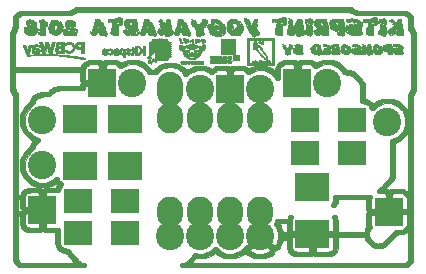
<source format=gbr>
G04 #@! TF.FileFunction,Soldermask,Bot*
%FSLAX46Y46*%
G04 Gerber Fmt 4.6, Leading zero omitted, Abs format (unit mm)*
G04 Created by KiCad (PCBNEW 4.0.7-e0-6372~58~ubuntu16.04.1) date Wed Aug  1 16:39:32 2018*
%MOMM*%
%LPD*%
G01*
G04 APERTURE LIST*
%ADD10C,0.100000*%
%ADD11C,0.010000*%
%ADD12R,2.400000X2.400000*%
%ADD13C,2.400000*%
%ADD14O,2.200000X2.900000*%
%ADD15O,2.200000X2.600000*%
%ADD16R,2.400000X2.100000*%
%ADD17R,2.900000X2.400000*%
G04 APERTURE END LIST*
D10*
D11*
G36*
X87530431Y-47548803D02*
X88163520Y-47548812D01*
X88772158Y-47548829D01*
X89356820Y-47548854D01*
X89917979Y-47548888D01*
X90456112Y-47548931D01*
X90971691Y-47548985D01*
X91465192Y-47549050D01*
X91937090Y-47549127D01*
X92387858Y-47549217D01*
X92817972Y-47549321D01*
X93227906Y-47549439D01*
X93618134Y-47549572D01*
X93989131Y-47549722D01*
X94341372Y-47549887D01*
X94675331Y-47550071D01*
X94991482Y-47550273D01*
X95290300Y-47550493D01*
X95572260Y-47550734D01*
X95837837Y-47550996D01*
X96087504Y-47551279D01*
X96321736Y-47551584D01*
X96541008Y-47551912D01*
X96745794Y-47552264D01*
X96936570Y-47552641D01*
X97113808Y-47553043D01*
X97277985Y-47553471D01*
X97429574Y-47553926D01*
X97569051Y-47554409D01*
X97696888Y-47554920D01*
X97813562Y-47555461D01*
X97919547Y-47556032D01*
X98015316Y-47556634D01*
X98101346Y-47557267D01*
X98178109Y-47557933D01*
X98246082Y-47558633D01*
X98305738Y-47559366D01*
X98357551Y-47560134D01*
X98401997Y-47560938D01*
X98439550Y-47561778D01*
X98470685Y-47562655D01*
X98495875Y-47563571D01*
X98515596Y-47564525D01*
X98530322Y-47565518D01*
X98540528Y-47566552D01*
X98546688Y-47567627D01*
X98548319Y-47568147D01*
X98582022Y-47587211D01*
X98623608Y-47617563D01*
X98659037Y-47648068D01*
X98725060Y-47702873D01*
X98805372Y-47758536D01*
X98890424Y-47809056D01*
X98970666Y-47848433D01*
X98991067Y-47856682D01*
X99066350Y-47885350D01*
X103207258Y-47898050D01*
X103263381Y-47939325D01*
X103300525Y-47962734D01*
X103334469Y-47977691D01*
X103349428Y-47980600D01*
X103372808Y-47989739D01*
X103409078Y-48014854D01*
X103454769Y-48052493D01*
X103506411Y-48099202D01*
X103560536Y-48151528D01*
X103613672Y-48206018D01*
X103662350Y-48259219D01*
X103703102Y-48307679D01*
X103732456Y-48347943D01*
X103746810Y-48376078D01*
X103749719Y-48398714D01*
X103752378Y-48443463D01*
X103754702Y-48507040D01*
X103756607Y-48586159D01*
X103758009Y-48677534D01*
X103758824Y-48777880D01*
X103759000Y-48852086D01*
X103759119Y-48970160D01*
X103759552Y-49065362D01*
X103760411Y-49140215D01*
X103761807Y-49197245D01*
X103763851Y-49238978D01*
X103766655Y-49267939D01*
X103770331Y-49286654D01*
X103774990Y-49297648D01*
X103778887Y-49302094D01*
X103804168Y-49332305D01*
X103825061Y-49372353D01*
X103835043Y-49409356D01*
X103835200Y-49413323D01*
X103842782Y-49437507D01*
X103861912Y-49470227D01*
X103872435Y-49484462D01*
X103897530Y-49522476D01*
X103915403Y-49561074D01*
X103918529Y-49571933D01*
X103933322Y-49610636D01*
X103956668Y-49647462D01*
X103957155Y-49648047D01*
X103981523Y-49685709D01*
X103999876Y-49728443D01*
X104000518Y-49730597D01*
X104002325Y-49746681D01*
X104003960Y-49782120D01*
X104005426Y-49837343D01*
X104006724Y-49912780D01*
X104007856Y-50008861D01*
X104008824Y-50126014D01*
X104009629Y-50264670D01*
X104010273Y-50425257D01*
X104010758Y-50608206D01*
X104011086Y-50813946D01*
X104011257Y-51042906D01*
X104011275Y-51295516D01*
X104011140Y-51572205D01*
X104010854Y-51873404D01*
X104010419Y-52199541D01*
X104010382Y-52224540D01*
X104006650Y-54671430D01*
X103968141Y-54726440D01*
X103941864Y-54770017D01*
X103920332Y-54816021D01*
X103914380Y-54833010D01*
X103896544Y-54874138D01*
X103872085Y-54909562D01*
X103867163Y-54914599D01*
X103845024Y-54943856D01*
X103835226Y-54973540D01*
X103835200Y-54974794D01*
X103826476Y-55016813D01*
X103804745Y-55061056D01*
X103778887Y-55091905D01*
X103777446Y-55094685D01*
X103776077Y-55100985D01*
X103774775Y-55111420D01*
X103773541Y-55126604D01*
X103772372Y-55147153D01*
X103771267Y-55173680D01*
X103770223Y-55206802D01*
X103769239Y-55247131D01*
X103768313Y-55295284D01*
X103767444Y-55351876D01*
X103766630Y-55417519D01*
X103765868Y-55492831D01*
X103765158Y-55578425D01*
X103764497Y-55674916D01*
X103763884Y-55782918D01*
X103763317Y-55903048D01*
X103762794Y-56035918D01*
X103762314Y-56182145D01*
X103761874Y-56342343D01*
X103761473Y-56517126D01*
X103761110Y-56707110D01*
X103760782Y-56912909D01*
X103760488Y-57135138D01*
X103760225Y-57374412D01*
X103759993Y-57631345D01*
X103759789Y-57906552D01*
X103759613Y-58200648D01*
X103759461Y-58514248D01*
X103759332Y-58847967D01*
X103759224Y-59202419D01*
X103759137Y-59578219D01*
X103759067Y-59975981D01*
X103759014Y-60396321D01*
X103758975Y-60839854D01*
X103758949Y-61307194D01*
X103758933Y-61798955D01*
X103758929Y-62101380D01*
X103758906Y-62654047D01*
X103758849Y-63181631D01*
X103758757Y-63684447D01*
X103758630Y-64162811D01*
X103758467Y-64617040D01*
X103758266Y-65047450D01*
X103758029Y-65454356D01*
X103757753Y-65838075D01*
X103757439Y-66198922D01*
X103757086Y-66537215D01*
X103756692Y-66853269D01*
X103756259Y-67147400D01*
X103755784Y-67419925D01*
X103755267Y-67671159D01*
X103754708Y-67901419D01*
X103754106Y-68111020D01*
X103753461Y-68300279D01*
X103752771Y-68469512D01*
X103752037Y-68619035D01*
X103751257Y-68749164D01*
X103750431Y-68860216D01*
X103749558Y-68952506D01*
X103748638Y-69026350D01*
X103747670Y-69082065D01*
X103746654Y-69119966D01*
X103745588Y-69140371D01*
X103745089Y-69143941D01*
X103735901Y-69165998D01*
X103718105Y-69193622D01*
X103689603Y-69229314D01*
X103648298Y-69275575D01*
X103592091Y-69334907D01*
X103540859Y-69387491D01*
X103481890Y-69446488D01*
X103426264Y-69500190D01*
X103377301Y-69545542D01*
X103338320Y-69579491D01*
X103312642Y-69598982D01*
X103308304Y-69601425D01*
X103304139Y-69602668D01*
X103296644Y-69603859D01*
X103285290Y-69604999D01*
X103269549Y-69606089D01*
X103248894Y-69607130D01*
X103222796Y-69608124D01*
X103190727Y-69609071D01*
X103152159Y-69609972D01*
X103106565Y-69610829D01*
X103053415Y-69611643D01*
X102992183Y-69612414D01*
X102922340Y-69613145D01*
X102843359Y-69613835D01*
X102754710Y-69614486D01*
X102655867Y-69615100D01*
X102546300Y-69615677D01*
X102425483Y-69616218D01*
X102292887Y-69616725D01*
X102147984Y-69617198D01*
X101990246Y-69617639D01*
X101819145Y-69618049D01*
X101634153Y-69618429D01*
X101434742Y-69618780D01*
X101220384Y-69619102D01*
X100990551Y-69619398D01*
X100744715Y-69619669D01*
X100482348Y-69619914D01*
X100202922Y-69620137D01*
X99905909Y-69620337D01*
X99590780Y-69620515D01*
X99257009Y-69620673D01*
X98904066Y-69620813D01*
X98531424Y-69620934D01*
X98138555Y-69621038D01*
X97724931Y-69621127D01*
X97290024Y-69621201D01*
X96833305Y-69621261D01*
X96354247Y-69621309D01*
X95852322Y-69621345D01*
X95327002Y-69621372D01*
X94777759Y-69621389D01*
X94204064Y-69621397D01*
X93729133Y-69621400D01*
X84192056Y-69621400D01*
X84150070Y-69592825D01*
X84098556Y-69549886D01*
X84068607Y-69503154D01*
X84056542Y-69446054D01*
X84055857Y-69424550D01*
X84062983Y-69362750D01*
X84086817Y-69313420D01*
X84131040Y-69269984D01*
X84150070Y-69256275D01*
X84180716Y-69239609D01*
X84216276Y-69230785D01*
X84265897Y-69227781D01*
X84279289Y-69227700D01*
X84318755Y-69226790D01*
X84351831Y-69222712D01*
X84375505Y-69216119D01*
X85066716Y-69216119D01*
X85079083Y-69216828D01*
X85116424Y-69217519D01*
X85178311Y-69218192D01*
X85264320Y-69218847D01*
X85374022Y-69219484D01*
X85506993Y-69220101D01*
X85662805Y-69220698D01*
X85841033Y-69221275D01*
X86041249Y-69221831D01*
X86263027Y-69222365D01*
X86505941Y-69222877D01*
X86769565Y-69223367D01*
X87053472Y-69223833D01*
X87357235Y-69224276D01*
X87680428Y-69224695D01*
X88022626Y-69225088D01*
X88383401Y-69225456D01*
X88762326Y-69225799D01*
X89158977Y-69226115D01*
X89572925Y-69226404D01*
X90003745Y-69226665D01*
X90451011Y-69226898D01*
X90914296Y-69227103D01*
X91393173Y-69227279D01*
X91887216Y-69227424D01*
X92395999Y-69227540D01*
X92919095Y-69227624D01*
X93456078Y-69227678D01*
X94006521Y-69227699D01*
X94096165Y-69227700D01*
X103129847Y-69227700D01*
X103241223Y-69116839D01*
X103352600Y-69005979D01*
X103352600Y-66533788D01*
X103292275Y-66583517D01*
X103257888Y-66610212D01*
X103208820Y-66646167D01*
X103151607Y-66686676D01*
X103092787Y-66727039D01*
X103092626Y-66727148D01*
X102953302Y-66821050D01*
X102724326Y-66827400D01*
X102638438Y-66830172D01*
X102573880Y-66833355D01*
X102526583Y-66837393D01*
X102492475Y-66842731D01*
X102467488Y-66849812D01*
X102450900Y-66857258D01*
X102433812Y-66870420D01*
X102400562Y-66899871D01*
X102352923Y-66943915D01*
X102292669Y-67000856D01*
X102221571Y-67068997D01*
X102141405Y-67146642D01*
X102053941Y-67232095D01*
X101960954Y-67323659D01*
X101892100Y-67391900D01*
X101786112Y-67496807D01*
X101688087Y-67593008D01*
X101599375Y-67679216D01*
X101521329Y-67754146D01*
X101455302Y-67816512D01*
X101402646Y-67865030D01*
X101364713Y-67898413D01*
X101342855Y-67915375D01*
X101339650Y-67917065D01*
X101309663Y-67925666D01*
X101260643Y-67937054D01*
X101198006Y-67950221D01*
X101127173Y-67964161D01*
X101053561Y-67977868D01*
X100982591Y-67990335D01*
X100919680Y-68000556D01*
X100870247Y-68007524D01*
X100839712Y-68010234D01*
X100838000Y-68010233D01*
X100806101Y-68007222D01*
X100756041Y-67999544D01*
X100692952Y-67988273D01*
X100621967Y-67974482D01*
X100548220Y-67959243D01*
X100476842Y-67943630D01*
X100412966Y-67928717D01*
X100361727Y-67915575D01*
X100328255Y-67905279D01*
X100320817Y-67902107D01*
X100303226Y-67888637D01*
X100270395Y-67859405D01*
X100224841Y-67816813D01*
X100169079Y-67763259D01*
X100105629Y-67701144D01*
X100037006Y-67632868D01*
X100010615Y-67606329D01*
X99932817Y-67527979D01*
X99870609Y-67464894D01*
X99821981Y-67414023D01*
X99784924Y-67372316D01*
X99757427Y-67336722D01*
X99737481Y-67304192D01*
X99723076Y-67271676D01*
X99712202Y-67236123D01*
X99702850Y-67194483D01*
X99693009Y-67143706D01*
X99687742Y-67116325D01*
X99666124Y-67005200D01*
X98534387Y-67005192D01*
X97402650Y-67005185D01*
X97406417Y-67452867D01*
X97410184Y-67900550D01*
X97303458Y-68332350D01*
X97183323Y-68455237D01*
X97136144Y-68501977D01*
X97092328Y-68542640D01*
X97056283Y-68573318D01*
X97032417Y-68590105D01*
X97029719Y-68591365D01*
X97005587Y-68599133D01*
X96962229Y-68611401D01*
X96905106Y-68626685D01*
X96839677Y-68643503D01*
X96815921Y-68649452D01*
X96635592Y-68694300D01*
X96057922Y-68694300D01*
X95902196Y-68693991D01*
X95767949Y-68693077D01*
X95655863Y-68691571D01*
X95566617Y-68689488D01*
X95500893Y-68686843D01*
X95459372Y-68683652D01*
X95444501Y-68680900D01*
X95418335Y-68665611D01*
X95381924Y-68637476D01*
X95342452Y-68602124D01*
X95336208Y-68596051D01*
X95263666Y-68524601D01*
X95193467Y-68590992D01*
X95168939Y-68614348D01*
X95147401Y-68633894D01*
X95126436Y-68649971D01*
X95103630Y-68662915D01*
X95076566Y-68673066D01*
X95042830Y-68680762D01*
X95000004Y-68686341D01*
X94945675Y-68690141D01*
X94877426Y-68692501D01*
X94792842Y-68693759D01*
X94689508Y-68694254D01*
X94565006Y-68694323D01*
X94455915Y-68694300D01*
X93876914Y-68694300D01*
X93722082Y-68655521D01*
X93657436Y-68639279D01*
X93596929Y-68623985D01*
X93547474Y-68611393D01*
X93516678Y-68603438D01*
X93485869Y-68590746D01*
X93449124Y-68566143D01*
X93402858Y-68526922D01*
X93353598Y-68480292D01*
X93308387Y-68434862D01*
X93268798Y-68392702D01*
X93239138Y-68358554D01*
X93223821Y-68337367D01*
X93214545Y-68313331D01*
X93200946Y-68270076D01*
X93184635Y-68213082D01*
X93167222Y-68147827D01*
X93161476Y-68125288D01*
X93116400Y-67946292D01*
X93116400Y-67259200D01*
X92748100Y-67259200D01*
X92748100Y-67304699D01*
X92742915Y-67330835D01*
X92728453Y-67376095D01*
X92706347Y-67436665D01*
X92678235Y-67508732D01*
X92645749Y-67588486D01*
X92610527Y-67672112D01*
X92574203Y-67755798D01*
X92538413Y-67835732D01*
X92504792Y-67908100D01*
X92474975Y-67969091D01*
X92450598Y-68014892D01*
X92433296Y-68041689D01*
X92430799Y-68044462D01*
X92409500Y-68060925D01*
X92377902Y-68076589D01*
X92331824Y-68093057D01*
X92267084Y-68111929D01*
X92226287Y-68122800D01*
X92055950Y-68167250D01*
X92016689Y-68319650D01*
X91993957Y-68403650D01*
X91974072Y-68466381D01*
X91955406Y-68511573D01*
X91936326Y-68542958D01*
X91915202Y-68564268D01*
X91907374Y-68569811D01*
X91888389Y-68578952D01*
X91848803Y-68595637D01*
X91791837Y-68618592D01*
X91720708Y-68646543D01*
X91638637Y-68678215D01*
X91548843Y-68712334D01*
X91517575Y-68724097D01*
X91157001Y-68859400D01*
X90383800Y-68859400D01*
X90054763Y-68718330D01*
X89948574Y-68672478D01*
X89863340Y-68634499D01*
X89796517Y-68602615D01*
X89745565Y-68575050D01*
X89707943Y-68550026D01*
X89681108Y-68525765D01*
X89662520Y-68500490D01*
X89649637Y-68472422D01*
X89639918Y-68439785D01*
X89636522Y-68425802D01*
X89626630Y-68386185D01*
X89618249Y-68356971D01*
X89614648Y-68347452D01*
X89603979Y-68352043D01*
X89578680Y-68371673D01*
X89542137Y-68403474D01*
X89497733Y-68444576D01*
X89479797Y-68461752D01*
X89350850Y-68586350D01*
X88982550Y-68723040D01*
X88614250Y-68859731D01*
X88229130Y-68859565D01*
X87844010Y-68859400D01*
X87530630Y-68725293D01*
X87445900Y-68688801D01*
X87367697Y-68654681D01*
X87299427Y-68624453D01*
X87244493Y-68599636D01*
X87206301Y-68581752D01*
X87188601Y-68572552D01*
X87167871Y-68553927D01*
X87137937Y-68520782D01*
X87104290Y-68479314D01*
X87094086Y-68465901D01*
X87028218Y-68377884D01*
X86810560Y-68586350D01*
X86442405Y-68723040D01*
X86074250Y-68859731D01*
X85723100Y-68859565D01*
X85371950Y-68859400D01*
X85221450Y-69031969D01*
X85172930Y-69087962D01*
X85130439Y-69137676D01*
X85096728Y-69177837D01*
X85074550Y-69205171D01*
X85066716Y-69216119D01*
X84375505Y-69216119D01*
X84385108Y-69213445D01*
X84425179Y-69196968D01*
X84478636Y-69171258D01*
X84502836Y-69159147D01*
X84639150Y-69090594D01*
X84935634Y-68751593D01*
X85019359Y-68656207D01*
X85088591Y-68578401D01*
X85145299Y-68516412D01*
X85191448Y-68468474D01*
X85229006Y-68432825D01*
X85259940Y-68407698D01*
X85286217Y-68391329D01*
X85309804Y-68381954D01*
X85332668Y-68377808D01*
X85353117Y-68377078D01*
X85389157Y-68382915D01*
X85430906Y-68397331D01*
X85469777Y-68416407D01*
X85497185Y-68436220D01*
X85504302Y-68446115D01*
X85510205Y-68453087D01*
X85524003Y-68458222D01*
X85549016Y-68461785D01*
X85588562Y-68464039D01*
X85645961Y-68465250D01*
X85724531Y-68465682D01*
X85750085Y-68465700D01*
X85988352Y-68465700D01*
X86291008Y-68351871D01*
X86593664Y-68238043D01*
X86759407Y-68072961D01*
X86834160Y-68000110D01*
X86895376Y-67944987D01*
X86946120Y-67906096D01*
X86989456Y-67881941D01*
X87028449Y-67871025D01*
X87066162Y-67871853D01*
X87105660Y-67882928D01*
X87128777Y-67892627D01*
X87153062Y-67906797D01*
X87179719Y-67929537D01*
X87211670Y-67963995D01*
X87251835Y-68013321D01*
X87303048Y-68080549D01*
X87426091Y-68245201D01*
X87683620Y-68355459D01*
X87941150Y-68465718D01*
X88525350Y-68465484D01*
X88829154Y-68352157D01*
X89132959Y-68238831D01*
X89238992Y-68133424D01*
X89975270Y-68133424D01*
X90011250Y-68264516D01*
X90468450Y-68463304D01*
X91065350Y-68466084D01*
X91617670Y-68259344D01*
X91629605Y-68213297D01*
X91638660Y-68176933D01*
X91645072Y-68148698D01*
X91645545Y-68146314D01*
X91637944Y-68131901D01*
X91613653Y-68100133D01*
X91573541Y-68052007D01*
X91518477Y-67988521D01*
X91449329Y-67910674D01*
X91366965Y-67819464D01*
X91272254Y-67715888D01*
X91250050Y-67691761D01*
X90850550Y-67258145D01*
X90412910Y-67695785D01*
X89975270Y-68133424D01*
X89238992Y-68133424D01*
X89356204Y-68016906D01*
X89413197Y-67960995D01*
X89485770Y-67890978D01*
X89570737Y-67809869D01*
X89664911Y-67720677D01*
X89765106Y-67626415D01*
X89868135Y-67530092D01*
X89970810Y-67434721D01*
X90036019Y-67374513D01*
X90492588Y-66954044D01*
X90489160Y-66898298D01*
X90496302Y-66832275D01*
X90526639Y-66767692D01*
X90581110Y-66702697D01*
X90595146Y-66689335D01*
X90654187Y-66641848D01*
X90710862Y-66613480D01*
X90774103Y-66600602D01*
X90817922Y-66598800D01*
X90878464Y-66602984D01*
X90929305Y-66617837D01*
X90978044Y-66646807D01*
X91032279Y-66693344D01*
X91037771Y-66698590D01*
X91085029Y-66747951D01*
X91114694Y-66790749D01*
X91130453Y-66834284D01*
X91135992Y-66885862D01*
X91136152Y-66893444D01*
X91137105Y-66960750D01*
X91572885Y-67360800D01*
X91675457Y-67454996D01*
X91761097Y-67533443D01*
X91831683Y-67597456D01*
X91889095Y-67648352D01*
X91935214Y-67687445D01*
X91971920Y-67716053D01*
X92001092Y-67735490D01*
X92024610Y-67747074D01*
X92044353Y-67752119D01*
X92062203Y-67751942D01*
X92080039Y-67747858D01*
X92099740Y-67741184D01*
X92110773Y-67737322D01*
X92125798Y-67731098D01*
X92139051Y-67721612D01*
X92152376Y-67705653D01*
X92167618Y-67680009D01*
X92186622Y-67641469D01*
X92211233Y-67586822D01*
X92243295Y-67512857D01*
X92253849Y-67488272D01*
X92354400Y-67253794D01*
X92354340Y-67136627D01*
X93510100Y-67136627D01*
X93510100Y-67503100D01*
X93510190Y-67610193D01*
X93510629Y-67695672D01*
X93511666Y-67763322D01*
X93513553Y-67816931D01*
X93516540Y-67860283D01*
X93520877Y-67897164D01*
X93526815Y-67931361D01*
X93534606Y-67966659D01*
X93543070Y-68001150D01*
X93559241Y-68062525D01*
X93573260Y-68105422D01*
X93588072Y-68136248D01*
X93606624Y-68161407D01*
X93626117Y-68181739D01*
X93658422Y-68209480D01*
X93693873Y-68229857D01*
X93740822Y-68247001D01*
X93780472Y-68258109D01*
X93807691Y-68264927D01*
X93834248Y-68270522D01*
X93862934Y-68275021D01*
X93896539Y-68278552D01*
X93937854Y-68281243D01*
X93989669Y-68283222D01*
X94054776Y-68284616D01*
X94135964Y-68285553D01*
X94236024Y-68286162D01*
X94357747Y-68286569D01*
X94404449Y-68286684D01*
X94534173Y-68286906D01*
X94640857Y-68286850D01*
X94726864Y-68286431D01*
X94794554Y-68285561D01*
X94846287Y-68284155D01*
X94884425Y-68282127D01*
X94911329Y-68279391D01*
X94929358Y-68275860D01*
X94940875Y-68271449D01*
X94947374Y-68266881D01*
X94952841Y-68260724D01*
X94957378Y-68251547D01*
X94961072Y-68237114D01*
X94964008Y-68215186D01*
X94966274Y-68183526D01*
X94967954Y-68139896D01*
X94969136Y-68082059D01*
X94969906Y-68007776D01*
X94970348Y-67914810D01*
X94970551Y-67800923D01*
X94970599Y-67663878D01*
X94970600Y-67663631D01*
X94970600Y-67081400D01*
X95542100Y-67081400D01*
X95542100Y-67661424D01*
X95542170Y-67799059D01*
X95542435Y-67913518D01*
X95542970Y-68007027D01*
X95543854Y-68081808D01*
X95545163Y-68140086D01*
X95546976Y-68184086D01*
X95549370Y-68216032D01*
X95552423Y-68238148D01*
X95556211Y-68252658D01*
X95560813Y-68261787D01*
X95563118Y-68264674D01*
X95569635Y-68270454D01*
X95579310Y-68275187D01*
X95594531Y-68278977D01*
X95617687Y-68281924D01*
X95651166Y-68284133D01*
X95697357Y-68285704D01*
X95758648Y-68286740D01*
X95837428Y-68287344D01*
X95936085Y-68287617D01*
X96057007Y-68287662D01*
X96099693Y-68287645D01*
X96228091Y-68287539D01*
X96333946Y-68287267D01*
X96420113Y-68286691D01*
X96489449Y-68285672D01*
X96544810Y-68284071D01*
X96589053Y-68281749D01*
X96625033Y-68278567D01*
X96655607Y-68274388D01*
X96683631Y-68269071D01*
X96711961Y-68262479D01*
X96734344Y-68256816D01*
X96807232Y-68235818D01*
X96860657Y-68212878D01*
X96899197Y-68183268D01*
X96927432Y-68142263D01*
X96949939Y-68085137D01*
X96969604Y-68013952D01*
X96979156Y-67974852D01*
X96986663Y-67940115D01*
X96992371Y-67905994D01*
X96996525Y-67868743D01*
X96999372Y-67824614D01*
X97001156Y-67769861D01*
X97002125Y-67700736D01*
X97002524Y-67613492D01*
X97002600Y-67511230D01*
X97002546Y-67404417D01*
X97002249Y-67320070D01*
X97001508Y-67255257D01*
X97000120Y-67207044D01*
X96997882Y-67172496D01*
X96994593Y-67148681D01*
X96990049Y-67132666D01*
X96984050Y-67121516D01*
X96976392Y-67112299D01*
X96974986Y-67110793D01*
X96947372Y-67081400D01*
X95542100Y-67081400D01*
X94970600Y-67081400D01*
X93568887Y-67081400D01*
X93539493Y-67109013D01*
X93510100Y-67136627D01*
X92354340Y-67136627D01*
X92354169Y-66801999D01*
X100034981Y-66801999D01*
X100064168Y-66957575D01*
X100093355Y-67113150D01*
X100307678Y-67330263D01*
X100522000Y-67547377D01*
X100676825Y-67579939D01*
X100738481Y-67592164D01*
X100792865Y-67601581D01*
X100834200Y-67607281D01*
X100856710Y-67608353D01*
X100857050Y-67608302D01*
X100879461Y-67604222D01*
X100920529Y-67596419D01*
X100973988Y-67586090D01*
X101022150Y-67576683D01*
X101161850Y-67549263D01*
X102165150Y-66549669D01*
X102284878Y-66491684D01*
X102404606Y-66433700D01*
X102811377Y-66433700D01*
X102907363Y-66370636D01*
X103020176Y-66284048D01*
X103124900Y-66179561D01*
X103214070Y-66064668D01*
X103217722Y-66059185D01*
X103276400Y-65970421D01*
X103276400Y-65583754D01*
X103276350Y-65474491D01*
X103276076Y-65387763D01*
X103275387Y-65320707D01*
X103274093Y-65270457D01*
X103272003Y-65234149D01*
X103268928Y-65208920D01*
X103264677Y-65191903D01*
X103259061Y-65180236D01*
X103251889Y-65171053D01*
X103248786Y-65167693D01*
X103221172Y-65138300D01*
X101735311Y-65138300D01*
X101508729Y-65138320D01*
X101306185Y-65138395D01*
X101126318Y-65138542D01*
X100967767Y-65138782D01*
X100829168Y-65139132D01*
X100709161Y-65139613D01*
X100606385Y-65140242D01*
X100519477Y-65141039D01*
X100447076Y-65142022D01*
X100387820Y-65143212D01*
X100340348Y-65144626D01*
X100303297Y-65146284D01*
X100275307Y-65148204D01*
X100255016Y-65150406D01*
X100241062Y-65152908D01*
X100232083Y-65155730D01*
X100226717Y-65158890D01*
X100226225Y-65159318D01*
X100219815Y-65166592D01*
X100214702Y-65177354D01*
X100210739Y-65194303D01*
X100207782Y-65220140D01*
X100205685Y-65257565D01*
X100204304Y-65309279D01*
X100203493Y-65377980D01*
X100203107Y-65466370D01*
X100203000Y-65577148D01*
X100203000Y-66002624D01*
X100241100Y-66078100D01*
X100271235Y-66157345D01*
X100278896Y-66230034D01*
X100267686Y-66284530D01*
X100254176Y-66307123D01*
X100227733Y-66342042D01*
X100193023Y-66383299D01*
X100175496Y-66402831D01*
X100094820Y-66490850D01*
X100064901Y-66646425D01*
X100034981Y-66801999D01*
X92354169Y-66801999D01*
X92354106Y-66681350D01*
X92255241Y-66418303D01*
X92222333Y-66331384D01*
X92196452Y-66265091D01*
X92176008Y-66216155D01*
X92159410Y-66181309D01*
X92145065Y-66157286D01*
X92131382Y-66140819D01*
X92116770Y-66128639D01*
X92112815Y-66125901D01*
X92059816Y-66078776D01*
X92024904Y-66023210D01*
X92011541Y-65964820D01*
X92011500Y-65961513D01*
X92019351Y-65906472D01*
X92494100Y-65906472D01*
X92498386Y-65919487D01*
X92510499Y-65953243D01*
X92529324Y-66004704D01*
X92553743Y-66070837D01*
X92582639Y-66148609D01*
X92614896Y-66234986D01*
X92622662Y-66255722D01*
X92751225Y-66598800D01*
X93116400Y-66598800D01*
X93116400Y-65900300D01*
X92805250Y-65900300D01*
X92719375Y-65900540D01*
X92642580Y-65901216D01*
X92578299Y-65902260D01*
X92529968Y-65903603D01*
X92501022Y-65905178D01*
X92494100Y-65906472D01*
X92019351Y-65906472D01*
X92020695Y-65897056D01*
X92045771Y-65839565D01*
X92073247Y-65806256D01*
X92090346Y-65784656D01*
X92098547Y-65754028D01*
X92100399Y-65713550D01*
X92110549Y-65637144D01*
X92140677Y-65576018D01*
X92190306Y-65530884D01*
X92238820Y-65508359D01*
X92266449Y-65503662D01*
X92318636Y-65499892D01*
X92395558Y-65497041D01*
X92497396Y-65495106D01*
X92624325Y-65494081D01*
X92717890Y-65493900D01*
X93153790Y-65493900D01*
X93172508Y-65427225D01*
X93186259Y-65377363D01*
X93199562Y-65327753D01*
X93204410Y-65309145D01*
X93232227Y-65248651D01*
X93278455Y-65201728D01*
X93338041Y-65172219D01*
X93395595Y-65163700D01*
X93463992Y-65174953D01*
X93522577Y-65209281D01*
X93551453Y-65238536D01*
X93573374Y-65268962D01*
X93586883Y-65301023D01*
X93592034Y-65339107D01*
X93588881Y-65387601D01*
X93577477Y-65450892D01*
X93557876Y-65533369D01*
X93555187Y-65543938D01*
X93510099Y-65720312D01*
X93510100Y-66094087D01*
X93510197Y-66201878D01*
X93510600Y-66287114D01*
X93511476Y-66352641D01*
X93512993Y-66401303D01*
X93515318Y-66435946D01*
X93518619Y-66459415D01*
X93523062Y-66474554D01*
X93528816Y-66484210D01*
X93533325Y-66488881D01*
X93540163Y-66493429D01*
X93551147Y-66497276D01*
X93568280Y-66500480D01*
X93593565Y-66503099D01*
X93629007Y-66505189D01*
X93676609Y-66506810D01*
X93738375Y-66508018D01*
X93816309Y-66508871D01*
X93912415Y-66509428D01*
X94028696Y-66509745D01*
X94167157Y-66509881D01*
X94262906Y-66509900D01*
X94969262Y-66509900D01*
X94973106Y-66110755D01*
X94974248Y-65999274D01*
X94975424Y-65910332D01*
X94976834Y-65841071D01*
X94978679Y-65788631D01*
X94981158Y-65750152D01*
X94984472Y-65722776D01*
X94988819Y-65703642D01*
X94994400Y-65689891D01*
X95001415Y-65678664D01*
X95003517Y-65675780D01*
X95034675Y-65638446D01*
X95066882Y-65612739D01*
X95105716Y-65596637D01*
X95156758Y-65588114D01*
X95225587Y-65585147D01*
X95253637Y-65585043D01*
X95334229Y-65586990D01*
X95394275Y-65593521D01*
X95438463Y-65606326D01*
X95471482Y-65627093D01*
X95498021Y-65657509D01*
X95510783Y-65677643D01*
X95542100Y-65731081D01*
X95542100Y-66509900D01*
X96251331Y-66509900D01*
X96403766Y-66509864D01*
X96532815Y-66509713D01*
X96640496Y-66509384D01*
X96728822Y-66508813D01*
X96799809Y-66507934D01*
X96855473Y-66506685D01*
X96897828Y-66505001D01*
X96928890Y-66502817D01*
X96950675Y-66500071D01*
X96965196Y-66496697D01*
X96974471Y-66492632D01*
X96980513Y-66487812D01*
X96981581Y-66486674D01*
X96987659Y-66477567D01*
X96992457Y-66463330D01*
X96996122Y-66441160D01*
X96998801Y-66408254D01*
X97000640Y-66361809D01*
X97001787Y-66299020D01*
X97002389Y-66217085D01*
X97002593Y-66113199D01*
X97002600Y-66085882D01*
X97002554Y-65978012D01*
X97002237Y-65891778D01*
X97001377Y-65823413D01*
X96999702Y-65769155D01*
X96996941Y-65725237D01*
X96992822Y-65687894D01*
X96987075Y-65653363D01*
X96979427Y-65617877D01*
X96969608Y-65577673D01*
X96964500Y-65557400D01*
X96943539Y-65468138D01*
X96931309Y-65398613D01*
X96927682Y-65344754D01*
X96932532Y-65302492D01*
X96945732Y-65267756D01*
X96954975Y-65252593D01*
X97001310Y-65204522D01*
X97058001Y-65175592D01*
X97119728Y-65165631D01*
X97181175Y-65174464D01*
X97237024Y-65201916D01*
X97281957Y-65247814D01*
X97291679Y-65263622D01*
X97303569Y-65292156D01*
X97319306Y-65339810D01*
X97337182Y-65400914D01*
X97355491Y-65469803D01*
X97363493Y-65502149D01*
X97409934Y-65694548D01*
X97402650Y-66598814D01*
X99666124Y-66598800D01*
X99687742Y-66487675D01*
X99703249Y-66410540D01*
X99716442Y-66353483D01*
X99729173Y-66311528D01*
X99743293Y-66279697D01*
X99760654Y-66253011D01*
X99783109Y-66226495D01*
X99786150Y-66223179D01*
X99837602Y-66167360D01*
X99817101Y-66116123D01*
X99811750Y-66099825D01*
X99807396Y-66078621D01*
X99803941Y-66049945D01*
X99801287Y-66011230D01*
X99799336Y-65959911D01*
X99797989Y-65893420D01*
X99797150Y-65809193D01*
X99796719Y-65704661D01*
X99796600Y-65579284D01*
X99796929Y-65459707D01*
X99797875Y-65350368D01*
X99799378Y-65253871D01*
X99801374Y-65172820D01*
X99803803Y-65109819D01*
X99806603Y-65067472D01*
X99809139Y-65049960D01*
X99825168Y-65016453D01*
X99853051Y-64976805D01*
X99875249Y-64951653D01*
X99928821Y-64897068D01*
X99882380Y-64849409D01*
X99860250Y-64826126D01*
X99842296Y-64804380D01*
X99828081Y-64781311D01*
X99817169Y-64754063D01*
X99809123Y-64719777D01*
X99803507Y-64675595D01*
X99799885Y-64618661D01*
X99797819Y-64546115D01*
X99796873Y-64455100D01*
X99796611Y-64342759D01*
X99796600Y-64287807D01*
X99796600Y-63868300D01*
X97409000Y-63868300D01*
X97408721Y-63992125D01*
X97407673Y-64049070D01*
X97403501Y-64096034D01*
X97394233Y-64138051D01*
X97377893Y-64180154D01*
X97352511Y-64227378D01*
X97316111Y-64284757D01*
X97266722Y-64357324D01*
X97264067Y-64361165D01*
X97213911Y-64430818D01*
X97172067Y-64480825D01*
X97134758Y-64513878D01*
X97098206Y-64532669D01*
X97058632Y-64539888D01*
X97015135Y-64538514D01*
X96946395Y-64520676D01*
X96892501Y-64483767D01*
X96856093Y-64430988D01*
X96839810Y-64365543D01*
X96840285Y-64326378D01*
X96846743Y-64292139D01*
X96861248Y-64255001D01*
X96886495Y-64209338D01*
X96924279Y-64150853D01*
X97002600Y-64034374D01*
X97002600Y-63834696D01*
X97003948Y-63739527D01*
X97008748Y-63665806D01*
X97018133Y-63609689D01*
X97033233Y-63567328D01*
X97055181Y-63534879D01*
X97085110Y-63508497D01*
X97101926Y-63497303D01*
X97148650Y-63468250D01*
X98640900Y-63468250D01*
X98866903Y-63468255D01*
X99068900Y-63468287D01*
X99248283Y-63468369D01*
X99406447Y-63468525D01*
X99544785Y-63468779D01*
X99664690Y-63469154D01*
X99767556Y-63469674D01*
X99854775Y-63470363D01*
X99927743Y-63471243D01*
X99987851Y-63472340D01*
X100036494Y-63473676D01*
X100075064Y-63475275D01*
X100104956Y-63477161D01*
X100127563Y-63479357D01*
X100144278Y-63481888D01*
X100156495Y-63484776D01*
X100165606Y-63488046D01*
X100173007Y-63491721D01*
X100177556Y-63494336D01*
X100215107Y-63523240D01*
X100248421Y-63559561D01*
X100251705Y-63564186D01*
X100274098Y-63617973D01*
X100278251Y-63680498D01*
X100264693Y-63743377D01*
X100237294Y-63793984D01*
X100202999Y-63838947D01*
X100202999Y-64219709D01*
X100203000Y-64600472D01*
X100232524Y-64628209D01*
X100262049Y-64655946D01*
X100877049Y-64652648D01*
X101492050Y-64649350D01*
X101495348Y-64034349D01*
X101495376Y-64029018D01*
X101981000Y-64029018D01*
X101981000Y-64655700D01*
X103223756Y-64655700D01*
X103250078Y-64622237D01*
X103257560Y-64611745D01*
X103263472Y-64599504D01*
X103268000Y-64582597D01*
X103271326Y-64558113D01*
X103273636Y-64523136D01*
X103275114Y-64474752D01*
X103275944Y-64410048D01*
X103276311Y-64326110D01*
X103276399Y-64220023D01*
X103276400Y-64206176D01*
X103276400Y-63823578D01*
X103217722Y-63734814D01*
X103133091Y-63623529D01*
X103033241Y-63520062D01*
X102926213Y-63432621D01*
X102911848Y-63422624D01*
X102820347Y-63360300D01*
X102423898Y-63360300D01*
X102311662Y-63360423D01*
X102222095Y-63360885D01*
X102152467Y-63361822D01*
X102100049Y-63363371D01*
X102062111Y-63365668D01*
X102035923Y-63368850D01*
X102018754Y-63373055D01*
X102007875Y-63378418D01*
X102004225Y-63381318D01*
X101998940Y-63387265D01*
X101994522Y-63396147D01*
X101990893Y-63410114D01*
X101987975Y-63431319D01*
X101985693Y-63461913D01*
X101983968Y-63504049D01*
X101982723Y-63559877D01*
X101981882Y-63631550D01*
X101981367Y-63721219D01*
X101981101Y-63831036D01*
X101981006Y-63963153D01*
X101981000Y-64029018D01*
X101495376Y-64029018D01*
X101498646Y-63419349D01*
X101470909Y-63389824D01*
X101461075Y-63380107D01*
X101449980Y-63372796D01*
X101434135Y-63367549D01*
X101410050Y-63364025D01*
X101374237Y-63361880D01*
X101323205Y-63360772D01*
X101253466Y-63360360D01*
X101169995Y-63360300D01*
X101078570Y-63360123D01*
X101008693Y-63359386D01*
X100956511Y-63357781D01*
X100918173Y-63354997D01*
X100889829Y-63350725D01*
X100867626Y-63344656D01*
X100847713Y-63336482D01*
X100842488Y-63333998D01*
X100802949Y-63308419D01*
X100769759Y-63276247D01*
X100762278Y-63265824D01*
X100742880Y-63215350D01*
X100736670Y-63155428D01*
X100744115Y-63097886D01*
X100754616Y-63070744D01*
X100767182Y-63054930D01*
X100795946Y-63023240D01*
X100839012Y-62977627D01*
X100861871Y-62953900D01*
X101416613Y-62953900D01*
X101473381Y-62953970D01*
X101551859Y-62961537D01*
X101618131Y-62986299D01*
X101681333Y-63031682D01*
X101681773Y-63032069D01*
X101741381Y-63084538D01*
X101794515Y-63033038D01*
X101837116Y-62998733D01*
X101881648Y-62973776D01*
X101898450Y-62967789D01*
X101925147Y-62964108D01*
X101973549Y-62960988D01*
X102040022Y-62958428D01*
X102120936Y-62956431D01*
X102212658Y-62954997D01*
X102311555Y-62954128D01*
X102413997Y-62953824D01*
X102516351Y-62954087D01*
X102614985Y-62954918D01*
X102706267Y-62956317D01*
X102786565Y-62958285D01*
X102852247Y-62960825D01*
X102899682Y-62963936D01*
X102924786Y-62967491D01*
X102955422Y-62980583D01*
X103001165Y-63005749D01*
X103056940Y-63039643D01*
X103117670Y-63078919D01*
X103178279Y-63120232D01*
X103233689Y-63160236D01*
X103278826Y-63195585D01*
X103301800Y-63215971D01*
X103346250Y-63259125D01*
X103349484Y-61964525D01*
X103349948Y-61747316D01*
X103350313Y-61509557D01*
X103350580Y-61256097D01*
X103350747Y-60991785D01*
X103350817Y-60721473D01*
X103350787Y-60450008D01*
X103350659Y-60182241D01*
X103350433Y-59923020D01*
X103350107Y-59677196D01*
X103349683Y-59449619D01*
X103349484Y-59363987D01*
X103346250Y-58058050D01*
X103283548Y-58206826D01*
X103220847Y-58355602D01*
X102927948Y-58646574D01*
X102635050Y-58937545D01*
X102435025Y-59003676D01*
X102235000Y-59069808D01*
X102235000Y-60526162D01*
X102234894Y-60749946D01*
X102234581Y-60959195D01*
X102234071Y-61152876D01*
X102233371Y-61329956D01*
X102232490Y-61489402D01*
X102231436Y-61630181D01*
X102230218Y-61751260D01*
X102228843Y-61851606D01*
X102227320Y-61930185D01*
X102225658Y-61985965D01*
X102223865Y-62017913D01*
X102222889Y-62024746D01*
X102203855Y-62067831D01*
X102167861Y-62126062D01*
X102116608Y-62197353D01*
X102051797Y-62279619D01*
X101975130Y-62370774D01*
X101888308Y-62468734D01*
X101793033Y-62571414D01*
X101691007Y-62676729D01*
X101690071Y-62677675D01*
X101416613Y-62953900D01*
X100861871Y-62953900D01*
X100894487Y-62920046D01*
X100960477Y-62852449D01*
X101035090Y-62776791D01*
X101116430Y-62695025D01*
X101187918Y-62623700D01*
X101299898Y-62511869D01*
X101395259Y-62415515D01*
X101475841Y-62332669D01*
X101543489Y-62261364D01*
X101600044Y-62199632D01*
X101647349Y-62145506D01*
X101687247Y-62097018D01*
X101715802Y-62059986D01*
X101828600Y-61909023D01*
X101828878Y-60402636D01*
X101828933Y-60175098D01*
X101829024Y-59971567D01*
X101829171Y-59790653D01*
X101829397Y-59630962D01*
X101829722Y-59491104D01*
X101830168Y-59369686D01*
X101830756Y-59265317D01*
X101831508Y-59176604D01*
X101832444Y-59102156D01*
X101833588Y-59040580D01*
X101834958Y-58990485D01*
X101836578Y-58950478D01*
X101838469Y-58919169D01*
X101840651Y-58895164D01*
X101843147Y-58877072D01*
X101845977Y-58863501D01*
X101849162Y-58853059D01*
X101852726Y-58844354D01*
X101852799Y-58844193D01*
X101876222Y-58805177D01*
X101905186Y-58772636D01*
X101912845Y-58766555D01*
X101935923Y-58754758D01*
X101978849Y-58736916D01*
X102037262Y-58714679D01*
X102106805Y-58689701D01*
X102183119Y-58663632D01*
X102193543Y-58660172D01*
X102437836Y-58579371D01*
X102659133Y-58356810D01*
X102880430Y-58134250D01*
X103098600Y-57621640D01*
X103098600Y-57316179D01*
X103098599Y-57010718D01*
X102988855Y-56715234D01*
X102879110Y-56419750D01*
X102652013Y-56190732D01*
X102424915Y-55961714D01*
X101906071Y-55740300D01*
X101309869Y-55740300D01*
X101051709Y-55850077D01*
X100793550Y-55959854D01*
X100615326Y-56136091D01*
X100545103Y-56204608D01*
X100489043Y-56256403D01*
X100443968Y-56293313D01*
X100406702Y-56317177D01*
X100374067Y-56329833D01*
X100342885Y-56333117D01*
X100309978Y-56328868D01*
X100290310Y-56324072D01*
X100247592Y-56304429D01*
X100197982Y-56269466D01*
X100148302Y-56225242D01*
X100105373Y-56177817D01*
X100076432Y-56134086D01*
X100060636Y-56098272D01*
X100041837Y-56049554D01*
X100026416Y-56005333D01*
X100011136Y-55962088D01*
X99995774Y-55932261D01*
X99974321Y-55908356D01*
X99940769Y-55882876D01*
X99913541Y-55864519D01*
X99818873Y-55811428D01*
X99716905Y-55771327D01*
X99615594Y-55746854D01*
X99538973Y-55740299D01*
X99462829Y-55735152D01*
X99404595Y-55718202D01*
X99358641Y-55687185D01*
X99331549Y-55656921D01*
X99294950Y-55608948D01*
X99287796Y-54164622D01*
X99181229Y-54022186D01*
X99128356Y-53955811D01*
X99063013Y-53880521D01*
X98988891Y-53799998D01*
X98909682Y-53717924D01*
X98829077Y-53637979D01*
X98750768Y-53563845D01*
X98678445Y-53499203D01*
X98615800Y-53447735D01*
X98577400Y-53420001D01*
X98460303Y-53357801D01*
X98328372Y-53315204D01*
X98183536Y-53292734D01*
X98093743Y-53289129D01*
X98032667Y-53287847D01*
X97976053Y-53284457D01*
X97931948Y-53279546D01*
X97914824Y-53276108D01*
X97854258Y-53246759D01*
X97806353Y-53198470D01*
X97776300Y-53136578D01*
X97775195Y-53132613D01*
X97768107Y-53111638D01*
X97756766Y-53089777D01*
X97738852Y-53064284D01*
X97712045Y-53032413D01*
X97674024Y-52991418D01*
X97622467Y-52938553D01*
X97555054Y-52871073D01*
X97549388Y-52865439D01*
X97339150Y-52656475D01*
X96826540Y-52438299D01*
X96528204Y-52438299D01*
X96229869Y-52438300D01*
X95971709Y-52548184D01*
X95874563Y-52590294D01*
X95798500Y-52625106D01*
X95740741Y-52654034D01*
X95698511Y-52678490D01*
X95669032Y-52699889D01*
X95662750Y-52705465D01*
X95600417Y-52751894D01*
X95538743Y-52773579D01*
X95476053Y-52771069D01*
X95468384Y-52769169D01*
X95417421Y-52749782D01*
X95376494Y-52719346D01*
X95339933Y-52672696D01*
X95314776Y-52629272D01*
X95294446Y-52592971D01*
X95275501Y-52566913D01*
X95252038Y-52545968D01*
X95218157Y-52525006D01*
X95167956Y-52498898D01*
X95160429Y-52495113D01*
X95047307Y-52438300D01*
X94687317Y-52438300D01*
X94582394Y-52438340D01*
X94499906Y-52438610D01*
X94436889Y-52439332D01*
X94390378Y-52440729D01*
X94357409Y-52443024D01*
X94335016Y-52446439D01*
X94320236Y-52451197D01*
X94310104Y-52457520D01*
X94301654Y-52465632D01*
X94299996Y-52467392D01*
X94294439Y-52473632D01*
X94289682Y-52480896D01*
X94285655Y-52491107D01*
X94282285Y-52506185D01*
X94279501Y-52528051D01*
X94277231Y-52558625D01*
X94275403Y-52599829D01*
X94273946Y-52653583D01*
X94272787Y-52721807D01*
X94271856Y-52806424D01*
X94271080Y-52909353D01*
X94270388Y-53032515D01*
X94269707Y-53177832D01*
X94269207Y-53291969D01*
X94268486Y-53453786D01*
X94267790Y-53592140D01*
X94267050Y-53708966D01*
X94266198Y-53806200D01*
X94265164Y-53885778D01*
X94263879Y-53949636D01*
X94262274Y-53999710D01*
X94260279Y-54037936D01*
X94257827Y-54066251D01*
X94254847Y-54086589D01*
X94251271Y-54100888D01*
X94247029Y-54111082D01*
X94242053Y-54119108D01*
X94239565Y-54122516D01*
X94211696Y-54157004D01*
X94184741Y-54181065D01*
X94153357Y-54196545D01*
X94112201Y-54205289D01*
X94055932Y-54209141D01*
X93986350Y-54209950D01*
X93908413Y-54208691D01*
X93850996Y-54203566D01*
X93809287Y-54192550D01*
X93778474Y-54173617D01*
X93753743Y-54144742D01*
X93730282Y-54103901D01*
X93729174Y-54101740D01*
X93700599Y-54045818D01*
X93700599Y-53263077D01*
X93700568Y-53102373D01*
X93700439Y-52965157D01*
X93700154Y-52849513D01*
X93699661Y-52753530D01*
X93698902Y-52675294D01*
X93697824Y-52612891D01*
X93696370Y-52564408D01*
X93694485Y-52527932D01*
X93692115Y-52501550D01*
X93689203Y-52483348D01*
X93685695Y-52471413D01*
X93681535Y-52463832D01*
X93677374Y-52459318D01*
X93668030Y-52453089D01*
X93653444Y-52448207D01*
X93630731Y-52444513D01*
X93597004Y-52441849D01*
X93549377Y-52440054D01*
X93484963Y-52438971D01*
X93400876Y-52438439D01*
X93296163Y-52438300D01*
X92938176Y-52438300D01*
X92801863Y-52507045D01*
X92701883Y-52563426D01*
X92624937Y-52620756D01*
X92568688Y-52681186D01*
X92530798Y-52746869D01*
X92524726Y-52762150D01*
X92518176Y-52782515D01*
X92512818Y-52806427D01*
X92508471Y-52836808D01*
X92504952Y-52876581D01*
X92502080Y-52928670D01*
X92499672Y-52995997D01*
X92497548Y-53081486D01*
X92495524Y-53188061D01*
X92494543Y-53247026D01*
X92492571Y-53368034D01*
X92490547Y-53466338D01*
X92487862Y-53544628D01*
X92483908Y-53605592D01*
X92478076Y-53651922D01*
X92469759Y-53686306D01*
X92458349Y-53711435D01*
X92443236Y-53729997D01*
X92423813Y-53744684D01*
X92399471Y-53758184D01*
X92376319Y-53769801D01*
X92331430Y-53788575D01*
X92293399Y-53793752D01*
X92265414Y-53790835D01*
X92212505Y-53772185D01*
X92164059Y-53738133D01*
X92125857Y-53694556D01*
X92103680Y-53647332D01*
X92100400Y-53623069D01*
X92091668Y-53607818D01*
X92067050Y-53577504D01*
X92028910Y-53534733D01*
X91979611Y-53482107D01*
X91921519Y-53422229D01*
X91881325Y-53381811D01*
X91662250Y-53163545D01*
X91408707Y-53054922D01*
X91155165Y-52946300D01*
X90853654Y-52946299D01*
X90552143Y-52946299D01*
X90293433Y-53042806D01*
X90208026Y-53074850D01*
X90143258Y-53099832D01*
X90095892Y-53119357D01*
X90062692Y-53135032D01*
X90040422Y-53148462D01*
X90025846Y-53161252D01*
X90015727Y-53175010D01*
X90011300Y-53182806D01*
X89972243Y-53230845D01*
X89916431Y-53266994D01*
X89874249Y-53281579D01*
X89830115Y-53285621D01*
X89785129Y-53275398D01*
X89735737Y-53249129D01*
X89678386Y-53205034D01*
X89625758Y-53157040D01*
X89573271Y-53108839D01*
X89517876Y-53061294D01*
X89467165Y-53020766D01*
X89437271Y-52999134D01*
X89358593Y-52946300D01*
X88959815Y-52946300D01*
X88848154Y-52946387D01*
X88759147Y-52946751D01*
X88690048Y-52947542D01*
X88638112Y-52948914D01*
X88600594Y-52951018D01*
X88574747Y-52954005D01*
X88557826Y-52958028D01*
X88547085Y-52963239D01*
X88540018Y-52969525D01*
X88535675Y-52976080D01*
X88531967Y-52986676D01*
X88528844Y-53003215D01*
X88526256Y-53027599D01*
X88524151Y-53061729D01*
X88522480Y-53107507D01*
X88521193Y-53166834D01*
X88520238Y-53241613D01*
X88519565Y-53333744D01*
X88519124Y-53445130D01*
X88518865Y-53577672D01*
X88518737Y-53733271D01*
X88518721Y-53772800D01*
X88518627Y-53933573D01*
X88518433Y-54070943D01*
X88518080Y-54186906D01*
X88517512Y-54283458D01*
X88516671Y-54362595D01*
X88515499Y-54426313D01*
X88513939Y-54476610D01*
X88511933Y-54515481D01*
X88509425Y-54544922D01*
X88506357Y-54566931D01*
X88502672Y-54583502D01*
X88498311Y-54596634D01*
X88494800Y-54604906D01*
X88462498Y-54657725D01*
X88419311Y-54693281D01*
X88360993Y-54714009D01*
X88290400Y-54722071D01*
X88235968Y-54722993D01*
X88197060Y-54719000D01*
X88164012Y-54708447D01*
X88139337Y-54696355D01*
X88119062Y-54685804D01*
X88101634Y-54676169D01*
X88086839Y-54665558D01*
X88074461Y-54652078D01*
X88064286Y-54633837D01*
X88056099Y-54608943D01*
X88049684Y-54575503D01*
X88044827Y-54531626D01*
X88041314Y-54475420D01*
X88038928Y-54404991D01*
X88037456Y-54318449D01*
X88036681Y-54213900D01*
X88036391Y-54089453D01*
X88036368Y-53943215D01*
X88036400Y-53790086D01*
X88036400Y-53001527D01*
X88007006Y-52973913D01*
X87998090Y-52966171D01*
X87987771Y-52960030D01*
X87973211Y-52955305D01*
X87951572Y-52951811D01*
X87920015Y-52949362D01*
X87875705Y-52947772D01*
X87815802Y-52946857D01*
X87737469Y-52946430D01*
X87637868Y-52946306D01*
X87584595Y-52946300D01*
X87191578Y-52946300D01*
X87102814Y-53005186D01*
X87054260Y-53040472D01*
X86997045Y-53086683D01*
X86940115Y-53136435D01*
X86912110Y-53162683D01*
X86847916Y-53220647D01*
X86793848Y-53259165D01*
X86745990Y-53279953D01*
X86700422Y-53284730D01*
X86654448Y-53275606D01*
X86604931Y-53253982D01*
X86566013Y-53221417D01*
X86531421Y-53174541D01*
X86518568Y-53157254D01*
X86501259Y-53141247D01*
X86475900Y-53124498D01*
X86438894Y-53104984D01*
X86386646Y-53080685D01*
X86315561Y-53049579D01*
X86288593Y-53038005D01*
X86074250Y-52946277D01*
X85772846Y-52946288D01*
X85471443Y-52946300D01*
X85175946Y-53056543D01*
X84880450Y-53166787D01*
X84739521Y-53303253D01*
X84676820Y-53362547D01*
X84627156Y-53405179D01*
X84586472Y-53433272D01*
X84550712Y-53448953D01*
X84515821Y-53454348D01*
X84477744Y-53451582D01*
X84461723Y-53448858D01*
X84425371Y-53437794D01*
X84392343Y-53417154D01*
X84360008Y-53383878D01*
X84325732Y-53334904D01*
X84286885Y-53267172D01*
X84258234Y-53212223D01*
X84174487Y-53047527D01*
X83964975Y-52907481D01*
X83755462Y-52767435D01*
X83229806Y-52694193D01*
X82632550Y-52769439D01*
X82419382Y-52910829D01*
X82347023Y-52958970D01*
X82292535Y-52996035D01*
X82252599Y-53024949D01*
X82223894Y-53048638D01*
X82203102Y-53070030D01*
X82186901Y-53092050D01*
X82171973Y-53117625D01*
X82160684Y-53138865D01*
X82137570Y-53181506D01*
X82116102Y-53214759D01*
X82092826Y-53239843D01*
X82064286Y-53257980D01*
X82027028Y-53270389D01*
X81977597Y-53278293D01*
X81912539Y-53282910D01*
X81828399Y-53285462D01*
X81741749Y-53286884D01*
X81635751Y-53287669D01*
X81546585Y-53286809D01*
X81476586Y-53284372D01*
X81428083Y-53280428D01*
X81409041Y-53277049D01*
X81349160Y-53248582D01*
X81300521Y-53201582D01*
X81269374Y-53142422D01*
X81266222Y-53131431D01*
X81259424Y-53111429D01*
X81247575Y-53089575D01*
X81228416Y-53063218D01*
X81199685Y-53029708D01*
X81159124Y-52986393D01*
X81104471Y-52930621D01*
X81040881Y-52867103D01*
X80829150Y-52656820D01*
X80319214Y-52438300D01*
X79719869Y-52438300D01*
X79461709Y-52548184D01*
X79364563Y-52590294D01*
X79288500Y-52625106D01*
X79230741Y-52654034D01*
X79188511Y-52678490D01*
X79159032Y-52699889D01*
X79152750Y-52705465D01*
X79090417Y-52751894D01*
X79028743Y-52773579D01*
X78966053Y-52771069D01*
X78958384Y-52769169D01*
X78907421Y-52749782D01*
X78866494Y-52719346D01*
X78829933Y-52672696D01*
X78804776Y-52629272D01*
X78784446Y-52592971D01*
X78765501Y-52566913D01*
X78742038Y-52545968D01*
X78708157Y-52525006D01*
X78657956Y-52498898D01*
X78650429Y-52495113D01*
X78537307Y-52438300D01*
X78177317Y-52438300D01*
X78072394Y-52438340D01*
X77989906Y-52438610D01*
X77926889Y-52439332D01*
X77880378Y-52440729D01*
X77847409Y-52443024D01*
X77825016Y-52446439D01*
X77810236Y-52451197D01*
X77800104Y-52457520D01*
X77791654Y-52465632D01*
X77789996Y-52467392D01*
X77784439Y-52473632D01*
X77779682Y-52480896D01*
X77775655Y-52491107D01*
X77772285Y-52506185D01*
X77769501Y-52528051D01*
X77767231Y-52558625D01*
X77765403Y-52599829D01*
X77763946Y-52653583D01*
X77762787Y-52721807D01*
X77761856Y-52806424D01*
X77761080Y-52909353D01*
X77760388Y-53032515D01*
X77759707Y-53177832D01*
X77759207Y-53291969D01*
X77758486Y-53453786D01*
X77757790Y-53592140D01*
X77757050Y-53708966D01*
X77756198Y-53806200D01*
X77755164Y-53885778D01*
X77753879Y-53949636D01*
X77752274Y-53999710D01*
X77750279Y-54037936D01*
X77747827Y-54066251D01*
X77744847Y-54086589D01*
X77741271Y-54100888D01*
X77737029Y-54111082D01*
X77732053Y-54119108D01*
X77729565Y-54122516D01*
X77699315Y-54156422D01*
X77668316Y-54183765D01*
X77660633Y-54189093D01*
X77651651Y-54193655D01*
X77639432Y-54197521D01*
X77622041Y-54200760D01*
X77597542Y-54203440D01*
X77564000Y-54205632D01*
X77519478Y-54207403D01*
X77462039Y-54208823D01*
X77389749Y-54209961D01*
X77300671Y-54210886D01*
X77192870Y-54211668D01*
X77064408Y-54212375D01*
X76913351Y-54213076D01*
X76837769Y-54213407D01*
X76669086Y-54213992D01*
X76524030Y-54214402D01*
X76400832Y-54214983D01*
X76297723Y-54216082D01*
X76212935Y-54218043D01*
X76144699Y-54221214D01*
X76091247Y-54225941D01*
X76050810Y-54232568D01*
X76021619Y-54241442D01*
X76001908Y-54252909D01*
X75989906Y-54267315D01*
X75983845Y-54285006D01*
X75981958Y-54306328D01*
X75982474Y-54331626D01*
X75983627Y-54361248D01*
X75983891Y-54380438D01*
X75978307Y-54464387D01*
X75960937Y-54528491D01*
X75930309Y-54576119D01*
X75884951Y-54610637D01*
X75882698Y-54611852D01*
X75873504Y-54616211D01*
X75862266Y-54619997D01*
X75847241Y-54623250D01*
X75826684Y-54626012D01*
X75798850Y-54628322D01*
X75761996Y-54630220D01*
X75714378Y-54631746D01*
X75654250Y-54632941D01*
X75579869Y-54633845D01*
X75489491Y-54634497D01*
X75381371Y-54634938D01*
X75253765Y-54635208D01*
X75104929Y-54635348D01*
X74933118Y-54635396D01*
X74859381Y-54635400D01*
X73880315Y-54635400D01*
X73685228Y-54674772D01*
X73610935Y-54689983D01*
X73555821Y-54702412D01*
X73514150Y-54714195D01*
X73480181Y-54727470D01*
X73448177Y-54744373D01*
X73412398Y-54767041D01*
X73381395Y-54787917D01*
X73328277Y-54827327D01*
X73266168Y-54878626D01*
X73203150Y-54934892D01*
X73152000Y-54984399D01*
X73104471Y-55031523D01*
X73060257Y-55073165D01*
X73023833Y-55105257D01*
X72999673Y-55123732D01*
X72997055Y-55125254D01*
X72978650Y-55131800D01*
X72949481Y-55136678D01*
X72906406Y-55140080D01*
X72846283Y-55142198D01*
X72765969Y-55143225D01*
X72701037Y-55143399D01*
X72611301Y-55143583D01*
X72541635Y-55144464D01*
X72486708Y-55146536D01*
X72441191Y-55150294D01*
X72399754Y-55156233D01*
X72357067Y-55164847D01*
X72307801Y-55176631D01*
X72287201Y-55181802D01*
X72114100Y-55236852D01*
X72004090Y-55285354D01*
X71873092Y-55350504D01*
X71814046Y-55469370D01*
X71789205Y-55522364D01*
X71769518Y-55570047D01*
X71757503Y-55605985D01*
X71755000Y-55620225D01*
X71753152Y-55644868D01*
X71746494Y-55670057D01*
X71733349Y-55697911D01*
X71712044Y-55730547D01*
X71680903Y-55770084D01*
X71638252Y-55818638D01*
X71582415Y-55878328D01*
X71511718Y-55951272D01*
X71424487Y-56039588D01*
X71419011Y-56045100D01*
X71122426Y-56343550D01*
X71013263Y-56599854D01*
X70904100Y-56856159D01*
X70904100Y-57147260D01*
X70904099Y-57438360D01*
X71013228Y-57697405D01*
X71122356Y-57956450D01*
X71583550Y-58421984D01*
X71845795Y-58553759D01*
X71940185Y-58601651D01*
X72014126Y-58640836D01*
X72070101Y-58673534D01*
X72110591Y-58701961D01*
X72138080Y-58728334D01*
X72155048Y-58754871D01*
X72163980Y-58783790D01*
X72167357Y-58817307D01*
X72167750Y-58841343D01*
X72165333Y-58884532D01*
X72156004Y-58920364D01*
X72136642Y-58952985D01*
X72104124Y-58986536D01*
X72055330Y-59025164D01*
X71999774Y-59064363D01*
X71948269Y-59100393D01*
X71911991Y-59128960D01*
X71885011Y-59156662D01*
X71861401Y-59190093D01*
X71835233Y-59235850D01*
X71819718Y-59264701D01*
X71791669Y-59320764D01*
X71770039Y-59370971D01*
X71757320Y-59409189D01*
X71755000Y-59424020D01*
X71753398Y-59449947D01*
X71747469Y-59475642D01*
X71735524Y-59503272D01*
X71715872Y-59535002D01*
X71686827Y-59573001D01*
X71646698Y-59619434D01*
X71593798Y-59676469D01*
X71526438Y-59746271D01*
X71442928Y-59831008D01*
X71419011Y-59855100D01*
X71122426Y-60153550D01*
X71013263Y-60409854D01*
X70904100Y-60666159D01*
X70904100Y-61248871D01*
X71013495Y-61507660D01*
X71122890Y-61766450D01*
X71351587Y-61996719D01*
X71580284Y-62226989D01*
X71849474Y-62342794D01*
X72118664Y-62458600D01*
X72680130Y-62458600D01*
X73196450Y-62238374D01*
X73329980Y-62109236D01*
X73379920Y-62061815D01*
X73425785Y-62019865D01*
X73463408Y-61987083D01*
X73488625Y-61967164D01*
X73493808Y-61963884D01*
X73524988Y-61953999D01*
X73567696Y-61948256D01*
X73585008Y-61947669D01*
X73643147Y-61954209D01*
X73690899Y-61975915D01*
X73732457Y-62015912D01*
X73772011Y-62077325D01*
X73780627Y-62093569D01*
X73831161Y-62186880D01*
X73877668Y-62263634D01*
X73918882Y-62322034D01*
X73953537Y-62360282D01*
X73980078Y-62376520D01*
X74036965Y-62401367D01*
X74080820Y-62445312D01*
X74108559Y-62504084D01*
X74117199Y-62566550D01*
X74107304Y-62636396D01*
X74076082Y-62694771D01*
X74049894Y-62723082D01*
X74030277Y-62750053D01*
X74006562Y-62796246D01*
X73981343Y-62856380D01*
X73971890Y-62881832D01*
X73932396Y-62983664D01*
X73891716Y-63073489D01*
X73851530Y-63148214D01*
X73813520Y-63204750D01*
X73779368Y-63240006D01*
X73775596Y-63242668D01*
X73764280Y-63249909D01*
X73752519Y-63255818D01*
X73737767Y-63260531D01*
X73717476Y-63264182D01*
X73689099Y-63266908D01*
X73650088Y-63268843D01*
X73597896Y-63270123D01*
X73529976Y-63270883D01*
X73443780Y-63271259D01*
X73336761Y-63271386D01*
X73234885Y-63271400D01*
X72737327Y-63271400D01*
X72709713Y-63300793D01*
X72682100Y-63330187D01*
X72682100Y-64772025D01*
X72682113Y-64994246D01*
X72682167Y-65192462D01*
X72682284Y-65368063D01*
X72682487Y-65522446D01*
X72682798Y-65657002D01*
X72683237Y-65773125D01*
X72683829Y-65872208D01*
X72684594Y-65955646D01*
X72685556Y-66024831D01*
X72686735Y-66081156D01*
X72688155Y-66126016D01*
X72689837Y-66160804D01*
X72691803Y-66186913D01*
X72694076Y-66205736D01*
X72696677Y-66218667D01*
X72699630Y-66227099D01*
X72702955Y-66232426D01*
X72705325Y-66234881D01*
X72713488Y-66240341D01*
X72726352Y-66244776D01*
X72746389Y-66248292D01*
X72776069Y-66250992D01*
X72817863Y-66252979D01*
X72874242Y-66254359D01*
X72947677Y-66255234D01*
X73040640Y-66255709D01*
X73155601Y-66255888D01*
X73205079Y-66255900D01*
X73335942Y-66256037D01*
X73443951Y-66256610D01*
X73531654Y-66257858D01*
X73601595Y-66260019D01*
X73656320Y-66263335D01*
X73698377Y-66268043D01*
X73730310Y-66274383D01*
X73754667Y-66282595D01*
X73773992Y-66292919D01*
X73790832Y-66305593D01*
X73797731Y-66311634D01*
X73813062Y-66325733D01*
X73825791Y-66339519D01*
X73836159Y-66355370D01*
X73844409Y-66375664D01*
X73850784Y-66402779D01*
X73855524Y-66439093D01*
X73858872Y-66486984D01*
X73861070Y-66548830D01*
X73862360Y-66627009D01*
X73862983Y-66723900D01*
X73863183Y-66841879D01*
X73863200Y-66954959D01*
X73863200Y-67502879D01*
X73901519Y-67625514D01*
X73928339Y-67706127D01*
X73953529Y-67767267D01*
X73980567Y-67814343D01*
X74012933Y-67852764D01*
X74054107Y-67887938D01*
X74084248Y-67909570D01*
X74195873Y-67971697D01*
X74320258Y-68014750D01*
X74451326Y-68036695D01*
X74467674Y-68037841D01*
X74522597Y-68043314D01*
X74571894Y-68052121D01*
X74606292Y-68062550D01*
X74609229Y-68063958D01*
X74631044Y-68081593D01*
X74664705Y-68116921D01*
X74707491Y-68166831D01*
X74756682Y-68228209D01*
X74785173Y-68265318D01*
X74828827Y-68321442D01*
X74885867Y-68392392D01*
X74952826Y-68473989D01*
X75026240Y-68562055D01*
X75102641Y-68652411D01*
X75178565Y-68740877D01*
X75202418Y-68768362D01*
X75482450Y-69090075D01*
X75618763Y-69158887D01*
X75678699Y-69188567D01*
X75722836Y-69208253D01*
X75757752Y-69219971D01*
X75790026Y-69225745D01*
X75826234Y-69227601D01*
X75842310Y-69227700D01*
X75915617Y-69234181D01*
X75971415Y-69255491D01*
X76014564Y-69294433D01*
X76045601Y-69344838D01*
X76066858Y-69411731D01*
X76063316Y-69475419D01*
X76035141Y-69534215D01*
X76025846Y-69546096D01*
X76019451Y-69554553D01*
X76014396Y-69562355D01*
X76009683Y-69569529D01*
X76004313Y-69576101D01*
X75997287Y-69582097D01*
X75987606Y-69587543D01*
X75974273Y-69592466D01*
X75956288Y-69596891D01*
X75932652Y-69600844D01*
X75902368Y-69604351D01*
X75864436Y-69607439D01*
X75817857Y-69610133D01*
X75761633Y-69612460D01*
X75694766Y-69614446D01*
X75616256Y-69616116D01*
X75525106Y-69617498D01*
X75420316Y-69618616D01*
X75300887Y-69619497D01*
X75165821Y-69620167D01*
X75014120Y-69620652D01*
X74844784Y-69620978D01*
X74656816Y-69621172D01*
X74449216Y-69621259D01*
X74220985Y-69621265D01*
X73971126Y-69621216D01*
X73698639Y-69621139D01*
X73402525Y-69621060D01*
X73155805Y-69621013D01*
X72812742Y-69620922D01*
X72494571Y-69620745D01*
X72200785Y-69620481D01*
X71930878Y-69620127D01*
X71684343Y-69619679D01*
X71460671Y-69619136D01*
X71259357Y-69618495D01*
X71079892Y-69617754D01*
X70921770Y-69616909D01*
X70784484Y-69615958D01*
X70667526Y-69614899D01*
X70570389Y-69613729D01*
X70492566Y-69612446D01*
X70433551Y-69611046D01*
X70392835Y-69609527D01*
X70369911Y-69607887D01*
X70364350Y-69606776D01*
X70343560Y-69591236D01*
X70309385Y-69561173D01*
X70265848Y-69520556D01*
X70216976Y-69473354D01*
X70166794Y-69423536D01*
X70119329Y-69375073D01*
X70078605Y-69331932D01*
X70048649Y-69298084D01*
X70039140Y-69286119D01*
X70016988Y-69249289D01*
X70003905Y-69214072D01*
X70002400Y-69202362D01*
X69992970Y-69167997D01*
X69975247Y-69143943D01*
X69950861Y-69114665D01*
X69930797Y-69078882D01*
X69929524Y-69072779D01*
X69928313Y-69060242D01*
X69927162Y-69040686D01*
X69926070Y-69013526D01*
X69925035Y-68978177D01*
X69924056Y-68934054D01*
X69923132Y-68880571D01*
X69922261Y-68817143D01*
X69921442Y-68743185D01*
X69920672Y-68658113D01*
X69919952Y-68561339D01*
X69919278Y-68452281D01*
X69918651Y-68330352D01*
X69918068Y-68194967D01*
X69917527Y-68045541D01*
X69917029Y-67881489D01*
X69916570Y-67702226D01*
X69916150Y-67507166D01*
X69915767Y-67295725D01*
X69915420Y-67067317D01*
X69915107Y-66821357D01*
X69914827Y-66557259D01*
X69914579Y-66274440D01*
X69914360Y-65972312D01*
X69914170Y-65650293D01*
X69914007Y-65307795D01*
X69913977Y-65227200D01*
X70319900Y-65227200D01*
X70319900Y-67079431D01*
X70319904Y-67332606D01*
X70319927Y-67561610D01*
X70319986Y-67767673D01*
X70320099Y-67952024D01*
X70320280Y-68115894D01*
X70320548Y-68260511D01*
X70320919Y-68387105D01*
X70321409Y-68496906D01*
X70322036Y-68591142D01*
X70322816Y-68671045D01*
X70323766Y-68737842D01*
X70324902Y-68792764D01*
X70326242Y-68837040D01*
X70327801Y-68871900D01*
X70329598Y-68898573D01*
X70331648Y-68918288D01*
X70333968Y-68932276D01*
X70336574Y-68941765D01*
X70339485Y-68947985D01*
X70342716Y-68952166D01*
X70345409Y-68954749D01*
X70365272Y-68981847D01*
X70382514Y-69020067D01*
X70385548Y-69029742D01*
X70408706Y-69078194D01*
X70452261Y-69134754D01*
X70470766Y-69154675D01*
X70541354Y-69227700D01*
X75074127Y-69227700D01*
X75047963Y-69199125D01*
X74992106Y-69137188D01*
X74927731Y-69064267D01*
X74858108Y-68984206D01*
X74786504Y-68900849D01*
X74716189Y-68818043D01*
X74650433Y-68739632D01*
X74592504Y-68669460D01*
X74545671Y-68611374D01*
X74518870Y-68576825D01*
X74477242Y-68521898D01*
X74447184Y-68484117D01*
X74425068Y-68460275D01*
X74407269Y-68447165D01*
X74390158Y-68441582D01*
X74370109Y-68440317D01*
X74364462Y-68440300D01*
X74332279Y-68436246D01*
X74282978Y-68425214D01*
X74223313Y-68408896D01*
X74161055Y-68389327D01*
X74093060Y-68365272D01*
X74035690Y-68341474D01*
X73981317Y-68314069D01*
X73922311Y-68279197D01*
X73851044Y-68232998D01*
X73847475Y-68230624D01*
X73685701Y-68122893D01*
X73626566Y-68005371D01*
X73596890Y-67941835D01*
X73564619Y-67865429D01*
X73534465Y-67787608D01*
X73518466Y-67742394D01*
X73469500Y-67596939D01*
X73469500Y-66662300D01*
X73044876Y-66662300D01*
X72918251Y-66661882D01*
X72809498Y-66660657D01*
X72720143Y-66658671D01*
X72651713Y-66655967D01*
X72605734Y-66652591D01*
X72584501Y-66648900D01*
X72558335Y-66633611D01*
X72521924Y-66605476D01*
X72482452Y-66570124D01*
X72476208Y-66564051D01*
X72403666Y-66492601D01*
X72333467Y-66558992D01*
X72305808Y-66585059D01*
X72281473Y-66606328D01*
X72257615Y-66623286D01*
X72231387Y-66636421D01*
X72199940Y-66646221D01*
X72160428Y-66653174D01*
X72110002Y-66657767D01*
X72045815Y-66660489D01*
X71965020Y-66661826D01*
X71864768Y-66662267D01*
X71742213Y-66662300D01*
X71285850Y-66662300D01*
X71104500Y-66618830D01*
X71036710Y-66602231D01*
X70974857Y-66586442D01*
X70924563Y-66572945D01*
X70891452Y-66563222D01*
X70885050Y-66561017D01*
X70859946Y-66545746D01*
X70822740Y-66516144D01*
X70778247Y-66476823D01*
X70731285Y-66432395D01*
X70686670Y-66387474D01*
X70649220Y-66346671D01*
X70623751Y-66314600D01*
X70618060Y-66305367D01*
X70608698Y-66281329D01*
X70595026Y-66238072D01*
X70578661Y-66181075D01*
X70561221Y-66115818D01*
X70555476Y-66093288D01*
X70510400Y-65914292D01*
X70510400Y-65227200D01*
X70319900Y-65227200D01*
X69913977Y-65227200D01*
X69913931Y-65104627D01*
X70904100Y-65104627D01*
X70904100Y-65471100D01*
X70904190Y-65578193D01*
X70904629Y-65663672D01*
X70905666Y-65731322D01*
X70907553Y-65784931D01*
X70910540Y-65828283D01*
X70914877Y-65865164D01*
X70920815Y-65899361D01*
X70928606Y-65934659D01*
X70937070Y-65969150D01*
X70953241Y-66030525D01*
X70967260Y-66073422D01*
X70982072Y-66104248D01*
X71000624Y-66129407D01*
X71020117Y-66149739D01*
X71052422Y-66177480D01*
X71087873Y-66197857D01*
X71134822Y-66215001D01*
X71174472Y-66226109D01*
X71206009Y-66233916D01*
X71236742Y-66240109D01*
X71270098Y-66244885D01*
X71309505Y-66248441D01*
X71358389Y-66250973D01*
X71420179Y-66252680D01*
X71498302Y-66253758D01*
X71596186Y-66254404D01*
X71671449Y-66254684D01*
X71783040Y-66254907D01*
X71871981Y-66254721D01*
X71941018Y-66253997D01*
X71992901Y-66252602D01*
X72030376Y-66250407D01*
X72056193Y-66247280D01*
X72073098Y-66243091D01*
X72083840Y-66237709D01*
X72087374Y-66234881D01*
X72092841Y-66228724D01*
X72097378Y-66219547D01*
X72101072Y-66205114D01*
X72104008Y-66183186D01*
X72106274Y-66151526D01*
X72107954Y-66107896D01*
X72109136Y-66050059D01*
X72109906Y-65975776D01*
X72110348Y-65882810D01*
X72110551Y-65768923D01*
X72110599Y-65631878D01*
X72110600Y-65631631D01*
X72110600Y-65049400D01*
X71536743Y-65049400D01*
X71401181Y-65049419D01*
X71288725Y-65049549D01*
X71197081Y-65049893D01*
X71123955Y-65050556D01*
X71067053Y-65051645D01*
X71024082Y-65053263D01*
X70992747Y-65055515D01*
X70970754Y-65058507D01*
X70955809Y-65062344D01*
X70945620Y-65067130D01*
X70937890Y-65072972D01*
X70933493Y-65077013D01*
X70904100Y-65104627D01*
X69913931Y-65104627D01*
X69913869Y-64944234D01*
X69913756Y-64559025D01*
X69913665Y-64151583D01*
X69913620Y-63868300D01*
X70319900Y-63868300D01*
X70319900Y-64820800D01*
X70477189Y-64820800D01*
X70542951Y-64820565D01*
X70588026Y-64819330D01*
X70617124Y-64816297D01*
X70634956Y-64810670D01*
X70646234Y-64801650D01*
X70654093Y-64790864D01*
X70663343Y-64774216D01*
X70663529Y-64759711D01*
X70651903Y-64741597D01*
X70625718Y-64714123D01*
X70610107Y-64698789D01*
X70581932Y-64671175D01*
X70559634Y-64647369D01*
X70542524Y-64624064D01*
X70529918Y-64597949D01*
X70521127Y-64565716D01*
X70515467Y-64524056D01*
X70512250Y-64469660D01*
X70510791Y-64399219D01*
X70510401Y-64309425D01*
X70510400Y-64218180D01*
X70510400Y-64066938D01*
X70904100Y-64066938D01*
X70904240Y-64174228D01*
X70904765Y-64258978D01*
X70905829Y-64324044D01*
X70907587Y-64372286D01*
X70910195Y-64406560D01*
X70913807Y-64429725D01*
X70918577Y-64444640D01*
X70924662Y-64454161D01*
X70925118Y-64454674D01*
X70931275Y-64460141D01*
X70940452Y-64464678D01*
X70954885Y-64468372D01*
X70976813Y-64471308D01*
X71008473Y-64473574D01*
X71052103Y-64475254D01*
X71109940Y-64476436D01*
X71184223Y-64477206D01*
X71277189Y-64477648D01*
X71391076Y-64477851D01*
X71528121Y-64477899D01*
X71528368Y-64477900D01*
X72110600Y-64477900D01*
X72110600Y-63904043D01*
X72110580Y-63768481D01*
X72110450Y-63656025D01*
X72110106Y-63564381D01*
X72109443Y-63491255D01*
X72108354Y-63434353D01*
X72106736Y-63391382D01*
X72104484Y-63360047D01*
X72101492Y-63338054D01*
X72097655Y-63323109D01*
X72092869Y-63312920D01*
X72087027Y-63305190D01*
X72082986Y-63300793D01*
X72074480Y-63292231D01*
X72064948Y-63285518D01*
X72051426Y-63280429D01*
X72030948Y-63276738D01*
X72000549Y-63274221D01*
X71957265Y-63272654D01*
X71898129Y-63271811D01*
X71820176Y-63271468D01*
X71720442Y-63271400D01*
X71695249Y-63271400D01*
X71589092Y-63271495D01*
X71504455Y-63271955D01*
X71437459Y-63273040D01*
X71384224Y-63275012D01*
X71340870Y-63278130D01*
X71303518Y-63282657D01*
X71268289Y-63288851D01*
X71231301Y-63296975D01*
X71198988Y-63304757D01*
X71135832Y-63321053D01*
X71091483Y-63335162D01*
X71059816Y-63349753D01*
X71034706Y-63367494D01*
X71016832Y-63384132D01*
X70995064Y-63408330D01*
X70978412Y-63434574D01*
X70964207Y-63468988D01*
X70949781Y-63517699D01*
X70937457Y-63566288D01*
X70927717Y-63607044D01*
X70920082Y-63643079D01*
X70914297Y-63678232D01*
X70910105Y-63716344D01*
X70907252Y-63761253D01*
X70905480Y-63816798D01*
X70904535Y-63886820D01*
X70904160Y-63975157D01*
X70904100Y-64066938D01*
X70510400Y-64066938D01*
X70510400Y-63868300D01*
X70319900Y-63868300D01*
X69913620Y-63868300D01*
X69913596Y-63721322D01*
X69913546Y-63267658D01*
X69913515Y-62790004D01*
X69913501Y-62287777D01*
X69913500Y-62073871D01*
X69913500Y-55109727D01*
X69881607Y-55079765D01*
X69857106Y-55047234D01*
X69838130Y-55006009D01*
X69836047Y-54999050D01*
X69818811Y-54954322D01*
X69794804Y-54912288D01*
X69791846Y-54908262D01*
X69768985Y-54869573D01*
X69753970Y-54828626D01*
X69753180Y-54824839D01*
X69738490Y-54784168D01*
X69715782Y-54749700D01*
X69690443Y-54715661D01*
X69673007Y-54682198D01*
X69671369Y-54665280D01*
X69669831Y-54624469D01*
X69668393Y-54561268D01*
X69667055Y-54477185D01*
X69665817Y-54373723D01*
X69664679Y-54252390D01*
X69663641Y-54114690D01*
X69662703Y-53962130D01*
X69661866Y-53796213D01*
X69661128Y-53618447D01*
X69660491Y-53430337D01*
X69659953Y-53233387D01*
X69659530Y-53035200D01*
X70053200Y-53035200D01*
X70053200Y-53738081D01*
X70053215Y-53889389D01*
X70053313Y-54017337D01*
X70053566Y-54123964D01*
X70054051Y-54211309D01*
X70054842Y-54281413D01*
X70056014Y-54336314D01*
X70057642Y-54378053D01*
X70059801Y-54408669D01*
X70062566Y-54430201D01*
X70066011Y-54444689D01*
X70070212Y-54454173D01*
X70075244Y-54460691D01*
X70079900Y-54465126D01*
X70118255Y-54513505D01*
X70138193Y-54574473D01*
X70142099Y-54627038D01*
X70143109Y-54663375D01*
X70148719Y-54689631D01*
X70162801Y-54713631D01*
X70189225Y-54743202D01*
X70209941Y-54764194D01*
X70245835Y-54802019D01*
X70276278Y-54837340D01*
X70295012Y-54862870D01*
X70295666Y-54864000D01*
X70297329Y-54869712D01*
X70298893Y-54881272D01*
X70300363Y-54899441D01*
X70301742Y-54924977D01*
X70303033Y-54958642D01*
X70304241Y-55001196D01*
X70305369Y-55053397D01*
X70306421Y-55116008D01*
X70307401Y-55189787D01*
X70308312Y-55275495D01*
X70309158Y-55373892D01*
X70309942Y-55485738D01*
X70310670Y-55611794D01*
X70311343Y-55752819D01*
X70311967Y-55909573D01*
X70312544Y-56082817D01*
X70313079Y-56273310D01*
X70313574Y-56481813D01*
X70314035Y-56709087D01*
X70314464Y-56955890D01*
X70314866Y-57222983D01*
X70315244Y-57511127D01*
X70315601Y-57821081D01*
X70315942Y-58153606D01*
X70316270Y-58509461D01*
X70316590Y-58889408D01*
X70316817Y-59179300D01*
X70320084Y-63462850D01*
X70436248Y-63459200D01*
X70552413Y-63455550D01*
X70582631Y-63341250D01*
X70595706Y-63293203D01*
X70607674Y-63257578D01*
X70622268Y-63228380D01*
X70643222Y-63199611D01*
X70674271Y-63165273D01*
X70719147Y-63119370D01*
X70723549Y-63114915D01*
X70769282Y-63069898D01*
X70811693Y-63030426D01*
X70846020Y-63000789D01*
X70867332Y-62985367D01*
X70891370Y-62976002D01*
X70934627Y-62962328D01*
X70991624Y-62945962D01*
X71056881Y-62928521D01*
X71079411Y-62922776D01*
X71258407Y-62877700D01*
X71721777Y-62877700D01*
X71845530Y-62878055D01*
X71955224Y-62879084D01*
X72048779Y-62880735D01*
X72124118Y-62882953D01*
X72179163Y-62885685D01*
X72211836Y-62888879D01*
X72218742Y-62890473D01*
X72244069Y-62905319D01*
X72280008Y-62932759D01*
X72319387Y-62967254D01*
X72324939Y-62972495D01*
X72397538Y-63041743D01*
X72459813Y-62983747D01*
X72486082Y-62958893D01*
X72508173Y-62938541D01*
X72528836Y-62922212D01*
X72550825Y-62909427D01*
X72576889Y-62899706D01*
X72609782Y-62892570D01*
X72652254Y-62887541D01*
X72707058Y-62884138D01*
X72776945Y-62881884D01*
X72864666Y-62880299D01*
X72972974Y-62878903D01*
X73068869Y-62877700D01*
X73552050Y-62871350D01*
X73636524Y-62626208D01*
X73589314Y-62555104D01*
X73564771Y-62519289D01*
X73545809Y-62493744D01*
X73536533Y-62484000D01*
X73524658Y-62491608D01*
X73499938Y-62511214D01*
X73478006Y-62529745D01*
X73448947Y-62550286D01*
X73402412Y-62576435D01*
X73336931Y-62608909D01*
X73251036Y-62648426D01*
X73143256Y-62695702D01*
X73101200Y-62713742D01*
X72777350Y-62851993D01*
X72398021Y-62852146D01*
X72018693Y-62852300D01*
X71686821Y-62710023D01*
X71354950Y-62567746D01*
X70782716Y-61995050D01*
X70510400Y-61345918D01*
X70510400Y-60568504D01*
X70790992Y-59912250D01*
X71068885Y-59632850D01*
X71150103Y-59550806D01*
X71214908Y-59484341D01*
X71265138Y-59431373D01*
X71302634Y-59389819D01*
X71329235Y-59357596D01*
X71346782Y-59332620D01*
X71357114Y-59312810D01*
X71360586Y-59302650D01*
X71371003Y-59274392D01*
X71391000Y-59228675D01*
X71418260Y-59170482D01*
X71450469Y-59104796D01*
X71474419Y-59057610D01*
X71574444Y-58863371D01*
X71458347Y-58805498D01*
X71424937Y-58788459D01*
X71395519Y-58772003D01*
X71367423Y-58753842D01*
X71337980Y-58731690D01*
X71304521Y-58703257D01*
X71264375Y-58666258D01*
X71214875Y-58618404D01*
X71153350Y-58557408D01*
X71077131Y-58480983D01*
X71062566Y-58466337D01*
X70782882Y-58185050D01*
X70646641Y-57860484D01*
X70510399Y-57535918D01*
X70510400Y-57147211D01*
X70510400Y-56758504D01*
X70790992Y-56102250D01*
X71069082Y-55822850D01*
X71158541Y-55732213D01*
X71230216Y-55657875D01*
X71284967Y-55598883D01*
X71323656Y-55554285D01*
X71347141Y-55523131D01*
X71356102Y-55505350D01*
X71365120Y-55480118D01*
X71383564Y-55437476D01*
X71408960Y-55382457D01*
X71438835Y-55320091D01*
X71470717Y-55255409D01*
X71502132Y-55193443D01*
X71530609Y-55139224D01*
X71553672Y-55097784D01*
X71566478Y-55077336D01*
X71589469Y-55056365D01*
X71634114Y-55026849D01*
X71698577Y-54989905D01*
X71781021Y-54946651D01*
X71782026Y-54946142D01*
X71864551Y-54905334D01*
X71933521Y-54874076D01*
X71997343Y-54849160D01*
X72064423Y-54827374D01*
X72143169Y-54805510D01*
X72165772Y-54799628D01*
X72235438Y-54781879D01*
X72290408Y-54768959D01*
X72337195Y-54760099D01*
X72382311Y-54754528D01*
X72432272Y-54751477D01*
X72493588Y-54750177D01*
X72572775Y-54749858D01*
X72587167Y-54749847D01*
X72816085Y-54749700D01*
X72911017Y-54653426D01*
X72968442Y-54600246D01*
X73041206Y-54540603D01*
X73122292Y-54480085D01*
X73171050Y-54446330D01*
X73336150Y-54335508D01*
X73755250Y-54248050D01*
X75584050Y-54235350D01*
X75590590Y-54170397D01*
X75596234Y-54130905D01*
X75606586Y-54099785D01*
X75625757Y-54069193D01*
X75657858Y-54031282D01*
X75671079Y-54016816D01*
X75708633Y-53976082D01*
X75661649Y-53924077D01*
X75632562Y-53888531D01*
X75609943Y-53854939D01*
X75602533Y-53840159D01*
X75599439Y-53819566D01*
X75596648Y-53776906D01*
X75594255Y-53715513D01*
X75592358Y-53638717D01*
X75591053Y-53549853D01*
X75590436Y-53452253D01*
X75590400Y-53421723D01*
X75590400Y-53259270D01*
X75984100Y-53259270D01*
X75984100Y-53268622D01*
X75984143Y-53380896D01*
X75984393Y-53470555D01*
X75985025Y-53540382D01*
X75986215Y-53593161D01*
X75988140Y-53631678D01*
X75990976Y-53658715D01*
X75994901Y-53677058D01*
X76000090Y-53689491D01*
X76006719Y-53698797D01*
X76011713Y-53704306D01*
X76039327Y-53733700D01*
X77190600Y-53733700D01*
X77190600Y-53109225D01*
X77190536Y-52966048D01*
X77190298Y-52846133D01*
X77189816Y-52747340D01*
X77189021Y-52667531D01*
X77187845Y-52604568D01*
X77186216Y-52556310D01*
X77184066Y-52520620D01*
X77181326Y-52495359D01*
X77177926Y-52478389D01*
X77173797Y-52467570D01*
X77169581Y-52461525D01*
X77161821Y-52454719D01*
X77150359Y-52449383D01*
X77132291Y-52445340D01*
X77104713Y-52442412D01*
X77064722Y-52440423D01*
X77009414Y-52439196D01*
X76935885Y-52438553D01*
X76841231Y-52438319D01*
X76788370Y-52438300D01*
X76428176Y-52438300D01*
X76291863Y-52507045D01*
X76199229Y-52558160D01*
X76128120Y-52608309D01*
X76075040Y-52660897D01*
X76036493Y-52719329D01*
X76011084Y-52780490D01*
X76003566Y-52804685D01*
X75997585Y-52828755D01*
X75992968Y-52855862D01*
X75989538Y-52889165D01*
X75987122Y-52931826D01*
X75985545Y-52987007D01*
X75984633Y-53057867D01*
X75984209Y-53147568D01*
X75984100Y-53259270D01*
X75590400Y-53259270D01*
X75590400Y-53035200D01*
X70053200Y-53035200D01*
X69659530Y-53035200D01*
X69659516Y-53029104D01*
X69659178Y-52818994D01*
X69658941Y-52604561D01*
X69658804Y-52387312D01*
X69658767Y-52168752D01*
X69658830Y-51950386D01*
X69658993Y-51733720D01*
X69659256Y-51520260D01*
X69659619Y-51311510D01*
X69660082Y-51108978D01*
X69660646Y-50914167D01*
X69661309Y-50728584D01*
X69662072Y-50553735D01*
X69662936Y-50391124D01*
X69663900Y-50242257D01*
X69664963Y-50108641D01*
X69666127Y-49991779D01*
X69667391Y-49893179D01*
X69667708Y-49874848D01*
X70053199Y-49874848D01*
X70053199Y-51251824D01*
X70053200Y-52628800D01*
X72847598Y-52628800D01*
X73172685Y-52628774D01*
X73473216Y-52628694D01*
X73750035Y-52628554D01*
X74003989Y-52628351D01*
X74235920Y-52628078D01*
X74446673Y-52627732D01*
X74637093Y-52627308D01*
X74808024Y-52626800D01*
X74960311Y-52626204D01*
X75094797Y-52625516D01*
X75212328Y-52624730D01*
X75313748Y-52623841D01*
X75399902Y-52622845D01*
X75471633Y-52621738D01*
X75529786Y-52620513D01*
X75575206Y-52619167D01*
X75608737Y-52617695D01*
X75631223Y-52616091D01*
X75643510Y-52614352D01*
X75646548Y-52612925D01*
X75665602Y-52553353D01*
X75687038Y-52504635D01*
X75715163Y-52459844D01*
X75754288Y-52412051D01*
X75804967Y-52358172D01*
X75845850Y-52316895D01*
X75880655Y-52284346D01*
X75914400Y-52257056D01*
X75952104Y-52231556D01*
X75998785Y-52204377D01*
X76059463Y-52172051D01*
X76117309Y-52142272D01*
X76320650Y-52038250D01*
X76758800Y-52034111D01*
X76903252Y-52033233D01*
X77024603Y-52033540D01*
X77122354Y-52035020D01*
X77196003Y-52037664D01*
X77245050Y-52041461D01*
X77261215Y-52044007D01*
X77298730Y-52054942D01*
X77331528Y-52072453D01*
X77367084Y-52101357D01*
X77400185Y-52133536D01*
X77474891Y-52209029D01*
X77552759Y-52134256D01*
X77612071Y-52083154D01*
X77662533Y-52052772D01*
X77684087Y-52045088D01*
X77713608Y-52040625D01*
X77765306Y-52037271D01*
X77839842Y-52035012D01*
X77937872Y-52033834D01*
X78060057Y-52033724D01*
X78184798Y-52034471D01*
X78632050Y-52038250D01*
X78835250Y-52143071D01*
X78902035Y-52177744D01*
X78961964Y-52209276D01*
X79010962Y-52235488D01*
X79044958Y-52254207D01*
X79059156Y-52262698D01*
X79069781Y-52265849D01*
X79088263Y-52263812D01*
X79117292Y-52255642D01*
X79159559Y-52240395D01*
X79217754Y-52217124D01*
X79294569Y-52184885D01*
X79357606Y-52157877D01*
X79635350Y-52038250D01*
X80398313Y-52038250D01*
X80728031Y-52177935D01*
X81057750Y-52317621D01*
X81629250Y-52882691D01*
X81739519Y-52882745D01*
X81793111Y-52882240D01*
X81826637Y-52879874D01*
X81845422Y-52874474D01*
X81854791Y-52864863D01*
X81858114Y-52856565D01*
X81868794Y-52833238D01*
X81887767Y-52807743D01*
X81917170Y-52778328D01*
X81959139Y-52743239D01*
X82015809Y-52700724D01*
X82089317Y-52649030D01*
X82181799Y-52586406D01*
X82211668Y-52566484D01*
X82484704Y-52384860D01*
X82825327Y-52341835D01*
X82919163Y-52330274D01*
X83007962Y-52319880D01*
X83087626Y-52311090D01*
X83154058Y-52304341D01*
X83203160Y-52300071D01*
X83229450Y-52298707D01*
X83257720Y-52300423D01*
X83306428Y-52305220D01*
X83370882Y-52312487D01*
X83446390Y-52321615D01*
X83528259Y-52331994D01*
X83611797Y-52343013D01*
X83692311Y-52354064D01*
X83765109Y-52364537D01*
X83825499Y-52373821D01*
X83868789Y-52381307D01*
X83875788Y-52382701D01*
X83895863Y-52391665D01*
X83933712Y-52413048D01*
X83986172Y-52444890D01*
X84050080Y-52485229D01*
X84122273Y-52532105D01*
X84198143Y-52582582D01*
X84284372Y-52640844D01*
X84352073Y-52687291D01*
X84403930Y-52724076D01*
X84442631Y-52753350D01*
X84470862Y-52777265D01*
X84491310Y-52797972D01*
X84506660Y-52817625D01*
X84519599Y-52838373D01*
X84521373Y-52841492D01*
X84558988Y-52908135D01*
X84608279Y-52865943D01*
X84629792Y-52850625D01*
X84662350Y-52832694D01*
X84708240Y-52811167D01*
X84769752Y-52785059D01*
X84849174Y-52753387D01*
X84948795Y-52715167D01*
X85029066Y-52685001D01*
X85400561Y-52546250D01*
X86163150Y-52546250D01*
X86438015Y-52665226D01*
X86712881Y-52784202D01*
X86884612Y-52669449D01*
X86952430Y-52624765D01*
X87003984Y-52592663D01*
X87043639Y-52570899D01*
X87075758Y-52557233D01*
X87104705Y-52549421D01*
X87124096Y-52546396D01*
X87152421Y-52544585D01*
X87202754Y-52543136D01*
X87271706Y-52542076D01*
X87355890Y-52541432D01*
X87451915Y-52541231D01*
X87556392Y-52541501D01*
X87655400Y-52542172D01*
X87778845Y-52543248D01*
X87879656Y-52544353D01*
X87960596Y-52545889D01*
X88024428Y-52548254D01*
X88073916Y-52551849D01*
X88111821Y-52557074D01*
X88140909Y-52564328D01*
X88163941Y-52574011D01*
X88183680Y-52586524D01*
X88202891Y-52602265D01*
X88224335Y-52621635D01*
X88228100Y-52625045D01*
X88277853Y-52669993D01*
X88334175Y-52618077D01*
X88371029Y-52587903D01*
X88406716Y-52564796D01*
X88426174Y-52556205D01*
X88446505Y-52554004D01*
X88489267Y-52551971D01*
X88551494Y-52550162D01*
X88630217Y-52548632D01*
X88722469Y-52547436D01*
X88825282Y-52546628D01*
X88935688Y-52546265D01*
X88963500Y-52546250D01*
X89090604Y-52546048D01*
X89195334Y-52545852D01*
X89280709Y-52546271D01*
X89349748Y-52547918D01*
X89405471Y-52551403D01*
X89450895Y-52557337D01*
X89489040Y-52566332D01*
X89522924Y-52578998D01*
X89555568Y-52595947D01*
X89589989Y-52617790D01*
X89629206Y-52645138D01*
X89676239Y-52678602D01*
X89700100Y-52695360D01*
X89833450Y-52788337D01*
X90150950Y-52667293D01*
X90468450Y-52546250D01*
X91243150Y-52546250D01*
X91574040Y-52689477D01*
X91904931Y-52832705D01*
X91992800Y-52921252D01*
X92031144Y-52958941D01*
X92063166Y-52988650D01*
X92084537Y-53006457D01*
X92090534Y-53009800D01*
X92094960Y-52998066D01*
X92098358Y-52966720D01*
X92100209Y-52921546D01*
X92100399Y-52900082D01*
X92102541Y-52835503D01*
X92110169Y-52776670D01*
X92125087Y-52712718D01*
X92139949Y-52661957D01*
X92164348Y-52585826D01*
X92186385Y-52527672D01*
X92210008Y-52480871D01*
X92239165Y-52438796D01*
X92277806Y-52394823D01*
X92329879Y-52342326D01*
X92331229Y-52341002D01*
X92373136Y-52300923D01*
X92410248Y-52268662D01*
X92447913Y-52240626D01*
X92491479Y-52213225D01*
X92546294Y-52182865D01*
X92617705Y-52145956D01*
X92633800Y-52137802D01*
X92830650Y-52038250D01*
X93277901Y-52034471D01*
X93420775Y-52033674D01*
X93539017Y-52033919D01*
X93633371Y-52035224D01*
X93704583Y-52037602D01*
X93753400Y-52041072D01*
X93778831Y-52045146D01*
X93825685Y-52066068D01*
X93879434Y-52106331D01*
X93909257Y-52133779D01*
X93986005Y-52207958D01*
X94063316Y-52133721D01*
X94122892Y-52082525D01*
X94173702Y-52052263D01*
X94194087Y-52045088D01*
X94223608Y-52040625D01*
X94275306Y-52037271D01*
X94349842Y-52035012D01*
X94447872Y-52033834D01*
X94570057Y-52033724D01*
X94694798Y-52034471D01*
X95142050Y-52038250D01*
X95345250Y-52143071D01*
X95412035Y-52177744D01*
X95471964Y-52209276D01*
X95520962Y-52235488D01*
X95554958Y-52254207D01*
X95569156Y-52262698D01*
X95579781Y-52265849D01*
X95598263Y-52263812D01*
X95627292Y-52255642D01*
X95669559Y-52240395D01*
X95727754Y-52217124D01*
X95804569Y-52184885D01*
X95867606Y-52157877D01*
X96145350Y-52038250D01*
X96908313Y-52038250D01*
X97238031Y-52177849D01*
X97567750Y-52317448D01*
X97853135Y-52600124D01*
X97932758Y-52678853D01*
X97996592Y-52741458D01*
X98046805Y-52789780D01*
X98085567Y-52825659D01*
X98115045Y-52850933D01*
X98137409Y-52867442D01*
X98154827Y-52877026D01*
X98169469Y-52881524D01*
X98183503Y-52882777D01*
X98186400Y-52882800D01*
X98214973Y-52885832D01*
X98262695Y-52894203D01*
X98324140Y-52906827D01*
X98393884Y-52922614D01*
X98437141Y-52933075D01*
X98640002Y-52983350D01*
X98808726Y-53097011D01*
X98871784Y-53140562D01*
X98927299Y-53181765D01*
X98980042Y-53224725D01*
X99034782Y-53273543D01*
X99096293Y-53332323D01*
X99169343Y-53405167D01*
X99182233Y-53418211D01*
X99256213Y-53495499D01*
X99331270Y-53578115D01*
X99404949Y-53662988D01*
X99474794Y-53747048D01*
X99538352Y-53827224D01*
X99593168Y-53900447D01*
X99636786Y-53963645D01*
X99666753Y-54013748D01*
X99677860Y-54038150D01*
X99681790Y-54055858D01*
X99685102Y-54086329D01*
X99687838Y-54131247D01*
X99690040Y-54192296D01*
X99691748Y-54271162D01*
X99693005Y-54369528D01*
X99693851Y-54489079D01*
X99694329Y-54631499D01*
X99694442Y-54712012D01*
X99695000Y-55341075D01*
X99844225Y-55389502D01*
X99912947Y-55413120D01*
X99970949Y-55436797D01*
X100026232Y-55464490D01*
X100086800Y-55500157D01*
X100149785Y-55540597D01*
X100220073Y-55587752D01*
X100271983Y-55625628D01*
X100309071Y-55657758D01*
X100334890Y-55687675D01*
X100352996Y-55718914D01*
X100366943Y-55755005D01*
X100367632Y-55757116D01*
X100383391Y-55805683D01*
X100480520Y-55711892D01*
X100577650Y-55618101D01*
X100901500Y-55479175D01*
X101225350Y-55340250D01*
X102000050Y-55340250D01*
X102321594Y-55480279D01*
X102643139Y-55620308D01*
X102933373Y-55911070D01*
X103223606Y-56201832D01*
X103346250Y-56534050D01*
X103352600Y-55750849D01*
X103358950Y-54967649D01*
X103398877Y-54911015D01*
X103423617Y-54870921D01*
X103442092Y-54831972D01*
X103447367Y-54815398D01*
X103460766Y-54781036D01*
X103484020Y-54741887D01*
X103493164Y-54729562D01*
X103515618Y-54696362D01*
X103528876Y-54667202D01*
X103530400Y-54658423D01*
X103538458Y-54622781D01*
X103558286Y-54582397D01*
X103583362Y-54550154D01*
X103586712Y-54547194D01*
X103589165Y-54543412D01*
X103591411Y-54535600D01*
X103593457Y-54522690D01*
X103595313Y-54503615D01*
X103596989Y-54477304D01*
X103598493Y-54442689D01*
X103599834Y-54398700D01*
X103601021Y-54344271D01*
X103602064Y-54278330D01*
X103602971Y-54199810D01*
X103603752Y-54107642D01*
X103604416Y-54000757D01*
X103604971Y-53878086D01*
X103605427Y-53738560D01*
X103605792Y-53581110D01*
X103606077Y-53404668D01*
X103606289Y-53208165D01*
X103606439Y-52990532D01*
X103606534Y-52750700D01*
X103606585Y-52487600D01*
X103606600Y-52201684D01*
X103606600Y-49872680D01*
X103568500Y-49820084D01*
X103546206Y-49783814D01*
X103532489Y-49750911D01*
X103530400Y-49738618D01*
X103520744Y-49707436D01*
X103494535Y-49667189D01*
X103455905Y-49623549D01*
X103427142Y-49596945D01*
X103409012Y-49580902D01*
X103394090Y-49564994D01*
X103382062Y-49546699D01*
X103372616Y-49523495D01*
X103365441Y-49492860D01*
X103360224Y-49452270D01*
X103356654Y-49399203D01*
X103354419Y-49331137D01*
X103353206Y-49245549D01*
X103352704Y-49139917D01*
X103352600Y-49011718D01*
X103352600Y-48506782D01*
X103285925Y-48442589D01*
X103229680Y-48395948D01*
X103177698Y-48367281D01*
X103165847Y-48363310D01*
X103121822Y-48345769D01*
X103081406Y-48321759D01*
X103075114Y-48316811D01*
X103037783Y-48285400D01*
X99028287Y-48285400D01*
X98874766Y-48234239D01*
X98810111Y-48211726D01*
X98756278Y-48190065D01*
X98706349Y-48165715D01*
X98653404Y-48135134D01*
X98590525Y-48094782D01*
X98552165Y-48069139D01*
X98383084Y-47955200D01*
X86866841Y-47955200D01*
X86135425Y-47955212D01*
X85429277Y-47955248D01*
X84748265Y-47955309D01*
X84092260Y-47955395D01*
X83461128Y-47955505D01*
X82854740Y-47955640D01*
X82272962Y-47955801D01*
X81715664Y-47955986D01*
X81182713Y-47956198D01*
X80673980Y-47956434D01*
X80189332Y-47956696D01*
X79728637Y-47956985D01*
X79291764Y-47957299D01*
X78878582Y-47957639D01*
X78488960Y-47958006D01*
X78122765Y-47958399D01*
X77779866Y-47958818D01*
X77460132Y-47959265D01*
X77163431Y-47959738D01*
X76889633Y-47960238D01*
X76638604Y-47960766D01*
X76410214Y-47961320D01*
X76204332Y-47961903D01*
X76020825Y-47962513D01*
X75859562Y-47963150D01*
X75720413Y-47963816D01*
X75603245Y-47964510D01*
X75507927Y-47965232D01*
X75434327Y-47965982D01*
X75382314Y-47966761D01*
X75351757Y-47967569D01*
X75342484Y-47968329D01*
X75329490Y-47979780D01*
X75299299Y-48002320D01*
X75255924Y-48033066D01*
X75203383Y-48069137D01*
X75181869Y-48083627D01*
X75123267Y-48122561D01*
X75077477Y-48151253D01*
X75037943Y-48172588D01*
X74998111Y-48189450D01*
X74951427Y-48204722D01*
X74891337Y-48221288D01*
X74836808Y-48235450D01*
X74644250Y-48285104D01*
X72630338Y-48285252D01*
X70616427Y-48285399D01*
X70586399Y-48317363D01*
X70554025Y-48341889D01*
X70512700Y-48361383D01*
X70504810Y-48363862D01*
X70459362Y-48385165D01*
X70407624Y-48423424D01*
X70386575Y-48442589D01*
X70319900Y-48506782D01*
X70319589Y-48881866D01*
X70319137Y-49005628D01*
X70317810Y-49106710D01*
X70315315Y-49187824D01*
X70311361Y-49251682D01*
X70305655Y-49300998D01*
X70297904Y-49338483D01*
X70287816Y-49366851D01*
X70275099Y-49388813D01*
X70263393Y-49403000D01*
X70244573Y-49430293D01*
X70233620Y-49467102D01*
X70228386Y-49514251D01*
X70221626Y-49568623D01*
X70207223Y-49610747D01*
X70182555Y-49651148D01*
X70159951Y-49686568D01*
X70145267Y-49716012D01*
X70142100Y-49728056D01*
X70132122Y-49764991D01*
X70103693Y-49812400D01*
X70083063Y-49838949D01*
X70053199Y-49874848D01*
X69667708Y-49874848D01*
X69668755Y-49814345D01*
X69670219Y-49756784D01*
X69671783Y-49722000D01*
X69673007Y-49711801D01*
X69691853Y-49676113D01*
X69715782Y-49644300D01*
X69739188Y-49608428D01*
X69753180Y-49569160D01*
X69766698Y-49529626D01*
X69789224Y-49489396D01*
X69792955Y-49484282D01*
X69818863Y-49434219D01*
X69824878Y-49387972D01*
X69831687Y-49335844D01*
X69849046Y-49281984D01*
X69873081Y-49236355D01*
X69892437Y-49214119D01*
X69898318Y-49207092D01*
X69903005Y-49195031D01*
X69906629Y-49175276D01*
X69909323Y-49145164D01*
X69911220Y-49102035D01*
X69912453Y-49043226D01*
X69913154Y-48966077D01*
X69913455Y-48867925D01*
X69913499Y-48791339D01*
X69913595Y-48678192D01*
X69913986Y-48587536D01*
X69914828Y-48516461D01*
X69916278Y-48462056D01*
X69918492Y-48421413D01*
X69921626Y-48391621D01*
X69925837Y-48369771D01*
X69931280Y-48352954D01*
X69937798Y-48338869D01*
X69957875Y-48309171D01*
X69991844Y-48268548D01*
X70035902Y-48220680D01*
X70086249Y-48169249D01*
X70139083Y-48117939D01*
X70190602Y-48070431D01*
X70237005Y-48030407D01*
X70274489Y-48001549D01*
X70299253Y-47987539D01*
X70301017Y-47987067D01*
X70358306Y-47969372D01*
X70408528Y-47939914D01*
X70425603Y-47926805D01*
X70461456Y-47898050D01*
X74618850Y-47884616D01*
X74735371Y-47851634D01*
X74830226Y-47817689D01*
X74924944Y-47771111D01*
X75011626Y-47716415D01*
X75082374Y-47658116D01*
X75093389Y-47646977D01*
X75131999Y-47612528D01*
X75175419Y-47582359D01*
X75190861Y-47573952D01*
X75193930Y-47572540D01*
X75197514Y-47571181D01*
X75202099Y-47569875D01*
X75208173Y-47568622D01*
X75216222Y-47567418D01*
X75226733Y-47566265D01*
X75240193Y-47565160D01*
X75257088Y-47564103D01*
X75277905Y-47563092D01*
X75303132Y-47562127D01*
X75333254Y-47561206D01*
X75368758Y-47560329D01*
X75410132Y-47559494D01*
X75457862Y-47558701D01*
X75512435Y-47557947D01*
X75574337Y-47557233D01*
X75644056Y-47556557D01*
X75722078Y-47555918D01*
X75808890Y-47555316D01*
X75904979Y-47554748D01*
X76010831Y-47554214D01*
X76126933Y-47553713D01*
X76253772Y-47553244D01*
X76391835Y-47552806D01*
X76541609Y-47552398D01*
X76703580Y-47552018D01*
X76878235Y-47551666D01*
X77066060Y-47551341D01*
X77267544Y-47551041D01*
X77483172Y-47550766D01*
X77713431Y-47550514D01*
X77958808Y-47550285D01*
X78219790Y-47550077D01*
X78496863Y-47549890D01*
X78790514Y-47549721D01*
X79101231Y-47549571D01*
X79429499Y-47549439D01*
X79775806Y-47549322D01*
X80140638Y-47549221D01*
X80524483Y-47549133D01*
X80927826Y-47549059D01*
X81351155Y-47548996D01*
X81794956Y-47548945D01*
X82259716Y-47548903D01*
X82745923Y-47548870D01*
X83254062Y-47548845D01*
X83784621Y-47548827D01*
X84338086Y-47548814D01*
X84914944Y-47548806D01*
X85515682Y-47548802D01*
X86140786Y-47548800D01*
X86872417Y-47548800D01*
X87530431Y-47548803D01*
X87530431Y-47548803D01*
G37*
X87530431Y-47548803D02*
X88163520Y-47548812D01*
X88772158Y-47548829D01*
X89356820Y-47548854D01*
X89917979Y-47548888D01*
X90456112Y-47548931D01*
X90971691Y-47548985D01*
X91465192Y-47549050D01*
X91937090Y-47549127D01*
X92387858Y-47549217D01*
X92817972Y-47549321D01*
X93227906Y-47549439D01*
X93618134Y-47549572D01*
X93989131Y-47549722D01*
X94341372Y-47549887D01*
X94675331Y-47550071D01*
X94991482Y-47550273D01*
X95290300Y-47550493D01*
X95572260Y-47550734D01*
X95837837Y-47550996D01*
X96087504Y-47551279D01*
X96321736Y-47551584D01*
X96541008Y-47551912D01*
X96745794Y-47552264D01*
X96936570Y-47552641D01*
X97113808Y-47553043D01*
X97277985Y-47553471D01*
X97429574Y-47553926D01*
X97569051Y-47554409D01*
X97696888Y-47554920D01*
X97813562Y-47555461D01*
X97919547Y-47556032D01*
X98015316Y-47556634D01*
X98101346Y-47557267D01*
X98178109Y-47557933D01*
X98246082Y-47558633D01*
X98305738Y-47559366D01*
X98357551Y-47560134D01*
X98401997Y-47560938D01*
X98439550Y-47561778D01*
X98470685Y-47562655D01*
X98495875Y-47563571D01*
X98515596Y-47564525D01*
X98530322Y-47565518D01*
X98540528Y-47566552D01*
X98546688Y-47567627D01*
X98548319Y-47568147D01*
X98582022Y-47587211D01*
X98623608Y-47617563D01*
X98659037Y-47648068D01*
X98725060Y-47702873D01*
X98805372Y-47758536D01*
X98890424Y-47809056D01*
X98970666Y-47848433D01*
X98991067Y-47856682D01*
X99066350Y-47885350D01*
X103207258Y-47898050D01*
X103263381Y-47939325D01*
X103300525Y-47962734D01*
X103334469Y-47977691D01*
X103349428Y-47980600D01*
X103372808Y-47989739D01*
X103409078Y-48014854D01*
X103454769Y-48052493D01*
X103506411Y-48099202D01*
X103560536Y-48151528D01*
X103613672Y-48206018D01*
X103662350Y-48259219D01*
X103703102Y-48307679D01*
X103732456Y-48347943D01*
X103746810Y-48376078D01*
X103749719Y-48398714D01*
X103752378Y-48443463D01*
X103754702Y-48507040D01*
X103756607Y-48586159D01*
X103758009Y-48677534D01*
X103758824Y-48777880D01*
X103759000Y-48852086D01*
X103759119Y-48970160D01*
X103759552Y-49065362D01*
X103760411Y-49140215D01*
X103761807Y-49197245D01*
X103763851Y-49238978D01*
X103766655Y-49267939D01*
X103770331Y-49286654D01*
X103774990Y-49297648D01*
X103778887Y-49302094D01*
X103804168Y-49332305D01*
X103825061Y-49372353D01*
X103835043Y-49409356D01*
X103835200Y-49413323D01*
X103842782Y-49437507D01*
X103861912Y-49470227D01*
X103872435Y-49484462D01*
X103897530Y-49522476D01*
X103915403Y-49561074D01*
X103918529Y-49571933D01*
X103933322Y-49610636D01*
X103956668Y-49647462D01*
X103957155Y-49648047D01*
X103981523Y-49685709D01*
X103999876Y-49728443D01*
X104000518Y-49730597D01*
X104002325Y-49746681D01*
X104003960Y-49782120D01*
X104005426Y-49837343D01*
X104006724Y-49912780D01*
X104007856Y-50008861D01*
X104008824Y-50126014D01*
X104009629Y-50264670D01*
X104010273Y-50425257D01*
X104010758Y-50608206D01*
X104011086Y-50813946D01*
X104011257Y-51042906D01*
X104011275Y-51295516D01*
X104011140Y-51572205D01*
X104010854Y-51873404D01*
X104010419Y-52199541D01*
X104010382Y-52224540D01*
X104006650Y-54671430D01*
X103968141Y-54726440D01*
X103941864Y-54770017D01*
X103920332Y-54816021D01*
X103914380Y-54833010D01*
X103896544Y-54874138D01*
X103872085Y-54909562D01*
X103867163Y-54914599D01*
X103845024Y-54943856D01*
X103835226Y-54973540D01*
X103835200Y-54974794D01*
X103826476Y-55016813D01*
X103804745Y-55061056D01*
X103778887Y-55091905D01*
X103777446Y-55094685D01*
X103776077Y-55100985D01*
X103774775Y-55111420D01*
X103773541Y-55126604D01*
X103772372Y-55147153D01*
X103771267Y-55173680D01*
X103770223Y-55206802D01*
X103769239Y-55247131D01*
X103768313Y-55295284D01*
X103767444Y-55351876D01*
X103766630Y-55417519D01*
X103765868Y-55492831D01*
X103765158Y-55578425D01*
X103764497Y-55674916D01*
X103763884Y-55782918D01*
X103763317Y-55903048D01*
X103762794Y-56035918D01*
X103762314Y-56182145D01*
X103761874Y-56342343D01*
X103761473Y-56517126D01*
X103761110Y-56707110D01*
X103760782Y-56912909D01*
X103760488Y-57135138D01*
X103760225Y-57374412D01*
X103759993Y-57631345D01*
X103759789Y-57906552D01*
X103759613Y-58200648D01*
X103759461Y-58514248D01*
X103759332Y-58847967D01*
X103759224Y-59202419D01*
X103759137Y-59578219D01*
X103759067Y-59975981D01*
X103759014Y-60396321D01*
X103758975Y-60839854D01*
X103758949Y-61307194D01*
X103758933Y-61798955D01*
X103758929Y-62101380D01*
X103758906Y-62654047D01*
X103758849Y-63181631D01*
X103758757Y-63684447D01*
X103758630Y-64162811D01*
X103758467Y-64617040D01*
X103758266Y-65047450D01*
X103758029Y-65454356D01*
X103757753Y-65838075D01*
X103757439Y-66198922D01*
X103757086Y-66537215D01*
X103756692Y-66853269D01*
X103756259Y-67147400D01*
X103755784Y-67419925D01*
X103755267Y-67671159D01*
X103754708Y-67901419D01*
X103754106Y-68111020D01*
X103753461Y-68300279D01*
X103752771Y-68469512D01*
X103752037Y-68619035D01*
X103751257Y-68749164D01*
X103750431Y-68860216D01*
X103749558Y-68952506D01*
X103748638Y-69026350D01*
X103747670Y-69082065D01*
X103746654Y-69119966D01*
X103745588Y-69140371D01*
X103745089Y-69143941D01*
X103735901Y-69165998D01*
X103718105Y-69193622D01*
X103689603Y-69229314D01*
X103648298Y-69275575D01*
X103592091Y-69334907D01*
X103540859Y-69387491D01*
X103481890Y-69446488D01*
X103426264Y-69500190D01*
X103377301Y-69545542D01*
X103338320Y-69579491D01*
X103312642Y-69598982D01*
X103308304Y-69601425D01*
X103304139Y-69602668D01*
X103296644Y-69603859D01*
X103285290Y-69604999D01*
X103269549Y-69606089D01*
X103248894Y-69607130D01*
X103222796Y-69608124D01*
X103190727Y-69609071D01*
X103152159Y-69609972D01*
X103106565Y-69610829D01*
X103053415Y-69611643D01*
X102992183Y-69612414D01*
X102922340Y-69613145D01*
X102843359Y-69613835D01*
X102754710Y-69614486D01*
X102655867Y-69615100D01*
X102546300Y-69615677D01*
X102425483Y-69616218D01*
X102292887Y-69616725D01*
X102147984Y-69617198D01*
X101990246Y-69617639D01*
X101819145Y-69618049D01*
X101634153Y-69618429D01*
X101434742Y-69618780D01*
X101220384Y-69619102D01*
X100990551Y-69619398D01*
X100744715Y-69619669D01*
X100482348Y-69619914D01*
X100202922Y-69620137D01*
X99905909Y-69620337D01*
X99590780Y-69620515D01*
X99257009Y-69620673D01*
X98904066Y-69620813D01*
X98531424Y-69620934D01*
X98138555Y-69621038D01*
X97724931Y-69621127D01*
X97290024Y-69621201D01*
X96833305Y-69621261D01*
X96354247Y-69621309D01*
X95852322Y-69621345D01*
X95327002Y-69621372D01*
X94777759Y-69621389D01*
X94204064Y-69621397D01*
X93729133Y-69621400D01*
X84192056Y-69621400D01*
X84150070Y-69592825D01*
X84098556Y-69549886D01*
X84068607Y-69503154D01*
X84056542Y-69446054D01*
X84055857Y-69424550D01*
X84062983Y-69362750D01*
X84086817Y-69313420D01*
X84131040Y-69269984D01*
X84150070Y-69256275D01*
X84180716Y-69239609D01*
X84216276Y-69230785D01*
X84265897Y-69227781D01*
X84279289Y-69227700D01*
X84318755Y-69226790D01*
X84351831Y-69222712D01*
X84375505Y-69216119D01*
X85066716Y-69216119D01*
X85079083Y-69216828D01*
X85116424Y-69217519D01*
X85178311Y-69218192D01*
X85264320Y-69218847D01*
X85374022Y-69219484D01*
X85506993Y-69220101D01*
X85662805Y-69220698D01*
X85841033Y-69221275D01*
X86041249Y-69221831D01*
X86263027Y-69222365D01*
X86505941Y-69222877D01*
X86769565Y-69223367D01*
X87053472Y-69223833D01*
X87357235Y-69224276D01*
X87680428Y-69224695D01*
X88022626Y-69225088D01*
X88383401Y-69225456D01*
X88762326Y-69225799D01*
X89158977Y-69226115D01*
X89572925Y-69226404D01*
X90003745Y-69226665D01*
X90451011Y-69226898D01*
X90914296Y-69227103D01*
X91393173Y-69227279D01*
X91887216Y-69227424D01*
X92395999Y-69227540D01*
X92919095Y-69227624D01*
X93456078Y-69227678D01*
X94006521Y-69227699D01*
X94096165Y-69227700D01*
X103129847Y-69227700D01*
X103241223Y-69116839D01*
X103352600Y-69005979D01*
X103352600Y-66533788D01*
X103292275Y-66583517D01*
X103257888Y-66610212D01*
X103208820Y-66646167D01*
X103151607Y-66686676D01*
X103092787Y-66727039D01*
X103092626Y-66727148D01*
X102953302Y-66821050D01*
X102724326Y-66827400D01*
X102638438Y-66830172D01*
X102573880Y-66833355D01*
X102526583Y-66837393D01*
X102492475Y-66842731D01*
X102467488Y-66849812D01*
X102450900Y-66857258D01*
X102433812Y-66870420D01*
X102400562Y-66899871D01*
X102352923Y-66943915D01*
X102292669Y-67000856D01*
X102221571Y-67068997D01*
X102141405Y-67146642D01*
X102053941Y-67232095D01*
X101960954Y-67323659D01*
X101892100Y-67391900D01*
X101786112Y-67496807D01*
X101688087Y-67593008D01*
X101599375Y-67679216D01*
X101521329Y-67754146D01*
X101455302Y-67816512D01*
X101402646Y-67865030D01*
X101364713Y-67898413D01*
X101342855Y-67915375D01*
X101339650Y-67917065D01*
X101309663Y-67925666D01*
X101260643Y-67937054D01*
X101198006Y-67950221D01*
X101127173Y-67964161D01*
X101053561Y-67977868D01*
X100982591Y-67990335D01*
X100919680Y-68000556D01*
X100870247Y-68007524D01*
X100839712Y-68010234D01*
X100838000Y-68010233D01*
X100806101Y-68007222D01*
X100756041Y-67999544D01*
X100692952Y-67988273D01*
X100621967Y-67974482D01*
X100548220Y-67959243D01*
X100476842Y-67943630D01*
X100412966Y-67928717D01*
X100361727Y-67915575D01*
X100328255Y-67905279D01*
X100320817Y-67902107D01*
X100303226Y-67888637D01*
X100270395Y-67859405D01*
X100224841Y-67816813D01*
X100169079Y-67763259D01*
X100105629Y-67701144D01*
X100037006Y-67632868D01*
X100010615Y-67606329D01*
X99932817Y-67527979D01*
X99870609Y-67464894D01*
X99821981Y-67414023D01*
X99784924Y-67372316D01*
X99757427Y-67336722D01*
X99737481Y-67304192D01*
X99723076Y-67271676D01*
X99712202Y-67236123D01*
X99702850Y-67194483D01*
X99693009Y-67143706D01*
X99687742Y-67116325D01*
X99666124Y-67005200D01*
X98534387Y-67005192D01*
X97402650Y-67005185D01*
X97406417Y-67452867D01*
X97410184Y-67900550D01*
X97303458Y-68332350D01*
X97183323Y-68455237D01*
X97136144Y-68501977D01*
X97092328Y-68542640D01*
X97056283Y-68573318D01*
X97032417Y-68590105D01*
X97029719Y-68591365D01*
X97005587Y-68599133D01*
X96962229Y-68611401D01*
X96905106Y-68626685D01*
X96839677Y-68643503D01*
X96815921Y-68649452D01*
X96635592Y-68694300D01*
X96057922Y-68694300D01*
X95902196Y-68693991D01*
X95767949Y-68693077D01*
X95655863Y-68691571D01*
X95566617Y-68689488D01*
X95500893Y-68686843D01*
X95459372Y-68683652D01*
X95444501Y-68680900D01*
X95418335Y-68665611D01*
X95381924Y-68637476D01*
X95342452Y-68602124D01*
X95336208Y-68596051D01*
X95263666Y-68524601D01*
X95193467Y-68590992D01*
X95168939Y-68614348D01*
X95147401Y-68633894D01*
X95126436Y-68649971D01*
X95103630Y-68662915D01*
X95076566Y-68673066D01*
X95042830Y-68680762D01*
X95000004Y-68686341D01*
X94945675Y-68690141D01*
X94877426Y-68692501D01*
X94792842Y-68693759D01*
X94689508Y-68694254D01*
X94565006Y-68694323D01*
X94455915Y-68694300D01*
X93876914Y-68694300D01*
X93722082Y-68655521D01*
X93657436Y-68639279D01*
X93596929Y-68623985D01*
X93547474Y-68611393D01*
X93516678Y-68603438D01*
X93485869Y-68590746D01*
X93449124Y-68566143D01*
X93402858Y-68526922D01*
X93353598Y-68480292D01*
X93308387Y-68434862D01*
X93268798Y-68392702D01*
X93239138Y-68358554D01*
X93223821Y-68337367D01*
X93214545Y-68313331D01*
X93200946Y-68270076D01*
X93184635Y-68213082D01*
X93167222Y-68147827D01*
X93161476Y-68125288D01*
X93116400Y-67946292D01*
X93116400Y-67259200D01*
X92748100Y-67259200D01*
X92748100Y-67304699D01*
X92742915Y-67330835D01*
X92728453Y-67376095D01*
X92706347Y-67436665D01*
X92678235Y-67508732D01*
X92645749Y-67588486D01*
X92610527Y-67672112D01*
X92574203Y-67755798D01*
X92538413Y-67835732D01*
X92504792Y-67908100D01*
X92474975Y-67969091D01*
X92450598Y-68014892D01*
X92433296Y-68041689D01*
X92430799Y-68044462D01*
X92409500Y-68060925D01*
X92377902Y-68076589D01*
X92331824Y-68093057D01*
X92267084Y-68111929D01*
X92226287Y-68122800D01*
X92055950Y-68167250D01*
X92016689Y-68319650D01*
X91993957Y-68403650D01*
X91974072Y-68466381D01*
X91955406Y-68511573D01*
X91936326Y-68542958D01*
X91915202Y-68564268D01*
X91907374Y-68569811D01*
X91888389Y-68578952D01*
X91848803Y-68595637D01*
X91791837Y-68618592D01*
X91720708Y-68646543D01*
X91638637Y-68678215D01*
X91548843Y-68712334D01*
X91517575Y-68724097D01*
X91157001Y-68859400D01*
X90383800Y-68859400D01*
X90054763Y-68718330D01*
X89948574Y-68672478D01*
X89863340Y-68634499D01*
X89796517Y-68602615D01*
X89745565Y-68575050D01*
X89707943Y-68550026D01*
X89681108Y-68525765D01*
X89662520Y-68500490D01*
X89649637Y-68472422D01*
X89639918Y-68439785D01*
X89636522Y-68425802D01*
X89626630Y-68386185D01*
X89618249Y-68356971D01*
X89614648Y-68347452D01*
X89603979Y-68352043D01*
X89578680Y-68371673D01*
X89542137Y-68403474D01*
X89497733Y-68444576D01*
X89479797Y-68461752D01*
X89350850Y-68586350D01*
X88982550Y-68723040D01*
X88614250Y-68859731D01*
X88229130Y-68859565D01*
X87844010Y-68859400D01*
X87530630Y-68725293D01*
X87445900Y-68688801D01*
X87367697Y-68654681D01*
X87299427Y-68624453D01*
X87244493Y-68599636D01*
X87206301Y-68581752D01*
X87188601Y-68572552D01*
X87167871Y-68553927D01*
X87137937Y-68520782D01*
X87104290Y-68479314D01*
X87094086Y-68465901D01*
X87028218Y-68377884D01*
X86810560Y-68586350D01*
X86442405Y-68723040D01*
X86074250Y-68859731D01*
X85723100Y-68859565D01*
X85371950Y-68859400D01*
X85221450Y-69031969D01*
X85172930Y-69087962D01*
X85130439Y-69137676D01*
X85096728Y-69177837D01*
X85074550Y-69205171D01*
X85066716Y-69216119D01*
X84375505Y-69216119D01*
X84385108Y-69213445D01*
X84425179Y-69196968D01*
X84478636Y-69171258D01*
X84502836Y-69159147D01*
X84639150Y-69090594D01*
X84935634Y-68751593D01*
X85019359Y-68656207D01*
X85088591Y-68578401D01*
X85145299Y-68516412D01*
X85191448Y-68468474D01*
X85229006Y-68432825D01*
X85259940Y-68407698D01*
X85286217Y-68391329D01*
X85309804Y-68381954D01*
X85332668Y-68377808D01*
X85353117Y-68377078D01*
X85389157Y-68382915D01*
X85430906Y-68397331D01*
X85469777Y-68416407D01*
X85497185Y-68436220D01*
X85504302Y-68446115D01*
X85510205Y-68453087D01*
X85524003Y-68458222D01*
X85549016Y-68461785D01*
X85588562Y-68464039D01*
X85645961Y-68465250D01*
X85724531Y-68465682D01*
X85750085Y-68465700D01*
X85988352Y-68465700D01*
X86291008Y-68351871D01*
X86593664Y-68238043D01*
X86759407Y-68072961D01*
X86834160Y-68000110D01*
X86895376Y-67944987D01*
X86946120Y-67906096D01*
X86989456Y-67881941D01*
X87028449Y-67871025D01*
X87066162Y-67871853D01*
X87105660Y-67882928D01*
X87128777Y-67892627D01*
X87153062Y-67906797D01*
X87179719Y-67929537D01*
X87211670Y-67963995D01*
X87251835Y-68013321D01*
X87303048Y-68080549D01*
X87426091Y-68245201D01*
X87683620Y-68355459D01*
X87941150Y-68465718D01*
X88525350Y-68465484D01*
X88829154Y-68352157D01*
X89132959Y-68238831D01*
X89238992Y-68133424D01*
X89975270Y-68133424D01*
X90011250Y-68264516D01*
X90468450Y-68463304D01*
X91065350Y-68466084D01*
X91617670Y-68259344D01*
X91629605Y-68213297D01*
X91638660Y-68176933D01*
X91645072Y-68148698D01*
X91645545Y-68146314D01*
X91637944Y-68131901D01*
X91613653Y-68100133D01*
X91573541Y-68052007D01*
X91518477Y-67988521D01*
X91449329Y-67910674D01*
X91366965Y-67819464D01*
X91272254Y-67715888D01*
X91250050Y-67691761D01*
X90850550Y-67258145D01*
X90412910Y-67695785D01*
X89975270Y-68133424D01*
X89238992Y-68133424D01*
X89356204Y-68016906D01*
X89413197Y-67960995D01*
X89485770Y-67890978D01*
X89570737Y-67809869D01*
X89664911Y-67720677D01*
X89765106Y-67626415D01*
X89868135Y-67530092D01*
X89970810Y-67434721D01*
X90036019Y-67374513D01*
X90492588Y-66954044D01*
X90489160Y-66898298D01*
X90496302Y-66832275D01*
X90526639Y-66767692D01*
X90581110Y-66702697D01*
X90595146Y-66689335D01*
X90654187Y-66641848D01*
X90710862Y-66613480D01*
X90774103Y-66600602D01*
X90817922Y-66598800D01*
X90878464Y-66602984D01*
X90929305Y-66617837D01*
X90978044Y-66646807D01*
X91032279Y-66693344D01*
X91037771Y-66698590D01*
X91085029Y-66747951D01*
X91114694Y-66790749D01*
X91130453Y-66834284D01*
X91135992Y-66885862D01*
X91136152Y-66893444D01*
X91137105Y-66960750D01*
X91572885Y-67360800D01*
X91675457Y-67454996D01*
X91761097Y-67533443D01*
X91831683Y-67597456D01*
X91889095Y-67648352D01*
X91935214Y-67687445D01*
X91971920Y-67716053D01*
X92001092Y-67735490D01*
X92024610Y-67747074D01*
X92044353Y-67752119D01*
X92062203Y-67751942D01*
X92080039Y-67747858D01*
X92099740Y-67741184D01*
X92110773Y-67737322D01*
X92125798Y-67731098D01*
X92139051Y-67721612D01*
X92152376Y-67705653D01*
X92167618Y-67680009D01*
X92186622Y-67641469D01*
X92211233Y-67586822D01*
X92243295Y-67512857D01*
X92253849Y-67488272D01*
X92354400Y-67253794D01*
X92354340Y-67136627D01*
X93510100Y-67136627D01*
X93510100Y-67503100D01*
X93510190Y-67610193D01*
X93510629Y-67695672D01*
X93511666Y-67763322D01*
X93513553Y-67816931D01*
X93516540Y-67860283D01*
X93520877Y-67897164D01*
X93526815Y-67931361D01*
X93534606Y-67966659D01*
X93543070Y-68001150D01*
X93559241Y-68062525D01*
X93573260Y-68105422D01*
X93588072Y-68136248D01*
X93606624Y-68161407D01*
X93626117Y-68181739D01*
X93658422Y-68209480D01*
X93693873Y-68229857D01*
X93740822Y-68247001D01*
X93780472Y-68258109D01*
X93807691Y-68264927D01*
X93834248Y-68270522D01*
X93862934Y-68275021D01*
X93896539Y-68278552D01*
X93937854Y-68281243D01*
X93989669Y-68283222D01*
X94054776Y-68284616D01*
X94135964Y-68285553D01*
X94236024Y-68286162D01*
X94357747Y-68286569D01*
X94404449Y-68286684D01*
X94534173Y-68286906D01*
X94640857Y-68286850D01*
X94726864Y-68286431D01*
X94794554Y-68285561D01*
X94846287Y-68284155D01*
X94884425Y-68282127D01*
X94911329Y-68279391D01*
X94929358Y-68275860D01*
X94940875Y-68271449D01*
X94947374Y-68266881D01*
X94952841Y-68260724D01*
X94957378Y-68251547D01*
X94961072Y-68237114D01*
X94964008Y-68215186D01*
X94966274Y-68183526D01*
X94967954Y-68139896D01*
X94969136Y-68082059D01*
X94969906Y-68007776D01*
X94970348Y-67914810D01*
X94970551Y-67800923D01*
X94970599Y-67663878D01*
X94970600Y-67663631D01*
X94970600Y-67081400D01*
X95542100Y-67081400D01*
X95542100Y-67661424D01*
X95542170Y-67799059D01*
X95542435Y-67913518D01*
X95542970Y-68007027D01*
X95543854Y-68081808D01*
X95545163Y-68140086D01*
X95546976Y-68184086D01*
X95549370Y-68216032D01*
X95552423Y-68238148D01*
X95556211Y-68252658D01*
X95560813Y-68261787D01*
X95563118Y-68264674D01*
X95569635Y-68270454D01*
X95579310Y-68275187D01*
X95594531Y-68278977D01*
X95617687Y-68281924D01*
X95651166Y-68284133D01*
X95697357Y-68285704D01*
X95758648Y-68286740D01*
X95837428Y-68287344D01*
X95936085Y-68287617D01*
X96057007Y-68287662D01*
X96099693Y-68287645D01*
X96228091Y-68287539D01*
X96333946Y-68287267D01*
X96420113Y-68286691D01*
X96489449Y-68285672D01*
X96544810Y-68284071D01*
X96589053Y-68281749D01*
X96625033Y-68278567D01*
X96655607Y-68274388D01*
X96683631Y-68269071D01*
X96711961Y-68262479D01*
X96734344Y-68256816D01*
X96807232Y-68235818D01*
X96860657Y-68212878D01*
X96899197Y-68183268D01*
X96927432Y-68142263D01*
X96949939Y-68085137D01*
X96969604Y-68013952D01*
X96979156Y-67974852D01*
X96986663Y-67940115D01*
X96992371Y-67905994D01*
X96996525Y-67868743D01*
X96999372Y-67824614D01*
X97001156Y-67769861D01*
X97002125Y-67700736D01*
X97002524Y-67613492D01*
X97002600Y-67511230D01*
X97002546Y-67404417D01*
X97002249Y-67320070D01*
X97001508Y-67255257D01*
X97000120Y-67207044D01*
X96997882Y-67172496D01*
X96994593Y-67148681D01*
X96990049Y-67132666D01*
X96984050Y-67121516D01*
X96976392Y-67112299D01*
X96974986Y-67110793D01*
X96947372Y-67081400D01*
X95542100Y-67081400D01*
X94970600Y-67081400D01*
X93568887Y-67081400D01*
X93539493Y-67109013D01*
X93510100Y-67136627D01*
X92354340Y-67136627D01*
X92354169Y-66801999D01*
X100034981Y-66801999D01*
X100064168Y-66957575D01*
X100093355Y-67113150D01*
X100307678Y-67330263D01*
X100522000Y-67547377D01*
X100676825Y-67579939D01*
X100738481Y-67592164D01*
X100792865Y-67601581D01*
X100834200Y-67607281D01*
X100856710Y-67608353D01*
X100857050Y-67608302D01*
X100879461Y-67604222D01*
X100920529Y-67596419D01*
X100973988Y-67586090D01*
X101022150Y-67576683D01*
X101161850Y-67549263D01*
X102165150Y-66549669D01*
X102284878Y-66491684D01*
X102404606Y-66433700D01*
X102811377Y-66433700D01*
X102907363Y-66370636D01*
X103020176Y-66284048D01*
X103124900Y-66179561D01*
X103214070Y-66064668D01*
X103217722Y-66059185D01*
X103276400Y-65970421D01*
X103276400Y-65583754D01*
X103276350Y-65474491D01*
X103276076Y-65387763D01*
X103275387Y-65320707D01*
X103274093Y-65270457D01*
X103272003Y-65234149D01*
X103268928Y-65208920D01*
X103264677Y-65191903D01*
X103259061Y-65180236D01*
X103251889Y-65171053D01*
X103248786Y-65167693D01*
X103221172Y-65138300D01*
X101735311Y-65138300D01*
X101508729Y-65138320D01*
X101306185Y-65138395D01*
X101126318Y-65138542D01*
X100967767Y-65138782D01*
X100829168Y-65139132D01*
X100709161Y-65139613D01*
X100606385Y-65140242D01*
X100519477Y-65141039D01*
X100447076Y-65142022D01*
X100387820Y-65143212D01*
X100340348Y-65144626D01*
X100303297Y-65146284D01*
X100275307Y-65148204D01*
X100255016Y-65150406D01*
X100241062Y-65152908D01*
X100232083Y-65155730D01*
X100226717Y-65158890D01*
X100226225Y-65159318D01*
X100219815Y-65166592D01*
X100214702Y-65177354D01*
X100210739Y-65194303D01*
X100207782Y-65220140D01*
X100205685Y-65257565D01*
X100204304Y-65309279D01*
X100203493Y-65377980D01*
X100203107Y-65466370D01*
X100203000Y-65577148D01*
X100203000Y-66002624D01*
X100241100Y-66078100D01*
X100271235Y-66157345D01*
X100278896Y-66230034D01*
X100267686Y-66284530D01*
X100254176Y-66307123D01*
X100227733Y-66342042D01*
X100193023Y-66383299D01*
X100175496Y-66402831D01*
X100094820Y-66490850D01*
X100064901Y-66646425D01*
X100034981Y-66801999D01*
X92354169Y-66801999D01*
X92354106Y-66681350D01*
X92255241Y-66418303D01*
X92222333Y-66331384D01*
X92196452Y-66265091D01*
X92176008Y-66216155D01*
X92159410Y-66181309D01*
X92145065Y-66157286D01*
X92131382Y-66140819D01*
X92116770Y-66128639D01*
X92112815Y-66125901D01*
X92059816Y-66078776D01*
X92024904Y-66023210D01*
X92011541Y-65964820D01*
X92011500Y-65961513D01*
X92019351Y-65906472D01*
X92494100Y-65906472D01*
X92498386Y-65919487D01*
X92510499Y-65953243D01*
X92529324Y-66004704D01*
X92553743Y-66070837D01*
X92582639Y-66148609D01*
X92614896Y-66234986D01*
X92622662Y-66255722D01*
X92751225Y-66598800D01*
X93116400Y-66598800D01*
X93116400Y-65900300D01*
X92805250Y-65900300D01*
X92719375Y-65900540D01*
X92642580Y-65901216D01*
X92578299Y-65902260D01*
X92529968Y-65903603D01*
X92501022Y-65905178D01*
X92494100Y-65906472D01*
X92019351Y-65906472D01*
X92020695Y-65897056D01*
X92045771Y-65839565D01*
X92073247Y-65806256D01*
X92090346Y-65784656D01*
X92098547Y-65754028D01*
X92100399Y-65713550D01*
X92110549Y-65637144D01*
X92140677Y-65576018D01*
X92190306Y-65530884D01*
X92238820Y-65508359D01*
X92266449Y-65503662D01*
X92318636Y-65499892D01*
X92395558Y-65497041D01*
X92497396Y-65495106D01*
X92624325Y-65494081D01*
X92717890Y-65493900D01*
X93153790Y-65493900D01*
X93172508Y-65427225D01*
X93186259Y-65377363D01*
X93199562Y-65327753D01*
X93204410Y-65309145D01*
X93232227Y-65248651D01*
X93278455Y-65201728D01*
X93338041Y-65172219D01*
X93395595Y-65163700D01*
X93463992Y-65174953D01*
X93522577Y-65209281D01*
X93551453Y-65238536D01*
X93573374Y-65268962D01*
X93586883Y-65301023D01*
X93592034Y-65339107D01*
X93588881Y-65387601D01*
X93577477Y-65450892D01*
X93557876Y-65533369D01*
X93555187Y-65543938D01*
X93510099Y-65720312D01*
X93510100Y-66094087D01*
X93510197Y-66201878D01*
X93510600Y-66287114D01*
X93511476Y-66352641D01*
X93512993Y-66401303D01*
X93515318Y-66435946D01*
X93518619Y-66459415D01*
X93523062Y-66474554D01*
X93528816Y-66484210D01*
X93533325Y-66488881D01*
X93540163Y-66493429D01*
X93551147Y-66497276D01*
X93568280Y-66500480D01*
X93593565Y-66503099D01*
X93629007Y-66505189D01*
X93676609Y-66506810D01*
X93738375Y-66508018D01*
X93816309Y-66508871D01*
X93912415Y-66509428D01*
X94028696Y-66509745D01*
X94167157Y-66509881D01*
X94262906Y-66509900D01*
X94969262Y-66509900D01*
X94973106Y-66110755D01*
X94974248Y-65999274D01*
X94975424Y-65910332D01*
X94976834Y-65841071D01*
X94978679Y-65788631D01*
X94981158Y-65750152D01*
X94984472Y-65722776D01*
X94988819Y-65703642D01*
X94994400Y-65689891D01*
X95001415Y-65678664D01*
X95003517Y-65675780D01*
X95034675Y-65638446D01*
X95066882Y-65612739D01*
X95105716Y-65596637D01*
X95156758Y-65588114D01*
X95225587Y-65585147D01*
X95253637Y-65585043D01*
X95334229Y-65586990D01*
X95394275Y-65593521D01*
X95438463Y-65606326D01*
X95471482Y-65627093D01*
X95498021Y-65657509D01*
X95510783Y-65677643D01*
X95542100Y-65731081D01*
X95542100Y-66509900D01*
X96251331Y-66509900D01*
X96403766Y-66509864D01*
X96532815Y-66509713D01*
X96640496Y-66509384D01*
X96728822Y-66508813D01*
X96799809Y-66507934D01*
X96855473Y-66506685D01*
X96897828Y-66505001D01*
X96928890Y-66502817D01*
X96950675Y-66500071D01*
X96965196Y-66496697D01*
X96974471Y-66492632D01*
X96980513Y-66487812D01*
X96981581Y-66486674D01*
X96987659Y-66477567D01*
X96992457Y-66463330D01*
X96996122Y-66441160D01*
X96998801Y-66408254D01*
X97000640Y-66361809D01*
X97001787Y-66299020D01*
X97002389Y-66217085D01*
X97002593Y-66113199D01*
X97002600Y-66085882D01*
X97002554Y-65978012D01*
X97002237Y-65891778D01*
X97001377Y-65823413D01*
X96999702Y-65769155D01*
X96996941Y-65725237D01*
X96992822Y-65687894D01*
X96987075Y-65653363D01*
X96979427Y-65617877D01*
X96969608Y-65577673D01*
X96964500Y-65557400D01*
X96943539Y-65468138D01*
X96931309Y-65398613D01*
X96927682Y-65344754D01*
X96932532Y-65302492D01*
X96945732Y-65267756D01*
X96954975Y-65252593D01*
X97001310Y-65204522D01*
X97058001Y-65175592D01*
X97119728Y-65165631D01*
X97181175Y-65174464D01*
X97237024Y-65201916D01*
X97281957Y-65247814D01*
X97291679Y-65263622D01*
X97303569Y-65292156D01*
X97319306Y-65339810D01*
X97337182Y-65400914D01*
X97355491Y-65469803D01*
X97363493Y-65502149D01*
X97409934Y-65694548D01*
X97402650Y-66598814D01*
X99666124Y-66598800D01*
X99687742Y-66487675D01*
X99703249Y-66410540D01*
X99716442Y-66353483D01*
X99729173Y-66311528D01*
X99743293Y-66279697D01*
X99760654Y-66253011D01*
X99783109Y-66226495D01*
X99786150Y-66223179D01*
X99837602Y-66167360D01*
X99817101Y-66116123D01*
X99811750Y-66099825D01*
X99807396Y-66078621D01*
X99803941Y-66049945D01*
X99801287Y-66011230D01*
X99799336Y-65959911D01*
X99797989Y-65893420D01*
X99797150Y-65809193D01*
X99796719Y-65704661D01*
X99796600Y-65579284D01*
X99796929Y-65459707D01*
X99797875Y-65350368D01*
X99799378Y-65253871D01*
X99801374Y-65172820D01*
X99803803Y-65109819D01*
X99806603Y-65067472D01*
X99809139Y-65049960D01*
X99825168Y-65016453D01*
X99853051Y-64976805D01*
X99875249Y-64951653D01*
X99928821Y-64897068D01*
X99882380Y-64849409D01*
X99860250Y-64826126D01*
X99842296Y-64804380D01*
X99828081Y-64781311D01*
X99817169Y-64754063D01*
X99809123Y-64719777D01*
X99803507Y-64675595D01*
X99799885Y-64618661D01*
X99797819Y-64546115D01*
X99796873Y-64455100D01*
X99796611Y-64342759D01*
X99796600Y-64287807D01*
X99796600Y-63868300D01*
X97409000Y-63868300D01*
X97408721Y-63992125D01*
X97407673Y-64049070D01*
X97403501Y-64096034D01*
X97394233Y-64138051D01*
X97377893Y-64180154D01*
X97352511Y-64227378D01*
X97316111Y-64284757D01*
X97266722Y-64357324D01*
X97264067Y-64361165D01*
X97213911Y-64430818D01*
X97172067Y-64480825D01*
X97134758Y-64513878D01*
X97098206Y-64532669D01*
X97058632Y-64539888D01*
X97015135Y-64538514D01*
X96946395Y-64520676D01*
X96892501Y-64483767D01*
X96856093Y-64430988D01*
X96839810Y-64365543D01*
X96840285Y-64326378D01*
X96846743Y-64292139D01*
X96861248Y-64255001D01*
X96886495Y-64209338D01*
X96924279Y-64150853D01*
X97002600Y-64034374D01*
X97002600Y-63834696D01*
X97003948Y-63739527D01*
X97008748Y-63665806D01*
X97018133Y-63609689D01*
X97033233Y-63567328D01*
X97055181Y-63534879D01*
X97085110Y-63508497D01*
X97101926Y-63497303D01*
X97148650Y-63468250D01*
X98640900Y-63468250D01*
X98866903Y-63468255D01*
X99068900Y-63468287D01*
X99248283Y-63468369D01*
X99406447Y-63468525D01*
X99544785Y-63468779D01*
X99664690Y-63469154D01*
X99767556Y-63469674D01*
X99854775Y-63470363D01*
X99927743Y-63471243D01*
X99987851Y-63472340D01*
X100036494Y-63473676D01*
X100075064Y-63475275D01*
X100104956Y-63477161D01*
X100127563Y-63479357D01*
X100144278Y-63481888D01*
X100156495Y-63484776D01*
X100165606Y-63488046D01*
X100173007Y-63491721D01*
X100177556Y-63494336D01*
X100215107Y-63523240D01*
X100248421Y-63559561D01*
X100251705Y-63564186D01*
X100274098Y-63617973D01*
X100278251Y-63680498D01*
X100264693Y-63743377D01*
X100237294Y-63793984D01*
X100202999Y-63838947D01*
X100202999Y-64219709D01*
X100203000Y-64600472D01*
X100232524Y-64628209D01*
X100262049Y-64655946D01*
X100877049Y-64652648D01*
X101492050Y-64649350D01*
X101495348Y-64034349D01*
X101495376Y-64029018D01*
X101981000Y-64029018D01*
X101981000Y-64655700D01*
X103223756Y-64655700D01*
X103250078Y-64622237D01*
X103257560Y-64611745D01*
X103263472Y-64599504D01*
X103268000Y-64582597D01*
X103271326Y-64558113D01*
X103273636Y-64523136D01*
X103275114Y-64474752D01*
X103275944Y-64410048D01*
X103276311Y-64326110D01*
X103276399Y-64220023D01*
X103276400Y-64206176D01*
X103276400Y-63823578D01*
X103217722Y-63734814D01*
X103133091Y-63623529D01*
X103033241Y-63520062D01*
X102926213Y-63432621D01*
X102911848Y-63422624D01*
X102820347Y-63360300D01*
X102423898Y-63360300D01*
X102311662Y-63360423D01*
X102222095Y-63360885D01*
X102152467Y-63361822D01*
X102100049Y-63363371D01*
X102062111Y-63365668D01*
X102035923Y-63368850D01*
X102018754Y-63373055D01*
X102007875Y-63378418D01*
X102004225Y-63381318D01*
X101998940Y-63387265D01*
X101994522Y-63396147D01*
X101990893Y-63410114D01*
X101987975Y-63431319D01*
X101985693Y-63461913D01*
X101983968Y-63504049D01*
X101982723Y-63559877D01*
X101981882Y-63631550D01*
X101981367Y-63721219D01*
X101981101Y-63831036D01*
X101981006Y-63963153D01*
X101981000Y-64029018D01*
X101495376Y-64029018D01*
X101498646Y-63419349D01*
X101470909Y-63389824D01*
X101461075Y-63380107D01*
X101449980Y-63372796D01*
X101434135Y-63367549D01*
X101410050Y-63364025D01*
X101374237Y-63361880D01*
X101323205Y-63360772D01*
X101253466Y-63360360D01*
X101169995Y-63360300D01*
X101078570Y-63360123D01*
X101008693Y-63359386D01*
X100956511Y-63357781D01*
X100918173Y-63354997D01*
X100889829Y-63350725D01*
X100867626Y-63344656D01*
X100847713Y-63336482D01*
X100842488Y-63333998D01*
X100802949Y-63308419D01*
X100769759Y-63276247D01*
X100762278Y-63265824D01*
X100742880Y-63215350D01*
X100736670Y-63155428D01*
X100744115Y-63097886D01*
X100754616Y-63070744D01*
X100767182Y-63054930D01*
X100795946Y-63023240D01*
X100839012Y-62977627D01*
X100861871Y-62953900D01*
X101416613Y-62953900D01*
X101473381Y-62953970D01*
X101551859Y-62961537D01*
X101618131Y-62986299D01*
X101681333Y-63031682D01*
X101681773Y-63032069D01*
X101741381Y-63084538D01*
X101794515Y-63033038D01*
X101837116Y-62998733D01*
X101881648Y-62973776D01*
X101898450Y-62967789D01*
X101925147Y-62964108D01*
X101973549Y-62960988D01*
X102040022Y-62958428D01*
X102120936Y-62956431D01*
X102212658Y-62954997D01*
X102311555Y-62954128D01*
X102413997Y-62953824D01*
X102516351Y-62954087D01*
X102614985Y-62954918D01*
X102706267Y-62956317D01*
X102786565Y-62958285D01*
X102852247Y-62960825D01*
X102899682Y-62963936D01*
X102924786Y-62967491D01*
X102955422Y-62980583D01*
X103001165Y-63005749D01*
X103056940Y-63039643D01*
X103117670Y-63078919D01*
X103178279Y-63120232D01*
X103233689Y-63160236D01*
X103278826Y-63195585D01*
X103301800Y-63215971D01*
X103346250Y-63259125D01*
X103349484Y-61964525D01*
X103349948Y-61747316D01*
X103350313Y-61509557D01*
X103350580Y-61256097D01*
X103350747Y-60991785D01*
X103350817Y-60721473D01*
X103350787Y-60450008D01*
X103350659Y-60182241D01*
X103350433Y-59923020D01*
X103350107Y-59677196D01*
X103349683Y-59449619D01*
X103349484Y-59363987D01*
X103346250Y-58058050D01*
X103283548Y-58206826D01*
X103220847Y-58355602D01*
X102927948Y-58646574D01*
X102635050Y-58937545D01*
X102435025Y-59003676D01*
X102235000Y-59069808D01*
X102235000Y-60526162D01*
X102234894Y-60749946D01*
X102234581Y-60959195D01*
X102234071Y-61152876D01*
X102233371Y-61329956D01*
X102232490Y-61489402D01*
X102231436Y-61630181D01*
X102230218Y-61751260D01*
X102228843Y-61851606D01*
X102227320Y-61930185D01*
X102225658Y-61985965D01*
X102223865Y-62017913D01*
X102222889Y-62024746D01*
X102203855Y-62067831D01*
X102167861Y-62126062D01*
X102116608Y-62197353D01*
X102051797Y-62279619D01*
X101975130Y-62370774D01*
X101888308Y-62468734D01*
X101793033Y-62571414D01*
X101691007Y-62676729D01*
X101690071Y-62677675D01*
X101416613Y-62953900D01*
X100861871Y-62953900D01*
X100894487Y-62920046D01*
X100960477Y-62852449D01*
X101035090Y-62776791D01*
X101116430Y-62695025D01*
X101187918Y-62623700D01*
X101299898Y-62511869D01*
X101395259Y-62415515D01*
X101475841Y-62332669D01*
X101543489Y-62261364D01*
X101600044Y-62199632D01*
X101647349Y-62145506D01*
X101687247Y-62097018D01*
X101715802Y-62059986D01*
X101828600Y-61909023D01*
X101828878Y-60402636D01*
X101828933Y-60175098D01*
X101829024Y-59971567D01*
X101829171Y-59790653D01*
X101829397Y-59630962D01*
X101829722Y-59491104D01*
X101830168Y-59369686D01*
X101830756Y-59265317D01*
X101831508Y-59176604D01*
X101832444Y-59102156D01*
X101833588Y-59040580D01*
X101834958Y-58990485D01*
X101836578Y-58950478D01*
X101838469Y-58919169D01*
X101840651Y-58895164D01*
X101843147Y-58877072D01*
X101845977Y-58863501D01*
X101849162Y-58853059D01*
X101852726Y-58844354D01*
X101852799Y-58844193D01*
X101876222Y-58805177D01*
X101905186Y-58772636D01*
X101912845Y-58766555D01*
X101935923Y-58754758D01*
X101978849Y-58736916D01*
X102037262Y-58714679D01*
X102106805Y-58689701D01*
X102183119Y-58663632D01*
X102193543Y-58660172D01*
X102437836Y-58579371D01*
X102659133Y-58356810D01*
X102880430Y-58134250D01*
X103098600Y-57621640D01*
X103098600Y-57316179D01*
X103098599Y-57010718D01*
X102988855Y-56715234D01*
X102879110Y-56419750D01*
X102652013Y-56190732D01*
X102424915Y-55961714D01*
X101906071Y-55740300D01*
X101309869Y-55740300D01*
X101051709Y-55850077D01*
X100793550Y-55959854D01*
X100615326Y-56136091D01*
X100545103Y-56204608D01*
X100489043Y-56256403D01*
X100443968Y-56293313D01*
X100406702Y-56317177D01*
X100374067Y-56329833D01*
X100342885Y-56333117D01*
X100309978Y-56328868D01*
X100290310Y-56324072D01*
X100247592Y-56304429D01*
X100197982Y-56269466D01*
X100148302Y-56225242D01*
X100105373Y-56177817D01*
X100076432Y-56134086D01*
X100060636Y-56098272D01*
X100041837Y-56049554D01*
X100026416Y-56005333D01*
X100011136Y-55962088D01*
X99995774Y-55932261D01*
X99974321Y-55908356D01*
X99940769Y-55882876D01*
X99913541Y-55864519D01*
X99818873Y-55811428D01*
X99716905Y-55771327D01*
X99615594Y-55746854D01*
X99538973Y-55740299D01*
X99462829Y-55735152D01*
X99404595Y-55718202D01*
X99358641Y-55687185D01*
X99331549Y-55656921D01*
X99294950Y-55608948D01*
X99287796Y-54164622D01*
X99181229Y-54022186D01*
X99128356Y-53955811D01*
X99063013Y-53880521D01*
X98988891Y-53799998D01*
X98909682Y-53717924D01*
X98829077Y-53637979D01*
X98750768Y-53563845D01*
X98678445Y-53499203D01*
X98615800Y-53447735D01*
X98577400Y-53420001D01*
X98460303Y-53357801D01*
X98328372Y-53315204D01*
X98183536Y-53292734D01*
X98093743Y-53289129D01*
X98032667Y-53287847D01*
X97976053Y-53284457D01*
X97931948Y-53279546D01*
X97914824Y-53276108D01*
X97854258Y-53246759D01*
X97806353Y-53198470D01*
X97776300Y-53136578D01*
X97775195Y-53132613D01*
X97768107Y-53111638D01*
X97756766Y-53089777D01*
X97738852Y-53064284D01*
X97712045Y-53032413D01*
X97674024Y-52991418D01*
X97622467Y-52938553D01*
X97555054Y-52871073D01*
X97549388Y-52865439D01*
X97339150Y-52656475D01*
X96826540Y-52438299D01*
X96528204Y-52438299D01*
X96229869Y-52438300D01*
X95971709Y-52548184D01*
X95874563Y-52590294D01*
X95798500Y-52625106D01*
X95740741Y-52654034D01*
X95698511Y-52678490D01*
X95669032Y-52699889D01*
X95662750Y-52705465D01*
X95600417Y-52751894D01*
X95538743Y-52773579D01*
X95476053Y-52771069D01*
X95468384Y-52769169D01*
X95417421Y-52749782D01*
X95376494Y-52719346D01*
X95339933Y-52672696D01*
X95314776Y-52629272D01*
X95294446Y-52592971D01*
X95275501Y-52566913D01*
X95252038Y-52545968D01*
X95218157Y-52525006D01*
X95167956Y-52498898D01*
X95160429Y-52495113D01*
X95047307Y-52438300D01*
X94687317Y-52438300D01*
X94582394Y-52438340D01*
X94499906Y-52438610D01*
X94436889Y-52439332D01*
X94390378Y-52440729D01*
X94357409Y-52443024D01*
X94335016Y-52446439D01*
X94320236Y-52451197D01*
X94310104Y-52457520D01*
X94301654Y-52465632D01*
X94299996Y-52467392D01*
X94294439Y-52473632D01*
X94289682Y-52480896D01*
X94285655Y-52491107D01*
X94282285Y-52506185D01*
X94279501Y-52528051D01*
X94277231Y-52558625D01*
X94275403Y-52599829D01*
X94273946Y-52653583D01*
X94272787Y-52721807D01*
X94271856Y-52806424D01*
X94271080Y-52909353D01*
X94270388Y-53032515D01*
X94269707Y-53177832D01*
X94269207Y-53291969D01*
X94268486Y-53453786D01*
X94267790Y-53592140D01*
X94267050Y-53708966D01*
X94266198Y-53806200D01*
X94265164Y-53885778D01*
X94263879Y-53949636D01*
X94262274Y-53999710D01*
X94260279Y-54037936D01*
X94257827Y-54066251D01*
X94254847Y-54086589D01*
X94251271Y-54100888D01*
X94247029Y-54111082D01*
X94242053Y-54119108D01*
X94239565Y-54122516D01*
X94211696Y-54157004D01*
X94184741Y-54181065D01*
X94153357Y-54196545D01*
X94112201Y-54205289D01*
X94055932Y-54209141D01*
X93986350Y-54209950D01*
X93908413Y-54208691D01*
X93850996Y-54203566D01*
X93809287Y-54192550D01*
X93778474Y-54173617D01*
X93753743Y-54144742D01*
X93730282Y-54103901D01*
X93729174Y-54101740D01*
X93700599Y-54045818D01*
X93700599Y-53263077D01*
X93700568Y-53102373D01*
X93700439Y-52965157D01*
X93700154Y-52849513D01*
X93699661Y-52753530D01*
X93698902Y-52675294D01*
X93697824Y-52612891D01*
X93696370Y-52564408D01*
X93694485Y-52527932D01*
X93692115Y-52501550D01*
X93689203Y-52483348D01*
X93685695Y-52471413D01*
X93681535Y-52463832D01*
X93677374Y-52459318D01*
X93668030Y-52453089D01*
X93653444Y-52448207D01*
X93630731Y-52444513D01*
X93597004Y-52441849D01*
X93549377Y-52440054D01*
X93484963Y-52438971D01*
X93400876Y-52438439D01*
X93296163Y-52438300D01*
X92938176Y-52438300D01*
X92801863Y-52507045D01*
X92701883Y-52563426D01*
X92624937Y-52620756D01*
X92568688Y-52681186D01*
X92530798Y-52746869D01*
X92524726Y-52762150D01*
X92518176Y-52782515D01*
X92512818Y-52806427D01*
X92508471Y-52836808D01*
X92504952Y-52876581D01*
X92502080Y-52928670D01*
X92499672Y-52995997D01*
X92497548Y-53081486D01*
X92495524Y-53188061D01*
X92494543Y-53247026D01*
X92492571Y-53368034D01*
X92490547Y-53466338D01*
X92487862Y-53544628D01*
X92483908Y-53605592D01*
X92478076Y-53651922D01*
X92469759Y-53686306D01*
X92458349Y-53711435D01*
X92443236Y-53729997D01*
X92423813Y-53744684D01*
X92399471Y-53758184D01*
X92376319Y-53769801D01*
X92331430Y-53788575D01*
X92293399Y-53793752D01*
X92265414Y-53790835D01*
X92212505Y-53772185D01*
X92164059Y-53738133D01*
X92125857Y-53694556D01*
X92103680Y-53647332D01*
X92100400Y-53623069D01*
X92091668Y-53607818D01*
X92067050Y-53577504D01*
X92028910Y-53534733D01*
X91979611Y-53482107D01*
X91921519Y-53422229D01*
X91881325Y-53381811D01*
X91662250Y-53163545D01*
X91408707Y-53054922D01*
X91155165Y-52946300D01*
X90853654Y-52946299D01*
X90552143Y-52946299D01*
X90293433Y-53042806D01*
X90208026Y-53074850D01*
X90143258Y-53099832D01*
X90095892Y-53119357D01*
X90062692Y-53135032D01*
X90040422Y-53148462D01*
X90025846Y-53161252D01*
X90015727Y-53175010D01*
X90011300Y-53182806D01*
X89972243Y-53230845D01*
X89916431Y-53266994D01*
X89874249Y-53281579D01*
X89830115Y-53285621D01*
X89785129Y-53275398D01*
X89735737Y-53249129D01*
X89678386Y-53205034D01*
X89625758Y-53157040D01*
X89573271Y-53108839D01*
X89517876Y-53061294D01*
X89467165Y-53020766D01*
X89437271Y-52999134D01*
X89358593Y-52946300D01*
X88959815Y-52946300D01*
X88848154Y-52946387D01*
X88759147Y-52946751D01*
X88690048Y-52947542D01*
X88638112Y-52948914D01*
X88600594Y-52951018D01*
X88574747Y-52954005D01*
X88557826Y-52958028D01*
X88547085Y-52963239D01*
X88540018Y-52969525D01*
X88535675Y-52976080D01*
X88531967Y-52986676D01*
X88528844Y-53003215D01*
X88526256Y-53027599D01*
X88524151Y-53061729D01*
X88522480Y-53107507D01*
X88521193Y-53166834D01*
X88520238Y-53241613D01*
X88519565Y-53333744D01*
X88519124Y-53445130D01*
X88518865Y-53577672D01*
X88518737Y-53733271D01*
X88518721Y-53772800D01*
X88518627Y-53933573D01*
X88518433Y-54070943D01*
X88518080Y-54186906D01*
X88517512Y-54283458D01*
X88516671Y-54362595D01*
X88515499Y-54426313D01*
X88513939Y-54476610D01*
X88511933Y-54515481D01*
X88509425Y-54544922D01*
X88506357Y-54566931D01*
X88502672Y-54583502D01*
X88498311Y-54596634D01*
X88494800Y-54604906D01*
X88462498Y-54657725D01*
X88419311Y-54693281D01*
X88360993Y-54714009D01*
X88290400Y-54722071D01*
X88235968Y-54722993D01*
X88197060Y-54719000D01*
X88164012Y-54708447D01*
X88139337Y-54696355D01*
X88119062Y-54685804D01*
X88101634Y-54676169D01*
X88086839Y-54665558D01*
X88074461Y-54652078D01*
X88064286Y-54633837D01*
X88056099Y-54608943D01*
X88049684Y-54575503D01*
X88044827Y-54531626D01*
X88041314Y-54475420D01*
X88038928Y-54404991D01*
X88037456Y-54318449D01*
X88036681Y-54213900D01*
X88036391Y-54089453D01*
X88036368Y-53943215D01*
X88036400Y-53790086D01*
X88036400Y-53001527D01*
X88007006Y-52973913D01*
X87998090Y-52966171D01*
X87987771Y-52960030D01*
X87973211Y-52955305D01*
X87951572Y-52951811D01*
X87920015Y-52949362D01*
X87875705Y-52947772D01*
X87815802Y-52946857D01*
X87737469Y-52946430D01*
X87637868Y-52946306D01*
X87584595Y-52946300D01*
X87191578Y-52946300D01*
X87102814Y-53005186D01*
X87054260Y-53040472D01*
X86997045Y-53086683D01*
X86940115Y-53136435D01*
X86912110Y-53162683D01*
X86847916Y-53220647D01*
X86793848Y-53259165D01*
X86745990Y-53279953D01*
X86700422Y-53284730D01*
X86654448Y-53275606D01*
X86604931Y-53253982D01*
X86566013Y-53221417D01*
X86531421Y-53174541D01*
X86518568Y-53157254D01*
X86501259Y-53141247D01*
X86475900Y-53124498D01*
X86438894Y-53104984D01*
X86386646Y-53080685D01*
X86315561Y-53049579D01*
X86288593Y-53038005D01*
X86074250Y-52946277D01*
X85772846Y-52946288D01*
X85471443Y-52946300D01*
X85175946Y-53056543D01*
X84880450Y-53166787D01*
X84739521Y-53303253D01*
X84676820Y-53362547D01*
X84627156Y-53405179D01*
X84586472Y-53433272D01*
X84550712Y-53448953D01*
X84515821Y-53454348D01*
X84477744Y-53451582D01*
X84461723Y-53448858D01*
X84425371Y-53437794D01*
X84392343Y-53417154D01*
X84360008Y-53383878D01*
X84325732Y-53334904D01*
X84286885Y-53267172D01*
X84258234Y-53212223D01*
X84174487Y-53047527D01*
X83964975Y-52907481D01*
X83755462Y-52767435D01*
X83229806Y-52694193D01*
X82632550Y-52769439D01*
X82419382Y-52910829D01*
X82347023Y-52958970D01*
X82292535Y-52996035D01*
X82252599Y-53024949D01*
X82223894Y-53048638D01*
X82203102Y-53070030D01*
X82186901Y-53092050D01*
X82171973Y-53117625D01*
X82160684Y-53138865D01*
X82137570Y-53181506D01*
X82116102Y-53214759D01*
X82092826Y-53239843D01*
X82064286Y-53257980D01*
X82027028Y-53270389D01*
X81977597Y-53278293D01*
X81912539Y-53282910D01*
X81828399Y-53285462D01*
X81741749Y-53286884D01*
X81635751Y-53287669D01*
X81546585Y-53286809D01*
X81476586Y-53284372D01*
X81428083Y-53280428D01*
X81409041Y-53277049D01*
X81349160Y-53248582D01*
X81300521Y-53201582D01*
X81269374Y-53142422D01*
X81266222Y-53131431D01*
X81259424Y-53111429D01*
X81247575Y-53089575D01*
X81228416Y-53063218D01*
X81199685Y-53029708D01*
X81159124Y-52986393D01*
X81104471Y-52930621D01*
X81040881Y-52867103D01*
X80829150Y-52656820D01*
X80319214Y-52438300D01*
X79719869Y-52438300D01*
X79461709Y-52548184D01*
X79364563Y-52590294D01*
X79288500Y-52625106D01*
X79230741Y-52654034D01*
X79188511Y-52678490D01*
X79159032Y-52699889D01*
X79152750Y-52705465D01*
X79090417Y-52751894D01*
X79028743Y-52773579D01*
X78966053Y-52771069D01*
X78958384Y-52769169D01*
X78907421Y-52749782D01*
X78866494Y-52719346D01*
X78829933Y-52672696D01*
X78804776Y-52629272D01*
X78784446Y-52592971D01*
X78765501Y-52566913D01*
X78742038Y-52545968D01*
X78708157Y-52525006D01*
X78657956Y-52498898D01*
X78650429Y-52495113D01*
X78537307Y-52438300D01*
X78177317Y-52438300D01*
X78072394Y-52438340D01*
X77989906Y-52438610D01*
X77926889Y-52439332D01*
X77880378Y-52440729D01*
X77847409Y-52443024D01*
X77825016Y-52446439D01*
X77810236Y-52451197D01*
X77800104Y-52457520D01*
X77791654Y-52465632D01*
X77789996Y-52467392D01*
X77784439Y-52473632D01*
X77779682Y-52480896D01*
X77775655Y-52491107D01*
X77772285Y-52506185D01*
X77769501Y-52528051D01*
X77767231Y-52558625D01*
X77765403Y-52599829D01*
X77763946Y-52653583D01*
X77762787Y-52721807D01*
X77761856Y-52806424D01*
X77761080Y-52909353D01*
X77760388Y-53032515D01*
X77759707Y-53177832D01*
X77759207Y-53291969D01*
X77758486Y-53453786D01*
X77757790Y-53592140D01*
X77757050Y-53708966D01*
X77756198Y-53806200D01*
X77755164Y-53885778D01*
X77753879Y-53949636D01*
X77752274Y-53999710D01*
X77750279Y-54037936D01*
X77747827Y-54066251D01*
X77744847Y-54086589D01*
X77741271Y-54100888D01*
X77737029Y-54111082D01*
X77732053Y-54119108D01*
X77729565Y-54122516D01*
X77699315Y-54156422D01*
X77668316Y-54183765D01*
X77660633Y-54189093D01*
X77651651Y-54193655D01*
X77639432Y-54197521D01*
X77622041Y-54200760D01*
X77597542Y-54203440D01*
X77564000Y-54205632D01*
X77519478Y-54207403D01*
X77462039Y-54208823D01*
X77389749Y-54209961D01*
X77300671Y-54210886D01*
X77192870Y-54211668D01*
X77064408Y-54212375D01*
X76913351Y-54213076D01*
X76837769Y-54213407D01*
X76669086Y-54213992D01*
X76524030Y-54214402D01*
X76400832Y-54214983D01*
X76297723Y-54216082D01*
X76212935Y-54218043D01*
X76144699Y-54221214D01*
X76091247Y-54225941D01*
X76050810Y-54232568D01*
X76021619Y-54241442D01*
X76001908Y-54252909D01*
X75989906Y-54267315D01*
X75983845Y-54285006D01*
X75981958Y-54306328D01*
X75982474Y-54331626D01*
X75983627Y-54361248D01*
X75983891Y-54380438D01*
X75978307Y-54464387D01*
X75960937Y-54528491D01*
X75930309Y-54576119D01*
X75884951Y-54610637D01*
X75882698Y-54611852D01*
X75873504Y-54616211D01*
X75862266Y-54619997D01*
X75847241Y-54623250D01*
X75826684Y-54626012D01*
X75798850Y-54628322D01*
X75761996Y-54630220D01*
X75714378Y-54631746D01*
X75654250Y-54632941D01*
X75579869Y-54633845D01*
X75489491Y-54634497D01*
X75381371Y-54634938D01*
X75253765Y-54635208D01*
X75104929Y-54635348D01*
X74933118Y-54635396D01*
X74859381Y-54635400D01*
X73880315Y-54635400D01*
X73685228Y-54674772D01*
X73610935Y-54689983D01*
X73555821Y-54702412D01*
X73514150Y-54714195D01*
X73480181Y-54727470D01*
X73448177Y-54744373D01*
X73412398Y-54767041D01*
X73381395Y-54787917D01*
X73328277Y-54827327D01*
X73266168Y-54878626D01*
X73203150Y-54934892D01*
X73152000Y-54984399D01*
X73104471Y-55031523D01*
X73060257Y-55073165D01*
X73023833Y-55105257D01*
X72999673Y-55123732D01*
X72997055Y-55125254D01*
X72978650Y-55131800D01*
X72949481Y-55136678D01*
X72906406Y-55140080D01*
X72846283Y-55142198D01*
X72765969Y-55143225D01*
X72701037Y-55143399D01*
X72611301Y-55143583D01*
X72541635Y-55144464D01*
X72486708Y-55146536D01*
X72441191Y-55150294D01*
X72399754Y-55156233D01*
X72357067Y-55164847D01*
X72307801Y-55176631D01*
X72287201Y-55181802D01*
X72114100Y-55236852D01*
X72004090Y-55285354D01*
X71873092Y-55350504D01*
X71814046Y-55469370D01*
X71789205Y-55522364D01*
X71769518Y-55570047D01*
X71757503Y-55605985D01*
X71755000Y-55620225D01*
X71753152Y-55644868D01*
X71746494Y-55670057D01*
X71733349Y-55697911D01*
X71712044Y-55730547D01*
X71680903Y-55770084D01*
X71638252Y-55818638D01*
X71582415Y-55878328D01*
X71511718Y-55951272D01*
X71424487Y-56039588D01*
X71419011Y-56045100D01*
X71122426Y-56343550D01*
X71013263Y-56599854D01*
X70904100Y-56856159D01*
X70904100Y-57147260D01*
X70904099Y-57438360D01*
X71013228Y-57697405D01*
X71122356Y-57956450D01*
X71583550Y-58421984D01*
X71845795Y-58553759D01*
X71940185Y-58601651D01*
X72014126Y-58640836D01*
X72070101Y-58673534D01*
X72110591Y-58701961D01*
X72138080Y-58728334D01*
X72155048Y-58754871D01*
X72163980Y-58783790D01*
X72167357Y-58817307D01*
X72167750Y-58841343D01*
X72165333Y-58884532D01*
X72156004Y-58920364D01*
X72136642Y-58952985D01*
X72104124Y-58986536D01*
X72055330Y-59025164D01*
X71999774Y-59064363D01*
X71948269Y-59100393D01*
X71911991Y-59128960D01*
X71885011Y-59156662D01*
X71861401Y-59190093D01*
X71835233Y-59235850D01*
X71819718Y-59264701D01*
X71791669Y-59320764D01*
X71770039Y-59370971D01*
X71757320Y-59409189D01*
X71755000Y-59424020D01*
X71753398Y-59449947D01*
X71747469Y-59475642D01*
X71735524Y-59503272D01*
X71715872Y-59535002D01*
X71686827Y-59573001D01*
X71646698Y-59619434D01*
X71593798Y-59676469D01*
X71526438Y-59746271D01*
X71442928Y-59831008D01*
X71419011Y-59855100D01*
X71122426Y-60153550D01*
X71013263Y-60409854D01*
X70904100Y-60666159D01*
X70904100Y-61248871D01*
X71013495Y-61507660D01*
X71122890Y-61766450D01*
X71351587Y-61996719D01*
X71580284Y-62226989D01*
X71849474Y-62342794D01*
X72118664Y-62458600D01*
X72680130Y-62458600D01*
X73196450Y-62238374D01*
X73329980Y-62109236D01*
X73379920Y-62061815D01*
X73425785Y-62019865D01*
X73463408Y-61987083D01*
X73488625Y-61967164D01*
X73493808Y-61963884D01*
X73524988Y-61953999D01*
X73567696Y-61948256D01*
X73585008Y-61947669D01*
X73643147Y-61954209D01*
X73690899Y-61975915D01*
X73732457Y-62015912D01*
X73772011Y-62077325D01*
X73780627Y-62093569D01*
X73831161Y-62186880D01*
X73877668Y-62263634D01*
X73918882Y-62322034D01*
X73953537Y-62360282D01*
X73980078Y-62376520D01*
X74036965Y-62401367D01*
X74080820Y-62445312D01*
X74108559Y-62504084D01*
X74117199Y-62566550D01*
X74107304Y-62636396D01*
X74076082Y-62694771D01*
X74049894Y-62723082D01*
X74030277Y-62750053D01*
X74006562Y-62796246D01*
X73981343Y-62856380D01*
X73971890Y-62881832D01*
X73932396Y-62983664D01*
X73891716Y-63073489D01*
X73851530Y-63148214D01*
X73813520Y-63204750D01*
X73779368Y-63240006D01*
X73775596Y-63242668D01*
X73764280Y-63249909D01*
X73752519Y-63255818D01*
X73737767Y-63260531D01*
X73717476Y-63264182D01*
X73689099Y-63266908D01*
X73650088Y-63268843D01*
X73597896Y-63270123D01*
X73529976Y-63270883D01*
X73443780Y-63271259D01*
X73336761Y-63271386D01*
X73234885Y-63271400D01*
X72737327Y-63271400D01*
X72709713Y-63300793D01*
X72682100Y-63330187D01*
X72682100Y-64772025D01*
X72682113Y-64994246D01*
X72682167Y-65192462D01*
X72682284Y-65368063D01*
X72682487Y-65522446D01*
X72682798Y-65657002D01*
X72683237Y-65773125D01*
X72683829Y-65872208D01*
X72684594Y-65955646D01*
X72685556Y-66024831D01*
X72686735Y-66081156D01*
X72688155Y-66126016D01*
X72689837Y-66160804D01*
X72691803Y-66186913D01*
X72694076Y-66205736D01*
X72696677Y-66218667D01*
X72699630Y-66227099D01*
X72702955Y-66232426D01*
X72705325Y-66234881D01*
X72713488Y-66240341D01*
X72726352Y-66244776D01*
X72746389Y-66248292D01*
X72776069Y-66250992D01*
X72817863Y-66252979D01*
X72874242Y-66254359D01*
X72947677Y-66255234D01*
X73040640Y-66255709D01*
X73155601Y-66255888D01*
X73205079Y-66255900D01*
X73335942Y-66256037D01*
X73443951Y-66256610D01*
X73531654Y-66257858D01*
X73601595Y-66260019D01*
X73656320Y-66263335D01*
X73698377Y-66268043D01*
X73730310Y-66274383D01*
X73754667Y-66282595D01*
X73773992Y-66292919D01*
X73790832Y-66305593D01*
X73797731Y-66311634D01*
X73813062Y-66325733D01*
X73825791Y-66339519D01*
X73836159Y-66355370D01*
X73844409Y-66375664D01*
X73850784Y-66402779D01*
X73855524Y-66439093D01*
X73858872Y-66486984D01*
X73861070Y-66548830D01*
X73862360Y-66627009D01*
X73862983Y-66723900D01*
X73863183Y-66841879D01*
X73863200Y-66954959D01*
X73863200Y-67502879D01*
X73901519Y-67625514D01*
X73928339Y-67706127D01*
X73953529Y-67767267D01*
X73980567Y-67814343D01*
X74012933Y-67852764D01*
X74054107Y-67887938D01*
X74084248Y-67909570D01*
X74195873Y-67971697D01*
X74320258Y-68014750D01*
X74451326Y-68036695D01*
X74467674Y-68037841D01*
X74522597Y-68043314D01*
X74571894Y-68052121D01*
X74606292Y-68062550D01*
X74609229Y-68063958D01*
X74631044Y-68081593D01*
X74664705Y-68116921D01*
X74707491Y-68166831D01*
X74756682Y-68228209D01*
X74785173Y-68265318D01*
X74828827Y-68321442D01*
X74885867Y-68392392D01*
X74952826Y-68473989D01*
X75026240Y-68562055D01*
X75102641Y-68652411D01*
X75178565Y-68740877D01*
X75202418Y-68768362D01*
X75482450Y-69090075D01*
X75618763Y-69158887D01*
X75678699Y-69188567D01*
X75722836Y-69208253D01*
X75757752Y-69219971D01*
X75790026Y-69225745D01*
X75826234Y-69227601D01*
X75842310Y-69227700D01*
X75915617Y-69234181D01*
X75971415Y-69255491D01*
X76014564Y-69294433D01*
X76045601Y-69344838D01*
X76066858Y-69411731D01*
X76063316Y-69475419D01*
X76035141Y-69534215D01*
X76025846Y-69546096D01*
X76019451Y-69554553D01*
X76014396Y-69562355D01*
X76009683Y-69569529D01*
X76004313Y-69576101D01*
X75997287Y-69582097D01*
X75987606Y-69587543D01*
X75974273Y-69592466D01*
X75956288Y-69596891D01*
X75932652Y-69600844D01*
X75902368Y-69604351D01*
X75864436Y-69607439D01*
X75817857Y-69610133D01*
X75761633Y-69612460D01*
X75694766Y-69614446D01*
X75616256Y-69616116D01*
X75525106Y-69617498D01*
X75420316Y-69618616D01*
X75300887Y-69619497D01*
X75165821Y-69620167D01*
X75014120Y-69620652D01*
X74844784Y-69620978D01*
X74656816Y-69621172D01*
X74449216Y-69621259D01*
X74220985Y-69621265D01*
X73971126Y-69621216D01*
X73698639Y-69621139D01*
X73402525Y-69621060D01*
X73155805Y-69621013D01*
X72812742Y-69620922D01*
X72494571Y-69620745D01*
X72200785Y-69620481D01*
X71930878Y-69620127D01*
X71684343Y-69619679D01*
X71460671Y-69619136D01*
X71259357Y-69618495D01*
X71079892Y-69617754D01*
X70921770Y-69616909D01*
X70784484Y-69615958D01*
X70667526Y-69614899D01*
X70570389Y-69613729D01*
X70492566Y-69612446D01*
X70433551Y-69611046D01*
X70392835Y-69609527D01*
X70369911Y-69607887D01*
X70364350Y-69606776D01*
X70343560Y-69591236D01*
X70309385Y-69561173D01*
X70265848Y-69520556D01*
X70216976Y-69473354D01*
X70166794Y-69423536D01*
X70119329Y-69375073D01*
X70078605Y-69331932D01*
X70048649Y-69298084D01*
X70039140Y-69286119D01*
X70016988Y-69249289D01*
X70003905Y-69214072D01*
X70002400Y-69202362D01*
X69992970Y-69167997D01*
X69975247Y-69143943D01*
X69950861Y-69114665D01*
X69930797Y-69078882D01*
X69929524Y-69072779D01*
X69928313Y-69060242D01*
X69927162Y-69040686D01*
X69926070Y-69013526D01*
X69925035Y-68978177D01*
X69924056Y-68934054D01*
X69923132Y-68880571D01*
X69922261Y-68817143D01*
X69921442Y-68743185D01*
X69920672Y-68658113D01*
X69919952Y-68561339D01*
X69919278Y-68452281D01*
X69918651Y-68330352D01*
X69918068Y-68194967D01*
X69917527Y-68045541D01*
X69917029Y-67881489D01*
X69916570Y-67702226D01*
X69916150Y-67507166D01*
X69915767Y-67295725D01*
X69915420Y-67067317D01*
X69915107Y-66821357D01*
X69914827Y-66557259D01*
X69914579Y-66274440D01*
X69914360Y-65972312D01*
X69914170Y-65650293D01*
X69914007Y-65307795D01*
X69913977Y-65227200D01*
X70319900Y-65227200D01*
X70319900Y-67079431D01*
X70319904Y-67332606D01*
X70319927Y-67561610D01*
X70319986Y-67767673D01*
X70320099Y-67952024D01*
X70320280Y-68115894D01*
X70320548Y-68260511D01*
X70320919Y-68387105D01*
X70321409Y-68496906D01*
X70322036Y-68591142D01*
X70322816Y-68671045D01*
X70323766Y-68737842D01*
X70324902Y-68792764D01*
X70326242Y-68837040D01*
X70327801Y-68871900D01*
X70329598Y-68898573D01*
X70331648Y-68918288D01*
X70333968Y-68932276D01*
X70336574Y-68941765D01*
X70339485Y-68947985D01*
X70342716Y-68952166D01*
X70345409Y-68954749D01*
X70365272Y-68981847D01*
X70382514Y-69020067D01*
X70385548Y-69029742D01*
X70408706Y-69078194D01*
X70452261Y-69134754D01*
X70470766Y-69154675D01*
X70541354Y-69227700D01*
X75074127Y-69227700D01*
X75047963Y-69199125D01*
X74992106Y-69137188D01*
X74927731Y-69064267D01*
X74858108Y-68984206D01*
X74786504Y-68900849D01*
X74716189Y-68818043D01*
X74650433Y-68739632D01*
X74592504Y-68669460D01*
X74545671Y-68611374D01*
X74518870Y-68576825D01*
X74477242Y-68521898D01*
X74447184Y-68484117D01*
X74425068Y-68460275D01*
X74407269Y-68447165D01*
X74390158Y-68441582D01*
X74370109Y-68440317D01*
X74364462Y-68440300D01*
X74332279Y-68436246D01*
X74282978Y-68425214D01*
X74223313Y-68408896D01*
X74161055Y-68389327D01*
X74093060Y-68365272D01*
X74035690Y-68341474D01*
X73981317Y-68314069D01*
X73922311Y-68279197D01*
X73851044Y-68232998D01*
X73847475Y-68230624D01*
X73685701Y-68122893D01*
X73626566Y-68005371D01*
X73596890Y-67941835D01*
X73564619Y-67865429D01*
X73534465Y-67787608D01*
X73518466Y-67742394D01*
X73469500Y-67596939D01*
X73469500Y-66662300D01*
X73044876Y-66662300D01*
X72918251Y-66661882D01*
X72809498Y-66660657D01*
X72720143Y-66658671D01*
X72651713Y-66655967D01*
X72605734Y-66652591D01*
X72584501Y-66648900D01*
X72558335Y-66633611D01*
X72521924Y-66605476D01*
X72482452Y-66570124D01*
X72476208Y-66564051D01*
X72403666Y-66492601D01*
X72333467Y-66558992D01*
X72305808Y-66585059D01*
X72281473Y-66606328D01*
X72257615Y-66623286D01*
X72231387Y-66636421D01*
X72199940Y-66646221D01*
X72160428Y-66653174D01*
X72110002Y-66657767D01*
X72045815Y-66660489D01*
X71965020Y-66661826D01*
X71864768Y-66662267D01*
X71742213Y-66662300D01*
X71285850Y-66662300D01*
X71104500Y-66618830D01*
X71036710Y-66602231D01*
X70974857Y-66586442D01*
X70924563Y-66572945D01*
X70891452Y-66563222D01*
X70885050Y-66561017D01*
X70859946Y-66545746D01*
X70822740Y-66516144D01*
X70778247Y-66476823D01*
X70731285Y-66432395D01*
X70686670Y-66387474D01*
X70649220Y-66346671D01*
X70623751Y-66314600D01*
X70618060Y-66305367D01*
X70608698Y-66281329D01*
X70595026Y-66238072D01*
X70578661Y-66181075D01*
X70561221Y-66115818D01*
X70555476Y-66093288D01*
X70510400Y-65914292D01*
X70510400Y-65227200D01*
X70319900Y-65227200D01*
X69913977Y-65227200D01*
X69913931Y-65104627D01*
X70904100Y-65104627D01*
X70904100Y-65471100D01*
X70904190Y-65578193D01*
X70904629Y-65663672D01*
X70905666Y-65731322D01*
X70907553Y-65784931D01*
X70910540Y-65828283D01*
X70914877Y-65865164D01*
X70920815Y-65899361D01*
X70928606Y-65934659D01*
X70937070Y-65969150D01*
X70953241Y-66030525D01*
X70967260Y-66073422D01*
X70982072Y-66104248D01*
X71000624Y-66129407D01*
X71020117Y-66149739D01*
X71052422Y-66177480D01*
X71087873Y-66197857D01*
X71134822Y-66215001D01*
X71174472Y-66226109D01*
X71206009Y-66233916D01*
X71236742Y-66240109D01*
X71270098Y-66244885D01*
X71309505Y-66248441D01*
X71358389Y-66250973D01*
X71420179Y-66252680D01*
X71498302Y-66253758D01*
X71596186Y-66254404D01*
X71671449Y-66254684D01*
X71783040Y-66254907D01*
X71871981Y-66254721D01*
X71941018Y-66253997D01*
X71992901Y-66252602D01*
X72030376Y-66250407D01*
X72056193Y-66247280D01*
X72073098Y-66243091D01*
X72083840Y-66237709D01*
X72087374Y-66234881D01*
X72092841Y-66228724D01*
X72097378Y-66219547D01*
X72101072Y-66205114D01*
X72104008Y-66183186D01*
X72106274Y-66151526D01*
X72107954Y-66107896D01*
X72109136Y-66050059D01*
X72109906Y-65975776D01*
X72110348Y-65882810D01*
X72110551Y-65768923D01*
X72110599Y-65631878D01*
X72110600Y-65631631D01*
X72110600Y-65049400D01*
X71536743Y-65049400D01*
X71401181Y-65049419D01*
X71288725Y-65049549D01*
X71197081Y-65049893D01*
X71123955Y-65050556D01*
X71067053Y-65051645D01*
X71024082Y-65053263D01*
X70992747Y-65055515D01*
X70970754Y-65058507D01*
X70955809Y-65062344D01*
X70945620Y-65067130D01*
X70937890Y-65072972D01*
X70933493Y-65077013D01*
X70904100Y-65104627D01*
X69913931Y-65104627D01*
X69913869Y-64944234D01*
X69913756Y-64559025D01*
X69913665Y-64151583D01*
X69913620Y-63868300D01*
X70319900Y-63868300D01*
X70319900Y-64820800D01*
X70477189Y-64820800D01*
X70542951Y-64820565D01*
X70588026Y-64819330D01*
X70617124Y-64816297D01*
X70634956Y-64810670D01*
X70646234Y-64801650D01*
X70654093Y-64790864D01*
X70663343Y-64774216D01*
X70663529Y-64759711D01*
X70651903Y-64741597D01*
X70625718Y-64714123D01*
X70610107Y-64698789D01*
X70581932Y-64671175D01*
X70559634Y-64647369D01*
X70542524Y-64624064D01*
X70529918Y-64597949D01*
X70521127Y-64565716D01*
X70515467Y-64524056D01*
X70512250Y-64469660D01*
X70510791Y-64399219D01*
X70510401Y-64309425D01*
X70510400Y-64218180D01*
X70510400Y-64066938D01*
X70904100Y-64066938D01*
X70904240Y-64174228D01*
X70904765Y-64258978D01*
X70905829Y-64324044D01*
X70907587Y-64372286D01*
X70910195Y-64406560D01*
X70913807Y-64429725D01*
X70918577Y-64444640D01*
X70924662Y-64454161D01*
X70925118Y-64454674D01*
X70931275Y-64460141D01*
X70940452Y-64464678D01*
X70954885Y-64468372D01*
X70976813Y-64471308D01*
X71008473Y-64473574D01*
X71052103Y-64475254D01*
X71109940Y-64476436D01*
X71184223Y-64477206D01*
X71277189Y-64477648D01*
X71391076Y-64477851D01*
X71528121Y-64477899D01*
X71528368Y-64477900D01*
X72110600Y-64477900D01*
X72110600Y-63904043D01*
X72110580Y-63768481D01*
X72110450Y-63656025D01*
X72110106Y-63564381D01*
X72109443Y-63491255D01*
X72108354Y-63434353D01*
X72106736Y-63391382D01*
X72104484Y-63360047D01*
X72101492Y-63338054D01*
X72097655Y-63323109D01*
X72092869Y-63312920D01*
X72087027Y-63305190D01*
X72082986Y-63300793D01*
X72074480Y-63292231D01*
X72064948Y-63285518D01*
X72051426Y-63280429D01*
X72030948Y-63276738D01*
X72000549Y-63274221D01*
X71957265Y-63272654D01*
X71898129Y-63271811D01*
X71820176Y-63271468D01*
X71720442Y-63271400D01*
X71695249Y-63271400D01*
X71589092Y-63271495D01*
X71504455Y-63271955D01*
X71437459Y-63273040D01*
X71384224Y-63275012D01*
X71340870Y-63278130D01*
X71303518Y-63282657D01*
X71268289Y-63288851D01*
X71231301Y-63296975D01*
X71198988Y-63304757D01*
X71135832Y-63321053D01*
X71091483Y-63335162D01*
X71059816Y-63349753D01*
X71034706Y-63367494D01*
X71016832Y-63384132D01*
X70995064Y-63408330D01*
X70978412Y-63434574D01*
X70964207Y-63468988D01*
X70949781Y-63517699D01*
X70937457Y-63566288D01*
X70927717Y-63607044D01*
X70920082Y-63643079D01*
X70914297Y-63678232D01*
X70910105Y-63716344D01*
X70907252Y-63761253D01*
X70905480Y-63816798D01*
X70904535Y-63886820D01*
X70904160Y-63975157D01*
X70904100Y-64066938D01*
X70510400Y-64066938D01*
X70510400Y-63868300D01*
X70319900Y-63868300D01*
X69913620Y-63868300D01*
X69913596Y-63721322D01*
X69913546Y-63267658D01*
X69913515Y-62790004D01*
X69913501Y-62287777D01*
X69913500Y-62073871D01*
X69913500Y-55109727D01*
X69881607Y-55079765D01*
X69857106Y-55047234D01*
X69838130Y-55006009D01*
X69836047Y-54999050D01*
X69818811Y-54954322D01*
X69794804Y-54912288D01*
X69791846Y-54908262D01*
X69768985Y-54869573D01*
X69753970Y-54828626D01*
X69753180Y-54824839D01*
X69738490Y-54784168D01*
X69715782Y-54749700D01*
X69690443Y-54715661D01*
X69673007Y-54682198D01*
X69671369Y-54665280D01*
X69669831Y-54624469D01*
X69668393Y-54561268D01*
X69667055Y-54477185D01*
X69665817Y-54373723D01*
X69664679Y-54252390D01*
X69663641Y-54114690D01*
X69662703Y-53962130D01*
X69661866Y-53796213D01*
X69661128Y-53618447D01*
X69660491Y-53430337D01*
X69659953Y-53233387D01*
X69659530Y-53035200D01*
X70053200Y-53035200D01*
X70053200Y-53738081D01*
X70053215Y-53889389D01*
X70053313Y-54017337D01*
X70053566Y-54123964D01*
X70054051Y-54211309D01*
X70054842Y-54281413D01*
X70056014Y-54336314D01*
X70057642Y-54378053D01*
X70059801Y-54408669D01*
X70062566Y-54430201D01*
X70066011Y-54444689D01*
X70070212Y-54454173D01*
X70075244Y-54460691D01*
X70079900Y-54465126D01*
X70118255Y-54513505D01*
X70138193Y-54574473D01*
X70142099Y-54627038D01*
X70143109Y-54663375D01*
X70148719Y-54689631D01*
X70162801Y-54713631D01*
X70189225Y-54743202D01*
X70209941Y-54764194D01*
X70245835Y-54802019D01*
X70276278Y-54837340D01*
X70295012Y-54862870D01*
X70295666Y-54864000D01*
X70297329Y-54869712D01*
X70298893Y-54881272D01*
X70300363Y-54899441D01*
X70301742Y-54924977D01*
X70303033Y-54958642D01*
X70304241Y-55001196D01*
X70305369Y-55053397D01*
X70306421Y-55116008D01*
X70307401Y-55189787D01*
X70308312Y-55275495D01*
X70309158Y-55373892D01*
X70309942Y-55485738D01*
X70310670Y-55611794D01*
X70311343Y-55752819D01*
X70311967Y-55909573D01*
X70312544Y-56082817D01*
X70313079Y-56273310D01*
X70313574Y-56481813D01*
X70314035Y-56709087D01*
X70314464Y-56955890D01*
X70314866Y-57222983D01*
X70315244Y-57511127D01*
X70315601Y-57821081D01*
X70315942Y-58153606D01*
X70316270Y-58509461D01*
X70316590Y-58889408D01*
X70316817Y-59179300D01*
X70320084Y-63462850D01*
X70436248Y-63459200D01*
X70552413Y-63455550D01*
X70582631Y-63341250D01*
X70595706Y-63293203D01*
X70607674Y-63257578D01*
X70622268Y-63228380D01*
X70643222Y-63199611D01*
X70674271Y-63165273D01*
X70719147Y-63119370D01*
X70723549Y-63114915D01*
X70769282Y-63069898D01*
X70811693Y-63030426D01*
X70846020Y-63000789D01*
X70867332Y-62985367D01*
X70891370Y-62976002D01*
X70934627Y-62962328D01*
X70991624Y-62945962D01*
X71056881Y-62928521D01*
X71079411Y-62922776D01*
X71258407Y-62877700D01*
X71721777Y-62877700D01*
X71845530Y-62878055D01*
X71955224Y-62879084D01*
X72048779Y-62880735D01*
X72124118Y-62882953D01*
X72179163Y-62885685D01*
X72211836Y-62888879D01*
X72218742Y-62890473D01*
X72244069Y-62905319D01*
X72280008Y-62932759D01*
X72319387Y-62967254D01*
X72324939Y-62972495D01*
X72397538Y-63041743D01*
X72459813Y-62983747D01*
X72486082Y-62958893D01*
X72508173Y-62938541D01*
X72528836Y-62922212D01*
X72550825Y-62909427D01*
X72576889Y-62899706D01*
X72609782Y-62892570D01*
X72652254Y-62887541D01*
X72707058Y-62884138D01*
X72776945Y-62881884D01*
X72864666Y-62880299D01*
X72972974Y-62878903D01*
X73068869Y-62877700D01*
X73552050Y-62871350D01*
X73636524Y-62626208D01*
X73589314Y-62555104D01*
X73564771Y-62519289D01*
X73545809Y-62493744D01*
X73536533Y-62484000D01*
X73524658Y-62491608D01*
X73499938Y-62511214D01*
X73478006Y-62529745D01*
X73448947Y-62550286D01*
X73402412Y-62576435D01*
X73336931Y-62608909D01*
X73251036Y-62648426D01*
X73143256Y-62695702D01*
X73101200Y-62713742D01*
X72777350Y-62851993D01*
X72398021Y-62852146D01*
X72018693Y-62852300D01*
X71686821Y-62710023D01*
X71354950Y-62567746D01*
X70782716Y-61995050D01*
X70510400Y-61345918D01*
X70510400Y-60568504D01*
X70790992Y-59912250D01*
X71068885Y-59632850D01*
X71150103Y-59550806D01*
X71214908Y-59484341D01*
X71265138Y-59431373D01*
X71302634Y-59389819D01*
X71329235Y-59357596D01*
X71346782Y-59332620D01*
X71357114Y-59312810D01*
X71360586Y-59302650D01*
X71371003Y-59274392D01*
X71391000Y-59228675D01*
X71418260Y-59170482D01*
X71450469Y-59104796D01*
X71474419Y-59057610D01*
X71574444Y-58863371D01*
X71458347Y-58805498D01*
X71424937Y-58788459D01*
X71395519Y-58772003D01*
X71367423Y-58753842D01*
X71337980Y-58731690D01*
X71304521Y-58703257D01*
X71264375Y-58666258D01*
X71214875Y-58618404D01*
X71153350Y-58557408D01*
X71077131Y-58480983D01*
X71062566Y-58466337D01*
X70782882Y-58185050D01*
X70646641Y-57860484D01*
X70510399Y-57535918D01*
X70510400Y-57147211D01*
X70510400Y-56758504D01*
X70790992Y-56102250D01*
X71069082Y-55822850D01*
X71158541Y-55732213D01*
X71230216Y-55657875D01*
X71284967Y-55598883D01*
X71323656Y-55554285D01*
X71347141Y-55523131D01*
X71356102Y-55505350D01*
X71365120Y-55480118D01*
X71383564Y-55437476D01*
X71408960Y-55382457D01*
X71438835Y-55320091D01*
X71470717Y-55255409D01*
X71502132Y-55193443D01*
X71530609Y-55139224D01*
X71553672Y-55097784D01*
X71566478Y-55077336D01*
X71589469Y-55056365D01*
X71634114Y-55026849D01*
X71698577Y-54989905D01*
X71781021Y-54946651D01*
X71782026Y-54946142D01*
X71864551Y-54905334D01*
X71933521Y-54874076D01*
X71997343Y-54849160D01*
X72064423Y-54827374D01*
X72143169Y-54805510D01*
X72165772Y-54799628D01*
X72235438Y-54781879D01*
X72290408Y-54768959D01*
X72337195Y-54760099D01*
X72382311Y-54754528D01*
X72432272Y-54751477D01*
X72493588Y-54750177D01*
X72572775Y-54749858D01*
X72587167Y-54749847D01*
X72816085Y-54749700D01*
X72911017Y-54653426D01*
X72968442Y-54600246D01*
X73041206Y-54540603D01*
X73122292Y-54480085D01*
X73171050Y-54446330D01*
X73336150Y-54335508D01*
X73755250Y-54248050D01*
X75584050Y-54235350D01*
X75590590Y-54170397D01*
X75596234Y-54130905D01*
X75606586Y-54099785D01*
X75625757Y-54069193D01*
X75657858Y-54031282D01*
X75671079Y-54016816D01*
X75708633Y-53976082D01*
X75661649Y-53924077D01*
X75632562Y-53888531D01*
X75609943Y-53854939D01*
X75602533Y-53840159D01*
X75599439Y-53819566D01*
X75596648Y-53776906D01*
X75594255Y-53715513D01*
X75592358Y-53638717D01*
X75591053Y-53549853D01*
X75590436Y-53452253D01*
X75590400Y-53421723D01*
X75590400Y-53259270D01*
X75984100Y-53259270D01*
X75984100Y-53268622D01*
X75984143Y-53380896D01*
X75984393Y-53470555D01*
X75985025Y-53540382D01*
X75986215Y-53593161D01*
X75988140Y-53631678D01*
X75990976Y-53658715D01*
X75994901Y-53677058D01*
X76000090Y-53689491D01*
X76006719Y-53698797D01*
X76011713Y-53704306D01*
X76039327Y-53733700D01*
X77190600Y-53733700D01*
X77190600Y-53109225D01*
X77190536Y-52966048D01*
X77190298Y-52846133D01*
X77189816Y-52747340D01*
X77189021Y-52667531D01*
X77187845Y-52604568D01*
X77186216Y-52556310D01*
X77184066Y-52520620D01*
X77181326Y-52495359D01*
X77177926Y-52478389D01*
X77173797Y-52467570D01*
X77169581Y-52461525D01*
X77161821Y-52454719D01*
X77150359Y-52449383D01*
X77132291Y-52445340D01*
X77104713Y-52442412D01*
X77064722Y-52440423D01*
X77009414Y-52439196D01*
X76935885Y-52438553D01*
X76841231Y-52438319D01*
X76788370Y-52438300D01*
X76428176Y-52438300D01*
X76291863Y-52507045D01*
X76199229Y-52558160D01*
X76128120Y-52608309D01*
X76075040Y-52660897D01*
X76036493Y-52719329D01*
X76011084Y-52780490D01*
X76003566Y-52804685D01*
X75997585Y-52828755D01*
X75992968Y-52855862D01*
X75989538Y-52889165D01*
X75987122Y-52931826D01*
X75985545Y-52987007D01*
X75984633Y-53057867D01*
X75984209Y-53147568D01*
X75984100Y-53259270D01*
X75590400Y-53259270D01*
X75590400Y-53035200D01*
X70053200Y-53035200D01*
X69659530Y-53035200D01*
X69659516Y-53029104D01*
X69659178Y-52818994D01*
X69658941Y-52604561D01*
X69658804Y-52387312D01*
X69658767Y-52168752D01*
X69658830Y-51950386D01*
X69658993Y-51733720D01*
X69659256Y-51520260D01*
X69659619Y-51311510D01*
X69660082Y-51108978D01*
X69660646Y-50914167D01*
X69661309Y-50728584D01*
X69662072Y-50553735D01*
X69662936Y-50391124D01*
X69663900Y-50242257D01*
X69664963Y-50108641D01*
X69666127Y-49991779D01*
X69667391Y-49893179D01*
X69667708Y-49874848D01*
X70053199Y-49874848D01*
X70053199Y-51251824D01*
X70053200Y-52628800D01*
X72847598Y-52628800D01*
X73172685Y-52628774D01*
X73473216Y-52628694D01*
X73750035Y-52628554D01*
X74003989Y-52628351D01*
X74235920Y-52628078D01*
X74446673Y-52627732D01*
X74637093Y-52627308D01*
X74808024Y-52626800D01*
X74960311Y-52626204D01*
X75094797Y-52625516D01*
X75212328Y-52624730D01*
X75313748Y-52623841D01*
X75399902Y-52622845D01*
X75471633Y-52621738D01*
X75529786Y-52620513D01*
X75575206Y-52619167D01*
X75608737Y-52617695D01*
X75631223Y-52616091D01*
X75643510Y-52614352D01*
X75646548Y-52612925D01*
X75665602Y-52553353D01*
X75687038Y-52504635D01*
X75715163Y-52459844D01*
X75754288Y-52412051D01*
X75804967Y-52358172D01*
X75845850Y-52316895D01*
X75880655Y-52284346D01*
X75914400Y-52257056D01*
X75952104Y-52231556D01*
X75998785Y-52204377D01*
X76059463Y-52172051D01*
X76117309Y-52142272D01*
X76320650Y-52038250D01*
X76758800Y-52034111D01*
X76903252Y-52033233D01*
X77024603Y-52033540D01*
X77122354Y-52035020D01*
X77196003Y-52037664D01*
X77245050Y-52041461D01*
X77261215Y-52044007D01*
X77298730Y-52054942D01*
X77331528Y-52072453D01*
X77367084Y-52101357D01*
X77400185Y-52133536D01*
X77474891Y-52209029D01*
X77552759Y-52134256D01*
X77612071Y-52083154D01*
X77662533Y-52052772D01*
X77684087Y-52045088D01*
X77713608Y-52040625D01*
X77765306Y-52037271D01*
X77839842Y-52035012D01*
X77937872Y-52033834D01*
X78060057Y-52033724D01*
X78184798Y-52034471D01*
X78632050Y-52038250D01*
X78835250Y-52143071D01*
X78902035Y-52177744D01*
X78961964Y-52209276D01*
X79010962Y-52235488D01*
X79044958Y-52254207D01*
X79059156Y-52262698D01*
X79069781Y-52265849D01*
X79088263Y-52263812D01*
X79117292Y-52255642D01*
X79159559Y-52240395D01*
X79217754Y-52217124D01*
X79294569Y-52184885D01*
X79357606Y-52157877D01*
X79635350Y-52038250D01*
X80398313Y-52038250D01*
X80728031Y-52177935D01*
X81057750Y-52317621D01*
X81629250Y-52882691D01*
X81739519Y-52882745D01*
X81793111Y-52882240D01*
X81826637Y-52879874D01*
X81845422Y-52874474D01*
X81854791Y-52864863D01*
X81858114Y-52856565D01*
X81868794Y-52833238D01*
X81887767Y-52807743D01*
X81917170Y-52778328D01*
X81959139Y-52743239D01*
X82015809Y-52700724D01*
X82089317Y-52649030D01*
X82181799Y-52586406D01*
X82211668Y-52566484D01*
X82484704Y-52384860D01*
X82825327Y-52341835D01*
X82919163Y-52330274D01*
X83007962Y-52319880D01*
X83087626Y-52311090D01*
X83154058Y-52304341D01*
X83203160Y-52300071D01*
X83229450Y-52298707D01*
X83257720Y-52300423D01*
X83306428Y-52305220D01*
X83370882Y-52312487D01*
X83446390Y-52321615D01*
X83528259Y-52331994D01*
X83611797Y-52343013D01*
X83692311Y-52354064D01*
X83765109Y-52364537D01*
X83825499Y-52373821D01*
X83868789Y-52381307D01*
X83875788Y-52382701D01*
X83895863Y-52391665D01*
X83933712Y-52413048D01*
X83986172Y-52444890D01*
X84050080Y-52485229D01*
X84122273Y-52532105D01*
X84198143Y-52582582D01*
X84284372Y-52640844D01*
X84352073Y-52687291D01*
X84403930Y-52724076D01*
X84442631Y-52753350D01*
X84470862Y-52777265D01*
X84491310Y-52797972D01*
X84506660Y-52817625D01*
X84519599Y-52838373D01*
X84521373Y-52841492D01*
X84558988Y-52908135D01*
X84608279Y-52865943D01*
X84629792Y-52850625D01*
X84662350Y-52832694D01*
X84708240Y-52811167D01*
X84769752Y-52785059D01*
X84849174Y-52753387D01*
X84948795Y-52715167D01*
X85029066Y-52685001D01*
X85400561Y-52546250D01*
X86163150Y-52546250D01*
X86438015Y-52665226D01*
X86712881Y-52784202D01*
X86884612Y-52669449D01*
X86952430Y-52624765D01*
X87003984Y-52592663D01*
X87043639Y-52570899D01*
X87075758Y-52557233D01*
X87104705Y-52549421D01*
X87124096Y-52546396D01*
X87152421Y-52544585D01*
X87202754Y-52543136D01*
X87271706Y-52542076D01*
X87355890Y-52541432D01*
X87451915Y-52541231D01*
X87556392Y-52541501D01*
X87655400Y-52542172D01*
X87778845Y-52543248D01*
X87879656Y-52544353D01*
X87960596Y-52545889D01*
X88024428Y-52548254D01*
X88073916Y-52551849D01*
X88111821Y-52557074D01*
X88140909Y-52564328D01*
X88163941Y-52574011D01*
X88183680Y-52586524D01*
X88202891Y-52602265D01*
X88224335Y-52621635D01*
X88228100Y-52625045D01*
X88277853Y-52669993D01*
X88334175Y-52618077D01*
X88371029Y-52587903D01*
X88406716Y-52564796D01*
X88426174Y-52556205D01*
X88446505Y-52554004D01*
X88489267Y-52551971D01*
X88551494Y-52550162D01*
X88630217Y-52548632D01*
X88722469Y-52547436D01*
X88825282Y-52546628D01*
X88935688Y-52546265D01*
X88963500Y-52546250D01*
X89090604Y-52546048D01*
X89195334Y-52545852D01*
X89280709Y-52546271D01*
X89349748Y-52547918D01*
X89405471Y-52551403D01*
X89450895Y-52557337D01*
X89489040Y-52566332D01*
X89522924Y-52578998D01*
X89555568Y-52595947D01*
X89589989Y-52617790D01*
X89629206Y-52645138D01*
X89676239Y-52678602D01*
X89700100Y-52695360D01*
X89833450Y-52788337D01*
X90150950Y-52667293D01*
X90468450Y-52546250D01*
X91243150Y-52546250D01*
X91574040Y-52689477D01*
X91904931Y-52832705D01*
X91992800Y-52921252D01*
X92031144Y-52958941D01*
X92063166Y-52988650D01*
X92084537Y-53006457D01*
X92090534Y-53009800D01*
X92094960Y-52998066D01*
X92098358Y-52966720D01*
X92100209Y-52921546D01*
X92100399Y-52900082D01*
X92102541Y-52835503D01*
X92110169Y-52776670D01*
X92125087Y-52712718D01*
X92139949Y-52661957D01*
X92164348Y-52585826D01*
X92186385Y-52527672D01*
X92210008Y-52480871D01*
X92239165Y-52438796D01*
X92277806Y-52394823D01*
X92329879Y-52342326D01*
X92331229Y-52341002D01*
X92373136Y-52300923D01*
X92410248Y-52268662D01*
X92447913Y-52240626D01*
X92491479Y-52213225D01*
X92546294Y-52182865D01*
X92617705Y-52145956D01*
X92633800Y-52137802D01*
X92830650Y-52038250D01*
X93277901Y-52034471D01*
X93420775Y-52033674D01*
X93539017Y-52033919D01*
X93633371Y-52035224D01*
X93704583Y-52037602D01*
X93753400Y-52041072D01*
X93778831Y-52045146D01*
X93825685Y-52066068D01*
X93879434Y-52106331D01*
X93909257Y-52133779D01*
X93986005Y-52207958D01*
X94063316Y-52133721D01*
X94122892Y-52082525D01*
X94173702Y-52052263D01*
X94194087Y-52045088D01*
X94223608Y-52040625D01*
X94275306Y-52037271D01*
X94349842Y-52035012D01*
X94447872Y-52033834D01*
X94570057Y-52033724D01*
X94694798Y-52034471D01*
X95142050Y-52038250D01*
X95345250Y-52143071D01*
X95412035Y-52177744D01*
X95471964Y-52209276D01*
X95520962Y-52235488D01*
X95554958Y-52254207D01*
X95569156Y-52262698D01*
X95579781Y-52265849D01*
X95598263Y-52263812D01*
X95627292Y-52255642D01*
X95669559Y-52240395D01*
X95727754Y-52217124D01*
X95804569Y-52184885D01*
X95867606Y-52157877D01*
X96145350Y-52038250D01*
X96908313Y-52038250D01*
X97238031Y-52177849D01*
X97567750Y-52317448D01*
X97853135Y-52600124D01*
X97932758Y-52678853D01*
X97996592Y-52741458D01*
X98046805Y-52789780D01*
X98085567Y-52825659D01*
X98115045Y-52850933D01*
X98137409Y-52867442D01*
X98154827Y-52877026D01*
X98169469Y-52881524D01*
X98183503Y-52882777D01*
X98186400Y-52882800D01*
X98214973Y-52885832D01*
X98262695Y-52894203D01*
X98324140Y-52906827D01*
X98393884Y-52922614D01*
X98437141Y-52933075D01*
X98640002Y-52983350D01*
X98808726Y-53097011D01*
X98871784Y-53140562D01*
X98927299Y-53181765D01*
X98980042Y-53224725D01*
X99034782Y-53273543D01*
X99096293Y-53332323D01*
X99169343Y-53405167D01*
X99182233Y-53418211D01*
X99256213Y-53495499D01*
X99331270Y-53578115D01*
X99404949Y-53662988D01*
X99474794Y-53747048D01*
X99538352Y-53827224D01*
X99593168Y-53900447D01*
X99636786Y-53963645D01*
X99666753Y-54013748D01*
X99677860Y-54038150D01*
X99681790Y-54055858D01*
X99685102Y-54086329D01*
X99687838Y-54131247D01*
X99690040Y-54192296D01*
X99691748Y-54271162D01*
X99693005Y-54369528D01*
X99693851Y-54489079D01*
X99694329Y-54631499D01*
X99694442Y-54712012D01*
X99695000Y-55341075D01*
X99844225Y-55389502D01*
X99912947Y-55413120D01*
X99970949Y-55436797D01*
X100026232Y-55464490D01*
X100086800Y-55500157D01*
X100149785Y-55540597D01*
X100220073Y-55587752D01*
X100271983Y-55625628D01*
X100309071Y-55657758D01*
X100334890Y-55687675D01*
X100352996Y-55718914D01*
X100366943Y-55755005D01*
X100367632Y-55757116D01*
X100383391Y-55805683D01*
X100480520Y-55711892D01*
X100577650Y-55618101D01*
X100901500Y-55479175D01*
X101225350Y-55340250D01*
X102000050Y-55340250D01*
X102321594Y-55480279D01*
X102643139Y-55620308D01*
X102933373Y-55911070D01*
X103223606Y-56201832D01*
X103346250Y-56534050D01*
X103352600Y-55750849D01*
X103358950Y-54967649D01*
X103398877Y-54911015D01*
X103423617Y-54870921D01*
X103442092Y-54831972D01*
X103447367Y-54815398D01*
X103460766Y-54781036D01*
X103484020Y-54741887D01*
X103493164Y-54729562D01*
X103515618Y-54696362D01*
X103528876Y-54667202D01*
X103530400Y-54658423D01*
X103538458Y-54622781D01*
X103558286Y-54582397D01*
X103583362Y-54550154D01*
X103586712Y-54547194D01*
X103589165Y-54543412D01*
X103591411Y-54535600D01*
X103593457Y-54522690D01*
X103595313Y-54503615D01*
X103596989Y-54477304D01*
X103598493Y-54442689D01*
X103599834Y-54398700D01*
X103601021Y-54344271D01*
X103602064Y-54278330D01*
X103602971Y-54199810D01*
X103603752Y-54107642D01*
X103604416Y-54000757D01*
X103604971Y-53878086D01*
X103605427Y-53738560D01*
X103605792Y-53581110D01*
X103606077Y-53404668D01*
X103606289Y-53208165D01*
X103606439Y-52990532D01*
X103606534Y-52750700D01*
X103606585Y-52487600D01*
X103606600Y-52201684D01*
X103606600Y-49872680D01*
X103568500Y-49820084D01*
X103546206Y-49783814D01*
X103532489Y-49750911D01*
X103530400Y-49738618D01*
X103520744Y-49707436D01*
X103494535Y-49667189D01*
X103455905Y-49623549D01*
X103427142Y-49596945D01*
X103409012Y-49580902D01*
X103394090Y-49564994D01*
X103382062Y-49546699D01*
X103372616Y-49523495D01*
X103365441Y-49492860D01*
X103360224Y-49452270D01*
X103356654Y-49399203D01*
X103354419Y-49331137D01*
X103353206Y-49245549D01*
X103352704Y-49139917D01*
X103352600Y-49011718D01*
X103352600Y-48506782D01*
X103285925Y-48442589D01*
X103229680Y-48395948D01*
X103177698Y-48367281D01*
X103165847Y-48363310D01*
X103121822Y-48345769D01*
X103081406Y-48321759D01*
X103075114Y-48316811D01*
X103037783Y-48285400D01*
X99028287Y-48285400D01*
X98874766Y-48234239D01*
X98810111Y-48211726D01*
X98756278Y-48190065D01*
X98706349Y-48165715D01*
X98653404Y-48135134D01*
X98590525Y-48094782D01*
X98552165Y-48069139D01*
X98383084Y-47955200D01*
X86866841Y-47955200D01*
X86135425Y-47955212D01*
X85429277Y-47955248D01*
X84748265Y-47955309D01*
X84092260Y-47955395D01*
X83461128Y-47955505D01*
X82854740Y-47955640D01*
X82272962Y-47955801D01*
X81715664Y-47955986D01*
X81182713Y-47956198D01*
X80673980Y-47956434D01*
X80189332Y-47956696D01*
X79728637Y-47956985D01*
X79291764Y-47957299D01*
X78878582Y-47957639D01*
X78488960Y-47958006D01*
X78122765Y-47958399D01*
X77779866Y-47958818D01*
X77460132Y-47959265D01*
X77163431Y-47959738D01*
X76889633Y-47960238D01*
X76638604Y-47960766D01*
X76410214Y-47961320D01*
X76204332Y-47961903D01*
X76020825Y-47962513D01*
X75859562Y-47963150D01*
X75720413Y-47963816D01*
X75603245Y-47964510D01*
X75507927Y-47965232D01*
X75434327Y-47965982D01*
X75382314Y-47966761D01*
X75351757Y-47967569D01*
X75342484Y-47968329D01*
X75329490Y-47979780D01*
X75299299Y-48002320D01*
X75255924Y-48033066D01*
X75203383Y-48069137D01*
X75181869Y-48083627D01*
X75123267Y-48122561D01*
X75077477Y-48151253D01*
X75037943Y-48172588D01*
X74998111Y-48189450D01*
X74951427Y-48204722D01*
X74891337Y-48221288D01*
X74836808Y-48235450D01*
X74644250Y-48285104D01*
X72630338Y-48285252D01*
X70616427Y-48285399D01*
X70586399Y-48317363D01*
X70554025Y-48341889D01*
X70512700Y-48361383D01*
X70504810Y-48363862D01*
X70459362Y-48385165D01*
X70407624Y-48423424D01*
X70386575Y-48442589D01*
X70319900Y-48506782D01*
X70319589Y-48881866D01*
X70319137Y-49005628D01*
X70317810Y-49106710D01*
X70315315Y-49187824D01*
X70311361Y-49251682D01*
X70305655Y-49300998D01*
X70297904Y-49338483D01*
X70287816Y-49366851D01*
X70275099Y-49388813D01*
X70263393Y-49403000D01*
X70244573Y-49430293D01*
X70233620Y-49467102D01*
X70228386Y-49514251D01*
X70221626Y-49568623D01*
X70207223Y-49610747D01*
X70182555Y-49651148D01*
X70159951Y-49686568D01*
X70145267Y-49716012D01*
X70142100Y-49728056D01*
X70132122Y-49764991D01*
X70103693Y-49812400D01*
X70083063Y-49838949D01*
X70053199Y-49874848D01*
X69667708Y-49874848D01*
X69668755Y-49814345D01*
X69670219Y-49756784D01*
X69671783Y-49722000D01*
X69673007Y-49711801D01*
X69691853Y-49676113D01*
X69715782Y-49644300D01*
X69739188Y-49608428D01*
X69753180Y-49569160D01*
X69766698Y-49529626D01*
X69789224Y-49489396D01*
X69792955Y-49484282D01*
X69818863Y-49434219D01*
X69824878Y-49387972D01*
X69831687Y-49335844D01*
X69849046Y-49281984D01*
X69873081Y-49236355D01*
X69892437Y-49214119D01*
X69898318Y-49207092D01*
X69903005Y-49195031D01*
X69906629Y-49175276D01*
X69909323Y-49145164D01*
X69911220Y-49102035D01*
X69912453Y-49043226D01*
X69913154Y-48966077D01*
X69913455Y-48867925D01*
X69913499Y-48791339D01*
X69913595Y-48678192D01*
X69913986Y-48587536D01*
X69914828Y-48516461D01*
X69916278Y-48462056D01*
X69918492Y-48421413D01*
X69921626Y-48391621D01*
X69925837Y-48369771D01*
X69931280Y-48352954D01*
X69937798Y-48338869D01*
X69957875Y-48309171D01*
X69991844Y-48268548D01*
X70035902Y-48220680D01*
X70086249Y-48169249D01*
X70139083Y-48117939D01*
X70190602Y-48070431D01*
X70237005Y-48030407D01*
X70274489Y-48001549D01*
X70299253Y-47987539D01*
X70301017Y-47987067D01*
X70358306Y-47969372D01*
X70408528Y-47939914D01*
X70425603Y-47926805D01*
X70461456Y-47898050D01*
X74618850Y-47884616D01*
X74735371Y-47851634D01*
X74830226Y-47817689D01*
X74924944Y-47771111D01*
X75011626Y-47716415D01*
X75082374Y-47658116D01*
X75093389Y-47646977D01*
X75131999Y-47612528D01*
X75175419Y-47582359D01*
X75190861Y-47573952D01*
X75193930Y-47572540D01*
X75197514Y-47571181D01*
X75202099Y-47569875D01*
X75208173Y-47568622D01*
X75216222Y-47567418D01*
X75226733Y-47566265D01*
X75240193Y-47565160D01*
X75257088Y-47564103D01*
X75277905Y-47563092D01*
X75303132Y-47562127D01*
X75333254Y-47561206D01*
X75368758Y-47560329D01*
X75410132Y-47559494D01*
X75457862Y-47558701D01*
X75512435Y-47557947D01*
X75574337Y-47557233D01*
X75644056Y-47556557D01*
X75722078Y-47555918D01*
X75808890Y-47555316D01*
X75904979Y-47554748D01*
X76010831Y-47554214D01*
X76126933Y-47553713D01*
X76253772Y-47553244D01*
X76391835Y-47552806D01*
X76541609Y-47552398D01*
X76703580Y-47552018D01*
X76878235Y-47551666D01*
X77066060Y-47551341D01*
X77267544Y-47551041D01*
X77483172Y-47550766D01*
X77713431Y-47550514D01*
X77958808Y-47550285D01*
X78219790Y-47550077D01*
X78496863Y-47549890D01*
X78790514Y-47549721D01*
X79101231Y-47549571D01*
X79429499Y-47549439D01*
X79775806Y-47549322D01*
X80140638Y-47549221D01*
X80524483Y-47549133D01*
X80927826Y-47549059D01*
X81351155Y-47548996D01*
X81794956Y-47548945D01*
X82259716Y-47548903D01*
X82745923Y-47548870D01*
X83254062Y-47548845D01*
X83784621Y-47548827D01*
X84338086Y-47548814D01*
X84914944Y-47548806D01*
X85515682Y-47548802D01*
X86140786Y-47548800D01*
X86872417Y-47548800D01*
X87530431Y-47548803D01*
G36*
X91995692Y-51330225D02*
X91992450Y-52470050D01*
X90852625Y-52473292D01*
X89712800Y-52476535D01*
X89712800Y-50342800D01*
X89865200Y-50342800D01*
X89865200Y-52324000D01*
X91846400Y-52324000D01*
X91846400Y-50342800D01*
X89865200Y-50342800D01*
X89712800Y-50342800D01*
X89712800Y-50190400D01*
X91998935Y-50190400D01*
X91995692Y-51330225D01*
X91995692Y-51330225D01*
G37*
X91995692Y-51330225D02*
X91992450Y-52470050D01*
X90852625Y-52473292D01*
X89712800Y-52476535D01*
X89712800Y-50342800D01*
X89865200Y-50342800D01*
X89865200Y-52324000D01*
X91846400Y-52324000D01*
X91846400Y-50342800D01*
X89865200Y-50342800D01*
X89712800Y-50342800D01*
X89712800Y-50190400D01*
X91998935Y-50190400D01*
X91995692Y-51330225D01*
G36*
X84272175Y-52144311D02*
X84290223Y-52159223D01*
X84307733Y-52191570D01*
X84315808Y-52237620D01*
X84314325Y-52287443D01*
X84303161Y-52331111D01*
X84292573Y-52349251D01*
X84262845Y-52369447D01*
X84218816Y-52381646D01*
X84170779Y-52384205D01*
X84129024Y-52375483D01*
X84128805Y-52375390D01*
X84097541Y-52352047D01*
X84079790Y-52312623D01*
X84074056Y-52254150D01*
X84175600Y-52254150D01*
X84178093Y-52291818D01*
X84186570Y-52308976D01*
X84194650Y-52311300D01*
X84207206Y-52303820D01*
X84212925Y-52278389D01*
X84213700Y-52254150D01*
X84211206Y-52216481D01*
X84202729Y-52199323D01*
X84194650Y-52197000D01*
X84182093Y-52204479D01*
X84176374Y-52229910D01*
X84175600Y-52254150D01*
X84074056Y-52254150D01*
X84074004Y-52253620D01*
X84074000Y-52251460D01*
X84081242Y-52192100D01*
X84103755Y-52152091D01*
X84142717Y-52129653D01*
X84156831Y-52126259D01*
X84220334Y-52124383D01*
X84272175Y-52144311D01*
X84272175Y-52144311D01*
G37*
X84272175Y-52144311D02*
X84290223Y-52159223D01*
X84307733Y-52191570D01*
X84315808Y-52237620D01*
X84314325Y-52287443D01*
X84303161Y-52331111D01*
X84292573Y-52349251D01*
X84262845Y-52369447D01*
X84218816Y-52381646D01*
X84170779Y-52384205D01*
X84129024Y-52375483D01*
X84128805Y-52375390D01*
X84097541Y-52352047D01*
X84079790Y-52312623D01*
X84074056Y-52254150D01*
X84175600Y-52254150D01*
X84178093Y-52291818D01*
X84186570Y-52308976D01*
X84194650Y-52311300D01*
X84207206Y-52303820D01*
X84212925Y-52278389D01*
X84213700Y-52254150D01*
X84211206Y-52216481D01*
X84202729Y-52199323D01*
X84194650Y-52197000D01*
X84182093Y-52204479D01*
X84176374Y-52229910D01*
X84175600Y-52254150D01*
X84074056Y-52254150D01*
X84074004Y-52253620D01*
X84074000Y-52251460D01*
X84081242Y-52192100D01*
X84103755Y-52152091D01*
X84142717Y-52129653D01*
X84156831Y-52126259D01*
X84220334Y-52124383D01*
X84272175Y-52144311D01*
G36*
X84774125Y-52127027D02*
X84815237Y-52147121D01*
X84833937Y-52164713D01*
X84844032Y-52185365D01*
X84848085Y-52217194D01*
X84848700Y-52253103D01*
X84846773Y-52302041D01*
X84839844Y-52332972D01*
X84826190Y-52353073D01*
X84824285Y-52354857D01*
X84790148Y-52372846D01*
X84743853Y-52382314D01*
X84697714Y-52381550D01*
X84675433Y-52375556D01*
X84639170Y-52347913D01*
X84616300Y-52306215D01*
X84610971Y-52277960D01*
X84710386Y-52277960D01*
X84714004Y-52293322D01*
X84725968Y-52311250D01*
X84737101Y-52306859D01*
X84744914Y-52283179D01*
X84747100Y-52253091D01*
X84744635Y-52215264D01*
X84736785Y-52200105D01*
X84731225Y-52200096D01*
X84718467Y-52215656D01*
X84710837Y-52245315D01*
X84710386Y-52277960D01*
X84610971Y-52277960D01*
X84607079Y-52257328D01*
X84611759Y-52208119D01*
X84630594Y-52165452D01*
X84663837Y-52136194D01*
X84666548Y-52134900D01*
X84720009Y-52121751D01*
X84774125Y-52127027D01*
X84774125Y-52127027D01*
G37*
X84774125Y-52127027D02*
X84815237Y-52147121D01*
X84833937Y-52164713D01*
X84844032Y-52185365D01*
X84848085Y-52217194D01*
X84848700Y-52253103D01*
X84846773Y-52302041D01*
X84839844Y-52332972D01*
X84826190Y-52353073D01*
X84824285Y-52354857D01*
X84790148Y-52372846D01*
X84743853Y-52382314D01*
X84697714Y-52381550D01*
X84675433Y-52375556D01*
X84639170Y-52347913D01*
X84616300Y-52306215D01*
X84610971Y-52277960D01*
X84710386Y-52277960D01*
X84714004Y-52293322D01*
X84725968Y-52311250D01*
X84737101Y-52306859D01*
X84744914Y-52283179D01*
X84747100Y-52253091D01*
X84744635Y-52215264D01*
X84736785Y-52200105D01*
X84731225Y-52200096D01*
X84718467Y-52215656D01*
X84710837Y-52245315D01*
X84710386Y-52277960D01*
X84610971Y-52277960D01*
X84607079Y-52257328D01*
X84611759Y-52208119D01*
X84630594Y-52165452D01*
X84663837Y-52136194D01*
X84666548Y-52134900D01*
X84720009Y-52121751D01*
X84774125Y-52127027D01*
G36*
X85046175Y-52121575D02*
X85089038Y-52127689D01*
X85117317Y-52137913D01*
X85120817Y-52140731D01*
X85132433Y-52166375D01*
X85123625Y-52191879D01*
X85098156Y-52209348D01*
X85086852Y-52211988D01*
X85070042Y-52217448D01*
X85060681Y-52232052D01*
X85055899Y-52262291D01*
X85054314Y-52285515D01*
X85047142Y-52342220D01*
X85032683Y-52375490D01*
X85009821Y-52386528D01*
X84977442Y-52376535D01*
X84972525Y-52373782D01*
X84959140Y-52359471D01*
X84952255Y-52332395D01*
X84950300Y-52286360D01*
X84950300Y-52286112D01*
X84949598Y-52244300D01*
X84945615Y-52221509D01*
X84935531Y-52211364D01*
X84916528Y-52207490D01*
X84915483Y-52207368D01*
X84885688Y-52194531D01*
X84875037Y-52169717D01*
X84886533Y-52140188D01*
X84887306Y-52139239D01*
X84909293Y-52128404D01*
X84948381Y-52121882D01*
X84996649Y-52119623D01*
X85046175Y-52121575D01*
X85046175Y-52121575D01*
G37*
X85046175Y-52121575D02*
X85089038Y-52127689D01*
X85117317Y-52137913D01*
X85120817Y-52140731D01*
X85132433Y-52166375D01*
X85123625Y-52191879D01*
X85098156Y-52209348D01*
X85086852Y-52211988D01*
X85070042Y-52217448D01*
X85060681Y-52232052D01*
X85055899Y-52262291D01*
X85054314Y-52285515D01*
X85047142Y-52342220D01*
X85032683Y-52375490D01*
X85009821Y-52386528D01*
X84977442Y-52376535D01*
X84972525Y-52373782D01*
X84959140Y-52359471D01*
X84952255Y-52332395D01*
X84950300Y-52286360D01*
X84950300Y-52286112D01*
X84949598Y-52244300D01*
X84945615Y-52221509D01*
X84935531Y-52211364D01*
X84916528Y-52207490D01*
X84915483Y-52207368D01*
X84885688Y-52194531D01*
X84875037Y-52169717D01*
X84886533Y-52140188D01*
X84887306Y-52139239D01*
X84909293Y-52128404D01*
X84948381Y-52121882D01*
X84996649Y-52119623D01*
X85046175Y-52121575D01*
G36*
X85247777Y-52143417D02*
X85262820Y-52184813D01*
X85267306Y-52248015D01*
X85265007Y-52294007D01*
X85255800Y-52347310D01*
X85238117Y-52377605D01*
X85210625Y-52386257D01*
X85182075Y-52379089D01*
X85173637Y-52365436D01*
X85168468Y-52331286D01*
X85166304Y-52274548D01*
X85166200Y-52254450D01*
X85166928Y-52197144D01*
X85169643Y-52160417D01*
X85175134Y-52139475D01*
X85184193Y-52129525D01*
X85187039Y-52128220D01*
X85222431Y-52124372D01*
X85247777Y-52143417D01*
X85247777Y-52143417D01*
G37*
X85247777Y-52143417D02*
X85262820Y-52184813D01*
X85267306Y-52248015D01*
X85265007Y-52294007D01*
X85255800Y-52347310D01*
X85238117Y-52377605D01*
X85210625Y-52386257D01*
X85182075Y-52379089D01*
X85173637Y-52365436D01*
X85168468Y-52331286D01*
X85166304Y-52274548D01*
X85166200Y-52254450D01*
X85166928Y-52197144D01*
X85169643Y-52160417D01*
X85175134Y-52139475D01*
X85184193Y-52129525D01*
X85187039Y-52128220D01*
X85222431Y-52124372D01*
X85247777Y-52143417D01*
G36*
X85360220Y-52124423D02*
X85392647Y-52141942D01*
X85406676Y-52151942D01*
X85448887Y-52183084D01*
X85492129Y-52150102D01*
X85522466Y-52129744D01*
X85544588Y-52124615D01*
X85566685Y-52131387D01*
X85581887Y-52139876D01*
X85591161Y-52152155D01*
X85595965Y-52173937D01*
X85597756Y-52210937D01*
X85598000Y-52254150D01*
X85597550Y-52307020D01*
X85595228Y-52340208D01*
X85589574Y-52359429D01*
X85579128Y-52370397D01*
X85566626Y-52376939D01*
X85532218Y-52382783D01*
X85508055Y-52366586D01*
X85496829Y-52330559D01*
X85496359Y-52319269D01*
X85494421Y-52293777D01*
X85483807Y-52282334D01*
X85457213Y-52279141D01*
X85445559Y-52278931D01*
X85413028Y-52279975D01*
X85398570Y-52287889D01*
X85394891Y-52308241D01*
X85394800Y-52317666D01*
X85387385Y-52358630D01*
X85368047Y-52382006D01*
X85341142Y-52385132D01*
X85313157Y-52367542D01*
X85301461Y-52346596D01*
X85295087Y-52309872D01*
X85293200Y-52254150D01*
X85295175Y-52197418D01*
X85301658Y-52161091D01*
X85313157Y-52140757D01*
X85336013Y-52124302D01*
X85360220Y-52124423D01*
X85360220Y-52124423D01*
G37*
X85360220Y-52124423D02*
X85392647Y-52141942D01*
X85406676Y-52151942D01*
X85448887Y-52183084D01*
X85492129Y-52150102D01*
X85522466Y-52129744D01*
X85544588Y-52124615D01*
X85566685Y-52131387D01*
X85581887Y-52139876D01*
X85591161Y-52152155D01*
X85595965Y-52173937D01*
X85597756Y-52210937D01*
X85598000Y-52254150D01*
X85597550Y-52307020D01*
X85595228Y-52340208D01*
X85589574Y-52359429D01*
X85579128Y-52370397D01*
X85566626Y-52376939D01*
X85532218Y-52382783D01*
X85508055Y-52366586D01*
X85496829Y-52330559D01*
X85496359Y-52319269D01*
X85494421Y-52293777D01*
X85483807Y-52282334D01*
X85457213Y-52279141D01*
X85445559Y-52278931D01*
X85413028Y-52279975D01*
X85398570Y-52287889D01*
X85394891Y-52308241D01*
X85394800Y-52317666D01*
X85387385Y-52358630D01*
X85368047Y-52382006D01*
X85341142Y-52385132D01*
X85313157Y-52367542D01*
X85301461Y-52346596D01*
X85295087Y-52309872D01*
X85293200Y-52254150D01*
X85295175Y-52197418D01*
X85301658Y-52161091D01*
X85313157Y-52140757D01*
X85336013Y-52124302D01*
X85360220Y-52124423D01*
G36*
X85706326Y-52131360D02*
X85721597Y-52139887D01*
X85730894Y-52152209D01*
X85735693Y-52174063D01*
X85737466Y-52211189D01*
X85737700Y-52253430D01*
X85736981Y-52307196D01*
X85734069Y-52341162D01*
X85727831Y-52360906D01*
X85717134Y-52372007D01*
X85713134Y-52374353D01*
X85683152Y-52386301D01*
X85662026Y-52381361D01*
X85651340Y-52372260D01*
X85643095Y-52350797D01*
X85637831Y-52308415D01*
X85636100Y-52253165D01*
X85638448Y-52189078D01*
X85646387Y-52147709D01*
X85661255Y-52126736D01*
X85684392Y-52123836D01*
X85706326Y-52131360D01*
X85706326Y-52131360D01*
G37*
X85706326Y-52131360D02*
X85721597Y-52139887D01*
X85730894Y-52152209D01*
X85735693Y-52174063D01*
X85737466Y-52211189D01*
X85737700Y-52253430D01*
X85736981Y-52307196D01*
X85734069Y-52341162D01*
X85727831Y-52360906D01*
X85717134Y-52372007D01*
X85713134Y-52374353D01*
X85683152Y-52386301D01*
X85662026Y-52381361D01*
X85651340Y-52372260D01*
X85643095Y-52350797D01*
X85637831Y-52308415D01*
X85636100Y-52253165D01*
X85638448Y-52189078D01*
X85646387Y-52147709D01*
X85661255Y-52126736D01*
X85684392Y-52123836D01*
X85706326Y-52131360D01*
G36*
X85972248Y-52131012D02*
X85973026Y-52131360D01*
X85988255Y-52139853D01*
X85997547Y-52152115D01*
X86002360Y-52173861D01*
X86004155Y-52210805D01*
X86004400Y-52254150D01*
X86003995Y-52306912D01*
X86001750Y-52340026D01*
X85996119Y-52359243D01*
X85985556Y-52370314D01*
X85971158Y-52377790D01*
X85945243Y-52385991D01*
X85926713Y-52377589D01*
X85913745Y-52363087D01*
X85894982Y-52343475D01*
X85880450Y-52342710D01*
X85867612Y-52352087D01*
X85838377Y-52374269D01*
X85817575Y-52380201D01*
X85797753Y-52373123D01*
X85778261Y-52350930D01*
X85781711Y-52320782D01*
X85803494Y-52289808D01*
X85831188Y-52260328D01*
X85794325Y-52221852D01*
X85771385Y-52194293D01*
X85765881Y-52174794D01*
X85771167Y-52161613D01*
X85796661Y-52139086D01*
X85830320Y-52140201D01*
X85864626Y-52158847D01*
X85890310Y-52174829D01*
X85901421Y-52174513D01*
X85902800Y-52167669D01*
X85913122Y-52139834D01*
X85938877Y-52126268D01*
X85972248Y-52131012D01*
X85972248Y-52131012D01*
G37*
X85972248Y-52131012D02*
X85973026Y-52131360D01*
X85988255Y-52139853D01*
X85997547Y-52152115D01*
X86002360Y-52173861D01*
X86004155Y-52210805D01*
X86004400Y-52254150D01*
X86003995Y-52306912D01*
X86001750Y-52340026D01*
X85996119Y-52359243D01*
X85985556Y-52370314D01*
X85971158Y-52377790D01*
X85945243Y-52385991D01*
X85926713Y-52377589D01*
X85913745Y-52363087D01*
X85894982Y-52343475D01*
X85880450Y-52342710D01*
X85867612Y-52352087D01*
X85838377Y-52374269D01*
X85817575Y-52380201D01*
X85797753Y-52373123D01*
X85778261Y-52350930D01*
X85781711Y-52320782D01*
X85803494Y-52289808D01*
X85831188Y-52260328D01*
X85794325Y-52221852D01*
X85771385Y-52194293D01*
X85765881Y-52174794D01*
X85771167Y-52161613D01*
X85796661Y-52139086D01*
X85830320Y-52140201D01*
X85864626Y-52158847D01*
X85890310Y-52174829D01*
X85901421Y-52174513D01*
X85902800Y-52167669D01*
X85913122Y-52139834D01*
X85938877Y-52126268D01*
X85972248Y-52131012D01*
G36*
X83002280Y-51165125D02*
X83000703Y-51339164D01*
X82999013Y-51489334D01*
X82997152Y-51617165D01*
X82995061Y-51724185D01*
X82992679Y-51811927D01*
X82989949Y-51881919D01*
X82986810Y-51935691D01*
X82983204Y-51974775D01*
X82979071Y-52000700D01*
X82974352Y-52014996D01*
X82969214Y-52019200D01*
X82958348Y-52029861D01*
X82946175Y-52055683D01*
X82945603Y-52057300D01*
X82931219Y-52081673D01*
X82912982Y-52094772D01*
X82897907Y-52093642D01*
X82892821Y-52079525D01*
X82887179Y-52057999D01*
X82873604Y-52027448D01*
X82872611Y-52025550D01*
X82858511Y-51986512D01*
X82850744Y-51941625D01*
X82850464Y-51936650D01*
X82845496Y-51900680D01*
X82833539Y-51886393D01*
X82829400Y-51885850D01*
X82815500Y-51895805D01*
X82805689Y-51927361D01*
X82802312Y-51949350D01*
X82790373Y-52019528D01*
X82775374Y-52066905D01*
X82757697Y-52090390D01*
X82752034Y-52092593D01*
X82734104Y-52084101D01*
X82716568Y-52055206D01*
X82701550Y-52010844D01*
X82691178Y-51955951D01*
X82690409Y-51949460D01*
X82683048Y-51907872D01*
X82671476Y-51886779D01*
X82661125Y-51881853D01*
X82648218Y-51882969D01*
X82641487Y-51896245D01*
X82639073Y-51927119D01*
X82638900Y-51946863D01*
X82634652Y-52000242D01*
X82621948Y-52029934D01*
X82619850Y-52031900D01*
X82603548Y-52056975D01*
X82600800Y-52071555D01*
X82591165Y-52091792D01*
X82578492Y-52095400D01*
X82561076Y-52084003D01*
X82544229Y-52054775D01*
X82531046Y-52015157D01*
X82524624Y-51972593D01*
X82524426Y-51965425D01*
X82519960Y-51922271D01*
X82508707Y-51891492D01*
X82493036Y-51879504D01*
X82492727Y-51879500D01*
X82473809Y-51891255D01*
X82463131Y-51924827D01*
X82461100Y-51956938D01*
X82456615Y-52002971D01*
X82444962Y-52045925D01*
X82428841Y-52078863D01*
X82410952Y-52094846D01*
X82407207Y-52095400D01*
X82388275Y-52085101D01*
X82384900Y-52071555D01*
X82375676Y-52043494D01*
X82365850Y-52031900D01*
X82352273Y-52006127D01*
X82346850Y-51960552D01*
X82346800Y-51954894D01*
X82343211Y-51913771D01*
X82333825Y-51886957D01*
X82320706Y-51878890D01*
X82313430Y-51883236D01*
X82308453Y-51898225D01*
X82301896Y-51930783D01*
X82296375Y-51965743D01*
X82283181Y-52033274D01*
X82266106Y-52076073D01*
X82244974Y-52094536D01*
X82238573Y-52095400D01*
X82221096Y-52083998D01*
X82203848Y-52054678D01*
X82189858Y-52014767D01*
X82182155Y-51971592D01*
X82181505Y-51957324D01*
X82178449Y-51921604D01*
X82171243Y-51895547D01*
X82170225Y-51893747D01*
X82155004Y-51881177D01*
X82142040Y-51890838D01*
X82133373Y-51919562D01*
X82130900Y-51954894D01*
X82126384Y-52002253D01*
X82113598Y-52030288D01*
X82111850Y-52031900D01*
X82095548Y-52056975D01*
X82092800Y-52071555D01*
X82083096Y-52091636D01*
X82067400Y-52095400D01*
X82045980Y-52086316D01*
X82042000Y-52072427D01*
X82034575Y-52044294D01*
X82023353Y-52024802D01*
X82011349Y-51996987D01*
X82003805Y-51957123D01*
X82002843Y-51943000D01*
X82000979Y-51885850D01*
X81990471Y-51936650D01*
X81984938Y-51976089D01*
X81980866Y-52028889D01*
X81979231Y-52078698D01*
X81975171Y-52153518D01*
X81964336Y-52204075D01*
X81946658Y-52230609D01*
X81932337Y-52235100D01*
X81913488Y-52226760D01*
X81882785Y-52204657D01*
X81846153Y-52173166D01*
X81837716Y-52165250D01*
X81801063Y-52132331D01*
X81769628Y-52107761D01*
X81749080Y-52095881D01*
X81746461Y-52095400D01*
X81728425Y-52100946D01*
X81709250Y-52119619D01*
X81686803Y-52154472D01*
X81658948Y-52208558D01*
X81641544Y-52245459D01*
X81617625Y-52293567D01*
X81594930Y-52332964D01*
X81577035Y-52357679D01*
X81571476Y-52362433D01*
X81550466Y-52364515D01*
X81514780Y-52354411D01*
X81461304Y-52331210D01*
X81456396Y-52328871D01*
X81405619Y-52303059D01*
X81358226Y-52276399D01*
X81323489Y-52254144D01*
X81320255Y-52251749D01*
X81299187Y-52233447D01*
X81287608Y-52214728D01*
X81286245Y-52191468D01*
X81295823Y-52159547D01*
X81311217Y-52127150D01*
X81426184Y-52127150D01*
X81436507Y-52139078D01*
X81463710Y-52158182D01*
X81501923Y-52180345D01*
X81502250Y-52180519D01*
X81578450Y-52221189D01*
X81594040Y-52186869D01*
X81606126Y-52160214D01*
X81625381Y-52117695D01*
X81648509Y-52066591D01*
X81659894Y-52041425D01*
X81690034Y-51979873D01*
X81713684Y-51942824D01*
X81730829Y-51930301D01*
X81730972Y-51930300D01*
X81749507Y-51938633D01*
X81779992Y-51960730D01*
X81816573Y-51992237D01*
X81825491Y-52000603D01*
X81899197Y-52070907D01*
X81906963Y-51927578D01*
X81909896Y-51867436D01*
X81913230Y-51789171D01*
X81916684Y-51700050D01*
X81919973Y-51607339D01*
X81922455Y-51530250D01*
X81930181Y-51276250D01*
X81668627Y-51536446D01*
X81590790Y-51614007D01*
X81529818Y-51675532D01*
X81484566Y-51722897D01*
X81453890Y-51757975D01*
X81436643Y-51782640D01*
X81431680Y-51798767D01*
X81437856Y-51808230D01*
X81454025Y-51812904D01*
X81479042Y-51814662D01*
X81498325Y-51815107D01*
X81531346Y-51819196D01*
X81552241Y-51828115D01*
X81553900Y-51830076D01*
X81551876Y-51846296D01*
X81539914Y-51880003D01*
X81519986Y-51926249D01*
X81494459Y-51979301D01*
X81467853Y-52033064D01*
X81446086Y-52078935D01*
X81431437Y-52111979D01*
X81426184Y-52127150D01*
X81311217Y-52127150D01*
X81317066Y-52114841D01*
X81350700Y-52053228D01*
X81357212Y-52041645D01*
X81383623Y-51993707D01*
X81404510Y-51953773D01*
X81417167Y-51927134D01*
X81419700Y-51919468D01*
X81408027Y-51914341D01*
X81377075Y-51910858D01*
X81332945Y-51909622D01*
X81321275Y-51909723D01*
X81271480Y-51909926D01*
X81241648Y-51907755D01*
X81226365Y-51901907D01*
X81220218Y-51891081D01*
X81219114Y-51885140D01*
X81225062Y-51863942D01*
X81247906Y-51829826D01*
X81288631Y-51781446D01*
X81319922Y-51747292D01*
X81424466Y-51635554D01*
X81396352Y-51614348D01*
X81377957Y-51596204D01*
X81380214Y-51581590D01*
X81383809Y-51577570D01*
X81409340Y-51563698D01*
X81420684Y-51562000D01*
X81446413Y-51552880D01*
X81457800Y-51542950D01*
X81481717Y-51528610D01*
X81508600Y-51523900D01*
X81540367Y-51517357D01*
X81559400Y-51504850D01*
X81566522Y-51492023D01*
X81555891Y-51486690D01*
X81532513Y-51485800D01*
X81491801Y-51480942D01*
X81449172Y-51468457D01*
X81411928Y-51451473D01*
X81387374Y-51433120D01*
X81381647Y-51421163D01*
X81393091Y-51402117D01*
X81422668Y-51384665D01*
X81463114Y-51370530D01*
X81507163Y-51361434D01*
X81547549Y-51359100D01*
X81577006Y-51365249D01*
X81585846Y-51372758D01*
X81592455Y-51373260D01*
X81595763Y-51349532D01*
X81596039Y-51320700D01*
X81594526Y-51283950D01*
X81591331Y-51271582D01*
X81586206Y-51282600D01*
X81569704Y-51309059D01*
X81541436Y-51318521D01*
X81512376Y-51315881D01*
X81474444Y-51305011D01*
X81435251Y-51289165D01*
X81402411Y-51271593D01*
X81383535Y-51255549D01*
X81381600Y-51250231D01*
X81392818Y-51235822D01*
X81421573Y-51219151D01*
X81460511Y-51203029D01*
X81502279Y-51190264D01*
X81539525Y-51183668D01*
X81555656Y-51183714D01*
X81584903Y-51184378D01*
X81596371Y-51175063D01*
X81597500Y-51165749D01*
X81593334Y-51152109D01*
X81576940Y-51145033D01*
X81542474Y-51142464D01*
X81530825Y-51142289D01*
X81484499Y-51137626D01*
X81439156Y-51126174D01*
X81401882Y-51110525D01*
X81379761Y-51093268D01*
X81376666Y-51085938D01*
X81386392Y-51074072D01*
X81412954Y-51056673D01*
X81438596Y-51043352D01*
X81492278Y-51023071D01*
X81540212Y-51018150D01*
X81556071Y-51019378D01*
X81610200Y-51025479D01*
X81610200Y-50517791D01*
X81653431Y-50517791D01*
X81656292Y-50522507D01*
X81660234Y-50540254D01*
X81664378Y-50578979D01*
X81668397Y-50634264D01*
X81671964Y-50701694D01*
X81674490Y-50768250D01*
X81681630Y-50996850D01*
X81686400Y-50546000D01*
X82931000Y-50546000D01*
X82931000Y-51172110D01*
X82931161Y-51324401D01*
X82931671Y-51452842D01*
X82932565Y-51558979D01*
X82933880Y-51644359D01*
X82935654Y-51710531D01*
X82937922Y-51759040D01*
X82940722Y-51791435D01*
X82944091Y-51809262D01*
X82946240Y-51813460D01*
X82963269Y-51827371D01*
X82966860Y-51824641D01*
X82957721Y-51811242D01*
X82954187Y-51798932D01*
X82951306Y-51770461D01*
X82949056Y-51724542D01*
X82947414Y-51659886D01*
X82946360Y-51575203D01*
X82945870Y-51469206D01*
X82945923Y-51340605D01*
X82946497Y-51188111D01*
X82946641Y-51160367D01*
X82950050Y-50526950D01*
X82324386Y-50530471D01*
X82165740Y-50531155D01*
X82031354Y-50531271D01*
X81920091Y-50530798D01*
X81830818Y-50529718D01*
X81762399Y-50528012D01*
X81713699Y-50525662D01*
X81683583Y-50522648D01*
X81671979Y-50519679D01*
X81653733Y-50511522D01*
X81653431Y-50517791D01*
X81610200Y-50517791D01*
X81610200Y-50469800D01*
X83008027Y-50469800D01*
X83002280Y-51165125D01*
X83002280Y-51165125D01*
G37*
X83002280Y-51165125D02*
X83000703Y-51339164D01*
X82999013Y-51489334D01*
X82997152Y-51617165D01*
X82995061Y-51724185D01*
X82992679Y-51811927D01*
X82989949Y-51881919D01*
X82986810Y-51935691D01*
X82983204Y-51974775D01*
X82979071Y-52000700D01*
X82974352Y-52014996D01*
X82969214Y-52019200D01*
X82958348Y-52029861D01*
X82946175Y-52055683D01*
X82945603Y-52057300D01*
X82931219Y-52081673D01*
X82912982Y-52094772D01*
X82897907Y-52093642D01*
X82892821Y-52079525D01*
X82887179Y-52057999D01*
X82873604Y-52027448D01*
X82872611Y-52025550D01*
X82858511Y-51986512D01*
X82850744Y-51941625D01*
X82850464Y-51936650D01*
X82845496Y-51900680D01*
X82833539Y-51886393D01*
X82829400Y-51885850D01*
X82815500Y-51895805D01*
X82805689Y-51927361D01*
X82802312Y-51949350D01*
X82790373Y-52019528D01*
X82775374Y-52066905D01*
X82757697Y-52090390D01*
X82752034Y-52092593D01*
X82734104Y-52084101D01*
X82716568Y-52055206D01*
X82701550Y-52010844D01*
X82691178Y-51955951D01*
X82690409Y-51949460D01*
X82683048Y-51907872D01*
X82671476Y-51886779D01*
X82661125Y-51881853D01*
X82648218Y-51882969D01*
X82641487Y-51896245D01*
X82639073Y-51927119D01*
X82638900Y-51946863D01*
X82634652Y-52000242D01*
X82621948Y-52029934D01*
X82619850Y-52031900D01*
X82603548Y-52056975D01*
X82600800Y-52071555D01*
X82591165Y-52091792D01*
X82578492Y-52095400D01*
X82561076Y-52084003D01*
X82544229Y-52054775D01*
X82531046Y-52015157D01*
X82524624Y-51972593D01*
X82524426Y-51965425D01*
X82519960Y-51922271D01*
X82508707Y-51891492D01*
X82493036Y-51879504D01*
X82492727Y-51879500D01*
X82473809Y-51891255D01*
X82463131Y-51924827D01*
X82461100Y-51956938D01*
X82456615Y-52002971D01*
X82444962Y-52045925D01*
X82428841Y-52078863D01*
X82410952Y-52094846D01*
X82407207Y-52095400D01*
X82388275Y-52085101D01*
X82384900Y-52071555D01*
X82375676Y-52043494D01*
X82365850Y-52031900D01*
X82352273Y-52006127D01*
X82346850Y-51960552D01*
X82346800Y-51954894D01*
X82343211Y-51913771D01*
X82333825Y-51886957D01*
X82320706Y-51878890D01*
X82313430Y-51883236D01*
X82308453Y-51898225D01*
X82301896Y-51930783D01*
X82296375Y-51965743D01*
X82283181Y-52033274D01*
X82266106Y-52076073D01*
X82244974Y-52094536D01*
X82238573Y-52095400D01*
X82221096Y-52083998D01*
X82203848Y-52054678D01*
X82189858Y-52014767D01*
X82182155Y-51971592D01*
X82181505Y-51957324D01*
X82178449Y-51921604D01*
X82171243Y-51895547D01*
X82170225Y-51893747D01*
X82155004Y-51881177D01*
X82142040Y-51890838D01*
X82133373Y-51919562D01*
X82130900Y-51954894D01*
X82126384Y-52002253D01*
X82113598Y-52030288D01*
X82111850Y-52031900D01*
X82095548Y-52056975D01*
X82092800Y-52071555D01*
X82083096Y-52091636D01*
X82067400Y-52095400D01*
X82045980Y-52086316D01*
X82042000Y-52072427D01*
X82034575Y-52044294D01*
X82023353Y-52024802D01*
X82011349Y-51996987D01*
X82003805Y-51957123D01*
X82002843Y-51943000D01*
X82000979Y-51885850D01*
X81990471Y-51936650D01*
X81984938Y-51976089D01*
X81980866Y-52028889D01*
X81979231Y-52078698D01*
X81975171Y-52153518D01*
X81964336Y-52204075D01*
X81946658Y-52230609D01*
X81932337Y-52235100D01*
X81913488Y-52226760D01*
X81882785Y-52204657D01*
X81846153Y-52173166D01*
X81837716Y-52165250D01*
X81801063Y-52132331D01*
X81769628Y-52107761D01*
X81749080Y-52095881D01*
X81746461Y-52095400D01*
X81728425Y-52100946D01*
X81709250Y-52119619D01*
X81686803Y-52154472D01*
X81658948Y-52208558D01*
X81641544Y-52245459D01*
X81617625Y-52293567D01*
X81594930Y-52332964D01*
X81577035Y-52357679D01*
X81571476Y-52362433D01*
X81550466Y-52364515D01*
X81514780Y-52354411D01*
X81461304Y-52331210D01*
X81456396Y-52328871D01*
X81405619Y-52303059D01*
X81358226Y-52276399D01*
X81323489Y-52254144D01*
X81320255Y-52251749D01*
X81299187Y-52233447D01*
X81287608Y-52214728D01*
X81286245Y-52191468D01*
X81295823Y-52159547D01*
X81311217Y-52127150D01*
X81426184Y-52127150D01*
X81436507Y-52139078D01*
X81463710Y-52158182D01*
X81501923Y-52180345D01*
X81502250Y-52180519D01*
X81578450Y-52221189D01*
X81594040Y-52186869D01*
X81606126Y-52160214D01*
X81625381Y-52117695D01*
X81648509Y-52066591D01*
X81659894Y-52041425D01*
X81690034Y-51979873D01*
X81713684Y-51942824D01*
X81730829Y-51930301D01*
X81730972Y-51930300D01*
X81749507Y-51938633D01*
X81779992Y-51960730D01*
X81816573Y-51992237D01*
X81825491Y-52000603D01*
X81899197Y-52070907D01*
X81906963Y-51927578D01*
X81909896Y-51867436D01*
X81913230Y-51789171D01*
X81916684Y-51700050D01*
X81919973Y-51607339D01*
X81922455Y-51530250D01*
X81930181Y-51276250D01*
X81668627Y-51536446D01*
X81590790Y-51614007D01*
X81529818Y-51675532D01*
X81484566Y-51722897D01*
X81453890Y-51757975D01*
X81436643Y-51782640D01*
X81431680Y-51798767D01*
X81437856Y-51808230D01*
X81454025Y-51812904D01*
X81479042Y-51814662D01*
X81498325Y-51815107D01*
X81531346Y-51819196D01*
X81552241Y-51828115D01*
X81553900Y-51830076D01*
X81551876Y-51846296D01*
X81539914Y-51880003D01*
X81519986Y-51926249D01*
X81494459Y-51979301D01*
X81467853Y-52033064D01*
X81446086Y-52078935D01*
X81431437Y-52111979D01*
X81426184Y-52127150D01*
X81311217Y-52127150D01*
X81317066Y-52114841D01*
X81350700Y-52053228D01*
X81357212Y-52041645D01*
X81383623Y-51993707D01*
X81404510Y-51953773D01*
X81417167Y-51927134D01*
X81419700Y-51919468D01*
X81408027Y-51914341D01*
X81377075Y-51910858D01*
X81332945Y-51909622D01*
X81321275Y-51909723D01*
X81271480Y-51909926D01*
X81241648Y-51907755D01*
X81226365Y-51901907D01*
X81220218Y-51891081D01*
X81219114Y-51885140D01*
X81225062Y-51863942D01*
X81247906Y-51829826D01*
X81288631Y-51781446D01*
X81319922Y-51747292D01*
X81424466Y-51635554D01*
X81396352Y-51614348D01*
X81377957Y-51596204D01*
X81380214Y-51581590D01*
X81383809Y-51577570D01*
X81409340Y-51563698D01*
X81420684Y-51562000D01*
X81446413Y-51552880D01*
X81457800Y-51542950D01*
X81481717Y-51528610D01*
X81508600Y-51523900D01*
X81540367Y-51517357D01*
X81559400Y-51504850D01*
X81566522Y-51492023D01*
X81555891Y-51486690D01*
X81532513Y-51485800D01*
X81491801Y-51480942D01*
X81449172Y-51468457D01*
X81411928Y-51451473D01*
X81387374Y-51433120D01*
X81381647Y-51421163D01*
X81393091Y-51402117D01*
X81422668Y-51384665D01*
X81463114Y-51370530D01*
X81507163Y-51361434D01*
X81547549Y-51359100D01*
X81577006Y-51365249D01*
X81585846Y-51372758D01*
X81592455Y-51373260D01*
X81595763Y-51349532D01*
X81596039Y-51320700D01*
X81594526Y-51283950D01*
X81591331Y-51271582D01*
X81586206Y-51282600D01*
X81569704Y-51309059D01*
X81541436Y-51318521D01*
X81512376Y-51315881D01*
X81474444Y-51305011D01*
X81435251Y-51289165D01*
X81402411Y-51271593D01*
X81383535Y-51255549D01*
X81381600Y-51250231D01*
X81392818Y-51235822D01*
X81421573Y-51219151D01*
X81460511Y-51203029D01*
X81502279Y-51190264D01*
X81539525Y-51183668D01*
X81555656Y-51183714D01*
X81584903Y-51184378D01*
X81596371Y-51175063D01*
X81597500Y-51165749D01*
X81593334Y-51152109D01*
X81576940Y-51145033D01*
X81542474Y-51142464D01*
X81530825Y-51142289D01*
X81484499Y-51137626D01*
X81439156Y-51126174D01*
X81401882Y-51110525D01*
X81379761Y-51093268D01*
X81376666Y-51085938D01*
X81386392Y-51074072D01*
X81412954Y-51056673D01*
X81438596Y-51043352D01*
X81492278Y-51023071D01*
X81540212Y-51018150D01*
X81556071Y-51019378D01*
X81610200Y-51025479D01*
X81610200Y-50517791D01*
X81653431Y-50517791D01*
X81656292Y-50522507D01*
X81660234Y-50540254D01*
X81664378Y-50578979D01*
X81668397Y-50634264D01*
X81671964Y-50701694D01*
X81674490Y-50768250D01*
X81681630Y-50996850D01*
X81686400Y-50546000D01*
X82931000Y-50546000D01*
X82931000Y-51172110D01*
X82931161Y-51324401D01*
X82931671Y-51452842D01*
X82932565Y-51558979D01*
X82933880Y-51644359D01*
X82935654Y-51710531D01*
X82937922Y-51759040D01*
X82940722Y-51791435D01*
X82944091Y-51809262D01*
X82946240Y-51813460D01*
X82963269Y-51827371D01*
X82966860Y-51824641D01*
X82957721Y-51811242D01*
X82954187Y-51798932D01*
X82951306Y-51770461D01*
X82949056Y-51724542D01*
X82947414Y-51659886D01*
X82946360Y-51575203D01*
X82945870Y-51469206D01*
X82945923Y-51340605D01*
X82946497Y-51188111D01*
X82946641Y-51160367D01*
X82950050Y-50526950D01*
X82324386Y-50530471D01*
X82165740Y-50531155D01*
X82031354Y-50531271D01*
X81920091Y-50530798D01*
X81830818Y-50529718D01*
X81762399Y-50528012D01*
X81713699Y-50525662D01*
X81683583Y-50522648D01*
X81671979Y-50519679D01*
X81653733Y-50511522D01*
X81653431Y-50517791D01*
X81610200Y-50517791D01*
X81610200Y-50469800D01*
X83008027Y-50469800D01*
X83002280Y-51165125D01*
G36*
X84530555Y-52123771D02*
X84560810Y-52131906D01*
X84566760Y-52136040D01*
X84575042Y-52157321D01*
X84580357Y-52198553D01*
X84582000Y-52247800D01*
X84579947Y-52302308D01*
X84574276Y-52341639D01*
X84566760Y-52359560D01*
X84545906Y-52367873D01*
X84506956Y-52373292D01*
X84467128Y-52374800D01*
X84416497Y-52373014D01*
X84384459Y-52366684D01*
X84364395Y-52354351D01*
X84361718Y-52351574D01*
X84343141Y-52316393D01*
X84344485Y-52290459D01*
X84434848Y-52290459D01*
X84435894Y-52298510D01*
X84454166Y-52310770D01*
X84473074Y-52300000D01*
X84474572Y-52297755D01*
X84477439Y-52279955D01*
X84461763Y-52274540D01*
X84448392Y-52277891D01*
X84434848Y-52290459D01*
X84344485Y-52290459D01*
X84345016Y-52280231D01*
X84356575Y-52261452D01*
X84366081Y-52246381D01*
X84356575Y-52238804D01*
X84342677Y-52222164D01*
X84342496Y-52219034D01*
X84434246Y-52219034D01*
X84438411Y-52226978D01*
X84458602Y-52235233D01*
X84476249Y-52227643D01*
X84480400Y-52216050D01*
X84470618Y-52199203D01*
X84462099Y-52197000D01*
X84441312Y-52204030D01*
X84434246Y-52219034D01*
X84342496Y-52219034D01*
X84341023Y-52193698D01*
X84350391Y-52163117D01*
X84368925Y-52140570D01*
X84397780Y-52129373D01*
X84440218Y-52122706D01*
X84487417Y-52120772D01*
X84530555Y-52123771D01*
X84530555Y-52123771D01*
G37*
X84530555Y-52123771D02*
X84560810Y-52131906D01*
X84566760Y-52136040D01*
X84575042Y-52157321D01*
X84580357Y-52198553D01*
X84582000Y-52247800D01*
X84579947Y-52302308D01*
X84574276Y-52341639D01*
X84566760Y-52359560D01*
X84545906Y-52367873D01*
X84506956Y-52373292D01*
X84467128Y-52374800D01*
X84416497Y-52373014D01*
X84384459Y-52366684D01*
X84364395Y-52354351D01*
X84361718Y-52351574D01*
X84343141Y-52316393D01*
X84344485Y-52290459D01*
X84434848Y-52290459D01*
X84435894Y-52298510D01*
X84454166Y-52310770D01*
X84473074Y-52300000D01*
X84474572Y-52297755D01*
X84477439Y-52279955D01*
X84461763Y-52274540D01*
X84448392Y-52277891D01*
X84434848Y-52290459D01*
X84344485Y-52290459D01*
X84345016Y-52280231D01*
X84356575Y-52261452D01*
X84366081Y-52246381D01*
X84356575Y-52238804D01*
X84342677Y-52222164D01*
X84342496Y-52219034D01*
X84434246Y-52219034D01*
X84438411Y-52226978D01*
X84458602Y-52235233D01*
X84476249Y-52227643D01*
X84480400Y-52216050D01*
X84470618Y-52199203D01*
X84462099Y-52197000D01*
X84441312Y-52204030D01*
X84434246Y-52219034D01*
X84342496Y-52219034D01*
X84341023Y-52193698D01*
X84350391Y-52163117D01*
X84368925Y-52140570D01*
X84397780Y-52129373D01*
X84440218Y-52122706D01*
X84487417Y-52120772D01*
X84530555Y-52123771D01*
G36*
X87838722Y-51694583D02*
X87885914Y-51713957D01*
X87925275Y-51746388D01*
X87960200Y-51781363D01*
X87960200Y-52018105D01*
X87959846Y-52108539D01*
X87958192Y-52177225D01*
X87954344Y-52227813D01*
X87947411Y-52263951D01*
X87936500Y-52289288D01*
X87920721Y-52307474D01*
X87899181Y-52322157D01*
X87883859Y-52330422D01*
X87827607Y-52347746D01*
X87774203Y-52341933D01*
X87739628Y-52323051D01*
X87716196Y-52306666D01*
X87704289Y-52306440D01*
X87698456Y-52316701D01*
X87679611Y-52332030D01*
X87641341Y-52336700D01*
X87591900Y-52336700D01*
X87591900Y-51993800D01*
X87782400Y-51993800D01*
X87782400Y-52044600D01*
X87779254Y-52079922D01*
X87768826Y-52094478D01*
X87763350Y-52095400D01*
X87750974Y-52106346D01*
X87744752Y-52133656D01*
X87744736Y-52169038D01*
X87750978Y-52204199D01*
X87762495Y-52229497D01*
X87777754Y-52245764D01*
X87789308Y-52246663D01*
X87797511Y-52230383D01*
X87802716Y-52195108D01*
X87805278Y-52139026D01*
X87805551Y-52060322D01*
X87804942Y-52012059D01*
X87803427Y-51932995D01*
X87801570Y-51875764D01*
X87798951Y-51836798D01*
X87795151Y-51812531D01*
X87789752Y-51799394D01*
X87782334Y-51793821D01*
X87779225Y-51793005D01*
X87766429Y-51794045D01*
X87759693Y-51807074D01*
X87757210Y-51837495D01*
X87757000Y-51859518D01*
X87757000Y-51930300D01*
X87591900Y-51930300D01*
X87591919Y-51876325D01*
X87602989Y-51807217D01*
X87634251Y-51751437D01*
X87682864Y-51711838D01*
X87745988Y-51691279D01*
X87778200Y-51689000D01*
X87838722Y-51694583D01*
X87838722Y-51694583D01*
G37*
X87838722Y-51694583D02*
X87885914Y-51713957D01*
X87925275Y-51746388D01*
X87960200Y-51781363D01*
X87960200Y-52018105D01*
X87959846Y-52108539D01*
X87958192Y-52177225D01*
X87954344Y-52227813D01*
X87947411Y-52263951D01*
X87936500Y-52289288D01*
X87920721Y-52307474D01*
X87899181Y-52322157D01*
X87883859Y-52330422D01*
X87827607Y-52347746D01*
X87774203Y-52341933D01*
X87739628Y-52323051D01*
X87716196Y-52306666D01*
X87704289Y-52306440D01*
X87698456Y-52316701D01*
X87679611Y-52332030D01*
X87641341Y-52336700D01*
X87591900Y-52336700D01*
X87591900Y-51993800D01*
X87782400Y-51993800D01*
X87782400Y-52044600D01*
X87779254Y-52079922D01*
X87768826Y-52094478D01*
X87763350Y-52095400D01*
X87750974Y-52106346D01*
X87744752Y-52133656D01*
X87744736Y-52169038D01*
X87750978Y-52204199D01*
X87762495Y-52229497D01*
X87777754Y-52245764D01*
X87789308Y-52246663D01*
X87797511Y-52230383D01*
X87802716Y-52195108D01*
X87805278Y-52139026D01*
X87805551Y-52060322D01*
X87804942Y-52012059D01*
X87803427Y-51932995D01*
X87801570Y-51875764D01*
X87798951Y-51836798D01*
X87795151Y-51812531D01*
X87789752Y-51799394D01*
X87782334Y-51793821D01*
X87779225Y-51793005D01*
X87766429Y-51794045D01*
X87759693Y-51807074D01*
X87757210Y-51837495D01*
X87757000Y-51859518D01*
X87757000Y-51930300D01*
X87591900Y-51930300D01*
X87591919Y-51876325D01*
X87602989Y-51807217D01*
X87634251Y-51751437D01*
X87682864Y-51711838D01*
X87745988Y-51691279D01*
X87778200Y-51689000D01*
X87838722Y-51694583D01*
G36*
X88252311Y-51691940D02*
X88308198Y-51706708D01*
X88350276Y-51731113D01*
X88376407Y-51765185D01*
X88389328Y-51814097D01*
X88392000Y-51864946D01*
X88391112Y-51910034D01*
X88385785Y-51939468D01*
X88372021Y-51962989D01*
X88345824Y-51990339D01*
X88337148Y-51998646D01*
X88295114Y-52037088D01*
X88249603Y-52076314D01*
X88228530Y-52093502D01*
X88197148Y-52120208D01*
X88181783Y-52141553D01*
X88177628Y-52166715D01*
X88178607Y-52188752D01*
X88183417Y-52223101D01*
X88193509Y-52238493D01*
X88207850Y-52241450D01*
X88223091Y-52237821D01*
X88231606Y-52222912D01*
X88236042Y-52190689D01*
X88237088Y-52174775D01*
X88240927Y-52108100D01*
X88395527Y-52108100D01*
X88388533Y-52185238D01*
X88378974Y-52242799D01*
X88363118Y-52282074D01*
X88358194Y-52288591D01*
X88311524Y-52323496D01*
X88251364Y-52343812D01*
X88185781Y-52348379D01*
X88122848Y-52336033D01*
X88099701Y-52325821D01*
X88059162Y-52296407D01*
X88035167Y-52257372D01*
X88024840Y-52202964D01*
X88023887Y-52174367D01*
X88028160Y-52112412D01*
X88043869Y-52063273D01*
X88074753Y-52020343D01*
X88124552Y-51977019D01*
X88143529Y-51963108D01*
X88199788Y-51918530D01*
X88233522Y-51880382D01*
X88246111Y-51846509D01*
X88238933Y-51814756D01*
X88238741Y-51814396D01*
X88221486Y-51794990D01*
X88205699Y-51798985D01*
X88194361Y-51824427D01*
X88191208Y-51845556D01*
X88187266Y-51892200D01*
X88036400Y-51892200D01*
X88036587Y-51844575D01*
X88041048Y-51803281D01*
X88051637Y-51767298D01*
X88052
... [543838 chars truncated]
</source>
